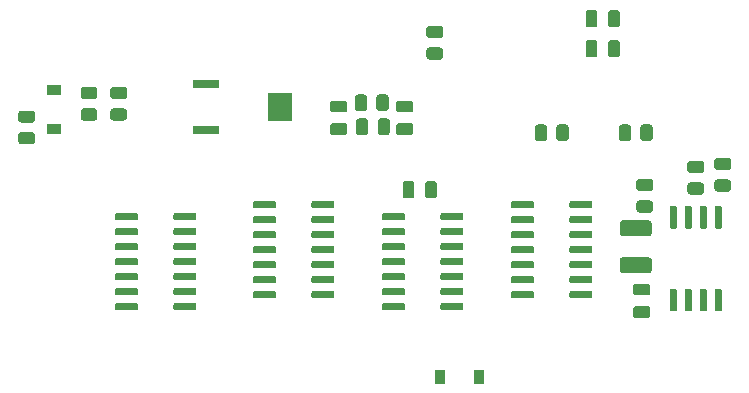
<source format=gbr>
G04 #@! TF.GenerationSoftware,KiCad,Pcbnew,5.1.5+dfsg1-2build2*
G04 #@! TF.CreationDate,2022-10-10T15:32:11+01:00*
G04 #@! TF.ProjectId,psion-speech-sp0256al2,7073696f-6e2d-4737-9065-6563682d7370,rev?*
G04 #@! TF.SameCoordinates,Original*
G04 #@! TF.FileFunction,Paste,Bot*
G04 #@! TF.FilePolarity,Positive*
%FSLAX46Y46*%
G04 Gerber Fmt 4.6, Leading zero omitted, Abs format (unit mm)*
G04 Created by KiCad (PCBNEW 5.1.5+dfsg1-2build2) date 2022-10-10 15:32:11*
%MOMM*%
%LPD*%
G04 APERTURE LIST*
%ADD10R,2.000000X2.400000*%
%ADD11R,2.200000X0.750000*%
%ADD12C,0.100000*%
%ADD13R,0.900000X1.200000*%
%ADD14R,1.200000X0.900000*%
G04 APERTURE END LIST*
D10*
X67150000Y-106300000D03*
D11*
X60900000Y-108250000D03*
X60900000Y-104350000D03*
D12*
G36*
X82562703Y-122890722D02*
G01*
X82577264Y-122892882D01*
X82591543Y-122896459D01*
X82605403Y-122901418D01*
X82618710Y-122907712D01*
X82631336Y-122915280D01*
X82643159Y-122924048D01*
X82654066Y-122933934D01*
X82663952Y-122944841D01*
X82672720Y-122956664D01*
X82680288Y-122969290D01*
X82686582Y-122982597D01*
X82691541Y-122996457D01*
X82695118Y-123010736D01*
X82697278Y-123025297D01*
X82698000Y-123040000D01*
X82698000Y-123340000D01*
X82697278Y-123354703D01*
X82695118Y-123369264D01*
X82691541Y-123383543D01*
X82686582Y-123397403D01*
X82680288Y-123410710D01*
X82672720Y-123423336D01*
X82663952Y-123435159D01*
X82654066Y-123446066D01*
X82643159Y-123455952D01*
X82631336Y-123464720D01*
X82618710Y-123472288D01*
X82605403Y-123478582D01*
X82591543Y-123483541D01*
X82577264Y-123487118D01*
X82562703Y-123489278D01*
X82548000Y-123490000D01*
X80898000Y-123490000D01*
X80883297Y-123489278D01*
X80868736Y-123487118D01*
X80854457Y-123483541D01*
X80840597Y-123478582D01*
X80827290Y-123472288D01*
X80814664Y-123464720D01*
X80802841Y-123455952D01*
X80791934Y-123446066D01*
X80782048Y-123435159D01*
X80773280Y-123423336D01*
X80765712Y-123410710D01*
X80759418Y-123397403D01*
X80754459Y-123383543D01*
X80750882Y-123369264D01*
X80748722Y-123354703D01*
X80748000Y-123340000D01*
X80748000Y-123040000D01*
X80748722Y-123025297D01*
X80750882Y-123010736D01*
X80754459Y-122996457D01*
X80759418Y-122982597D01*
X80765712Y-122969290D01*
X80773280Y-122956664D01*
X80782048Y-122944841D01*
X80791934Y-122933934D01*
X80802841Y-122924048D01*
X80814664Y-122915280D01*
X80827290Y-122907712D01*
X80840597Y-122901418D01*
X80854457Y-122896459D01*
X80868736Y-122892882D01*
X80883297Y-122890722D01*
X80898000Y-122890000D01*
X82548000Y-122890000D01*
X82562703Y-122890722D01*
G37*
G36*
X82562703Y-121620722D02*
G01*
X82577264Y-121622882D01*
X82591543Y-121626459D01*
X82605403Y-121631418D01*
X82618710Y-121637712D01*
X82631336Y-121645280D01*
X82643159Y-121654048D01*
X82654066Y-121663934D01*
X82663952Y-121674841D01*
X82672720Y-121686664D01*
X82680288Y-121699290D01*
X82686582Y-121712597D01*
X82691541Y-121726457D01*
X82695118Y-121740736D01*
X82697278Y-121755297D01*
X82698000Y-121770000D01*
X82698000Y-122070000D01*
X82697278Y-122084703D01*
X82695118Y-122099264D01*
X82691541Y-122113543D01*
X82686582Y-122127403D01*
X82680288Y-122140710D01*
X82672720Y-122153336D01*
X82663952Y-122165159D01*
X82654066Y-122176066D01*
X82643159Y-122185952D01*
X82631336Y-122194720D01*
X82618710Y-122202288D01*
X82605403Y-122208582D01*
X82591543Y-122213541D01*
X82577264Y-122217118D01*
X82562703Y-122219278D01*
X82548000Y-122220000D01*
X80898000Y-122220000D01*
X80883297Y-122219278D01*
X80868736Y-122217118D01*
X80854457Y-122213541D01*
X80840597Y-122208582D01*
X80827290Y-122202288D01*
X80814664Y-122194720D01*
X80802841Y-122185952D01*
X80791934Y-122176066D01*
X80782048Y-122165159D01*
X80773280Y-122153336D01*
X80765712Y-122140710D01*
X80759418Y-122127403D01*
X80754459Y-122113543D01*
X80750882Y-122099264D01*
X80748722Y-122084703D01*
X80748000Y-122070000D01*
X80748000Y-121770000D01*
X80748722Y-121755297D01*
X80750882Y-121740736D01*
X80754459Y-121726457D01*
X80759418Y-121712597D01*
X80765712Y-121699290D01*
X80773280Y-121686664D01*
X80782048Y-121674841D01*
X80791934Y-121663934D01*
X80802841Y-121654048D01*
X80814664Y-121645280D01*
X80827290Y-121637712D01*
X80840597Y-121631418D01*
X80854457Y-121626459D01*
X80868736Y-121622882D01*
X80883297Y-121620722D01*
X80898000Y-121620000D01*
X82548000Y-121620000D01*
X82562703Y-121620722D01*
G37*
G36*
X82562703Y-120350722D02*
G01*
X82577264Y-120352882D01*
X82591543Y-120356459D01*
X82605403Y-120361418D01*
X82618710Y-120367712D01*
X82631336Y-120375280D01*
X82643159Y-120384048D01*
X82654066Y-120393934D01*
X82663952Y-120404841D01*
X82672720Y-120416664D01*
X82680288Y-120429290D01*
X82686582Y-120442597D01*
X82691541Y-120456457D01*
X82695118Y-120470736D01*
X82697278Y-120485297D01*
X82698000Y-120500000D01*
X82698000Y-120800000D01*
X82697278Y-120814703D01*
X82695118Y-120829264D01*
X82691541Y-120843543D01*
X82686582Y-120857403D01*
X82680288Y-120870710D01*
X82672720Y-120883336D01*
X82663952Y-120895159D01*
X82654066Y-120906066D01*
X82643159Y-120915952D01*
X82631336Y-120924720D01*
X82618710Y-120932288D01*
X82605403Y-120938582D01*
X82591543Y-120943541D01*
X82577264Y-120947118D01*
X82562703Y-120949278D01*
X82548000Y-120950000D01*
X80898000Y-120950000D01*
X80883297Y-120949278D01*
X80868736Y-120947118D01*
X80854457Y-120943541D01*
X80840597Y-120938582D01*
X80827290Y-120932288D01*
X80814664Y-120924720D01*
X80802841Y-120915952D01*
X80791934Y-120906066D01*
X80782048Y-120895159D01*
X80773280Y-120883336D01*
X80765712Y-120870710D01*
X80759418Y-120857403D01*
X80754459Y-120843543D01*
X80750882Y-120829264D01*
X80748722Y-120814703D01*
X80748000Y-120800000D01*
X80748000Y-120500000D01*
X80748722Y-120485297D01*
X80750882Y-120470736D01*
X80754459Y-120456457D01*
X80759418Y-120442597D01*
X80765712Y-120429290D01*
X80773280Y-120416664D01*
X80782048Y-120404841D01*
X80791934Y-120393934D01*
X80802841Y-120384048D01*
X80814664Y-120375280D01*
X80827290Y-120367712D01*
X80840597Y-120361418D01*
X80854457Y-120356459D01*
X80868736Y-120352882D01*
X80883297Y-120350722D01*
X80898000Y-120350000D01*
X82548000Y-120350000D01*
X82562703Y-120350722D01*
G37*
G36*
X82562703Y-119080722D02*
G01*
X82577264Y-119082882D01*
X82591543Y-119086459D01*
X82605403Y-119091418D01*
X82618710Y-119097712D01*
X82631336Y-119105280D01*
X82643159Y-119114048D01*
X82654066Y-119123934D01*
X82663952Y-119134841D01*
X82672720Y-119146664D01*
X82680288Y-119159290D01*
X82686582Y-119172597D01*
X82691541Y-119186457D01*
X82695118Y-119200736D01*
X82697278Y-119215297D01*
X82698000Y-119230000D01*
X82698000Y-119530000D01*
X82697278Y-119544703D01*
X82695118Y-119559264D01*
X82691541Y-119573543D01*
X82686582Y-119587403D01*
X82680288Y-119600710D01*
X82672720Y-119613336D01*
X82663952Y-119625159D01*
X82654066Y-119636066D01*
X82643159Y-119645952D01*
X82631336Y-119654720D01*
X82618710Y-119662288D01*
X82605403Y-119668582D01*
X82591543Y-119673541D01*
X82577264Y-119677118D01*
X82562703Y-119679278D01*
X82548000Y-119680000D01*
X80898000Y-119680000D01*
X80883297Y-119679278D01*
X80868736Y-119677118D01*
X80854457Y-119673541D01*
X80840597Y-119668582D01*
X80827290Y-119662288D01*
X80814664Y-119654720D01*
X80802841Y-119645952D01*
X80791934Y-119636066D01*
X80782048Y-119625159D01*
X80773280Y-119613336D01*
X80765712Y-119600710D01*
X80759418Y-119587403D01*
X80754459Y-119573543D01*
X80750882Y-119559264D01*
X80748722Y-119544703D01*
X80748000Y-119530000D01*
X80748000Y-119230000D01*
X80748722Y-119215297D01*
X80750882Y-119200736D01*
X80754459Y-119186457D01*
X80759418Y-119172597D01*
X80765712Y-119159290D01*
X80773280Y-119146664D01*
X80782048Y-119134841D01*
X80791934Y-119123934D01*
X80802841Y-119114048D01*
X80814664Y-119105280D01*
X80827290Y-119097712D01*
X80840597Y-119091418D01*
X80854457Y-119086459D01*
X80868736Y-119082882D01*
X80883297Y-119080722D01*
X80898000Y-119080000D01*
X82548000Y-119080000D01*
X82562703Y-119080722D01*
G37*
G36*
X82562703Y-117810722D02*
G01*
X82577264Y-117812882D01*
X82591543Y-117816459D01*
X82605403Y-117821418D01*
X82618710Y-117827712D01*
X82631336Y-117835280D01*
X82643159Y-117844048D01*
X82654066Y-117853934D01*
X82663952Y-117864841D01*
X82672720Y-117876664D01*
X82680288Y-117889290D01*
X82686582Y-117902597D01*
X82691541Y-117916457D01*
X82695118Y-117930736D01*
X82697278Y-117945297D01*
X82698000Y-117960000D01*
X82698000Y-118260000D01*
X82697278Y-118274703D01*
X82695118Y-118289264D01*
X82691541Y-118303543D01*
X82686582Y-118317403D01*
X82680288Y-118330710D01*
X82672720Y-118343336D01*
X82663952Y-118355159D01*
X82654066Y-118366066D01*
X82643159Y-118375952D01*
X82631336Y-118384720D01*
X82618710Y-118392288D01*
X82605403Y-118398582D01*
X82591543Y-118403541D01*
X82577264Y-118407118D01*
X82562703Y-118409278D01*
X82548000Y-118410000D01*
X80898000Y-118410000D01*
X80883297Y-118409278D01*
X80868736Y-118407118D01*
X80854457Y-118403541D01*
X80840597Y-118398582D01*
X80827290Y-118392288D01*
X80814664Y-118384720D01*
X80802841Y-118375952D01*
X80791934Y-118366066D01*
X80782048Y-118355159D01*
X80773280Y-118343336D01*
X80765712Y-118330710D01*
X80759418Y-118317403D01*
X80754459Y-118303543D01*
X80750882Y-118289264D01*
X80748722Y-118274703D01*
X80748000Y-118260000D01*
X80748000Y-117960000D01*
X80748722Y-117945297D01*
X80750882Y-117930736D01*
X80754459Y-117916457D01*
X80759418Y-117902597D01*
X80765712Y-117889290D01*
X80773280Y-117876664D01*
X80782048Y-117864841D01*
X80791934Y-117853934D01*
X80802841Y-117844048D01*
X80814664Y-117835280D01*
X80827290Y-117827712D01*
X80840597Y-117821418D01*
X80854457Y-117816459D01*
X80868736Y-117812882D01*
X80883297Y-117810722D01*
X80898000Y-117810000D01*
X82548000Y-117810000D01*
X82562703Y-117810722D01*
G37*
G36*
X82562703Y-116540722D02*
G01*
X82577264Y-116542882D01*
X82591543Y-116546459D01*
X82605403Y-116551418D01*
X82618710Y-116557712D01*
X82631336Y-116565280D01*
X82643159Y-116574048D01*
X82654066Y-116583934D01*
X82663952Y-116594841D01*
X82672720Y-116606664D01*
X82680288Y-116619290D01*
X82686582Y-116632597D01*
X82691541Y-116646457D01*
X82695118Y-116660736D01*
X82697278Y-116675297D01*
X82698000Y-116690000D01*
X82698000Y-116990000D01*
X82697278Y-117004703D01*
X82695118Y-117019264D01*
X82691541Y-117033543D01*
X82686582Y-117047403D01*
X82680288Y-117060710D01*
X82672720Y-117073336D01*
X82663952Y-117085159D01*
X82654066Y-117096066D01*
X82643159Y-117105952D01*
X82631336Y-117114720D01*
X82618710Y-117122288D01*
X82605403Y-117128582D01*
X82591543Y-117133541D01*
X82577264Y-117137118D01*
X82562703Y-117139278D01*
X82548000Y-117140000D01*
X80898000Y-117140000D01*
X80883297Y-117139278D01*
X80868736Y-117137118D01*
X80854457Y-117133541D01*
X80840597Y-117128582D01*
X80827290Y-117122288D01*
X80814664Y-117114720D01*
X80802841Y-117105952D01*
X80791934Y-117096066D01*
X80782048Y-117085159D01*
X80773280Y-117073336D01*
X80765712Y-117060710D01*
X80759418Y-117047403D01*
X80754459Y-117033543D01*
X80750882Y-117019264D01*
X80748722Y-117004703D01*
X80748000Y-116990000D01*
X80748000Y-116690000D01*
X80748722Y-116675297D01*
X80750882Y-116660736D01*
X80754459Y-116646457D01*
X80759418Y-116632597D01*
X80765712Y-116619290D01*
X80773280Y-116606664D01*
X80782048Y-116594841D01*
X80791934Y-116583934D01*
X80802841Y-116574048D01*
X80814664Y-116565280D01*
X80827290Y-116557712D01*
X80840597Y-116551418D01*
X80854457Y-116546459D01*
X80868736Y-116542882D01*
X80883297Y-116540722D01*
X80898000Y-116540000D01*
X82548000Y-116540000D01*
X82562703Y-116540722D01*
G37*
G36*
X82562703Y-115270722D02*
G01*
X82577264Y-115272882D01*
X82591543Y-115276459D01*
X82605403Y-115281418D01*
X82618710Y-115287712D01*
X82631336Y-115295280D01*
X82643159Y-115304048D01*
X82654066Y-115313934D01*
X82663952Y-115324841D01*
X82672720Y-115336664D01*
X82680288Y-115349290D01*
X82686582Y-115362597D01*
X82691541Y-115376457D01*
X82695118Y-115390736D01*
X82697278Y-115405297D01*
X82698000Y-115420000D01*
X82698000Y-115720000D01*
X82697278Y-115734703D01*
X82695118Y-115749264D01*
X82691541Y-115763543D01*
X82686582Y-115777403D01*
X82680288Y-115790710D01*
X82672720Y-115803336D01*
X82663952Y-115815159D01*
X82654066Y-115826066D01*
X82643159Y-115835952D01*
X82631336Y-115844720D01*
X82618710Y-115852288D01*
X82605403Y-115858582D01*
X82591543Y-115863541D01*
X82577264Y-115867118D01*
X82562703Y-115869278D01*
X82548000Y-115870000D01*
X80898000Y-115870000D01*
X80883297Y-115869278D01*
X80868736Y-115867118D01*
X80854457Y-115863541D01*
X80840597Y-115858582D01*
X80827290Y-115852288D01*
X80814664Y-115844720D01*
X80802841Y-115835952D01*
X80791934Y-115826066D01*
X80782048Y-115815159D01*
X80773280Y-115803336D01*
X80765712Y-115790710D01*
X80759418Y-115777403D01*
X80754459Y-115763543D01*
X80750882Y-115749264D01*
X80748722Y-115734703D01*
X80748000Y-115720000D01*
X80748000Y-115420000D01*
X80748722Y-115405297D01*
X80750882Y-115390736D01*
X80754459Y-115376457D01*
X80759418Y-115362597D01*
X80765712Y-115349290D01*
X80773280Y-115336664D01*
X80782048Y-115324841D01*
X80791934Y-115313934D01*
X80802841Y-115304048D01*
X80814664Y-115295280D01*
X80827290Y-115287712D01*
X80840597Y-115281418D01*
X80854457Y-115276459D01*
X80868736Y-115272882D01*
X80883297Y-115270722D01*
X80898000Y-115270000D01*
X82548000Y-115270000D01*
X82562703Y-115270722D01*
G37*
G36*
X77612703Y-115270722D02*
G01*
X77627264Y-115272882D01*
X77641543Y-115276459D01*
X77655403Y-115281418D01*
X77668710Y-115287712D01*
X77681336Y-115295280D01*
X77693159Y-115304048D01*
X77704066Y-115313934D01*
X77713952Y-115324841D01*
X77722720Y-115336664D01*
X77730288Y-115349290D01*
X77736582Y-115362597D01*
X77741541Y-115376457D01*
X77745118Y-115390736D01*
X77747278Y-115405297D01*
X77748000Y-115420000D01*
X77748000Y-115720000D01*
X77747278Y-115734703D01*
X77745118Y-115749264D01*
X77741541Y-115763543D01*
X77736582Y-115777403D01*
X77730288Y-115790710D01*
X77722720Y-115803336D01*
X77713952Y-115815159D01*
X77704066Y-115826066D01*
X77693159Y-115835952D01*
X77681336Y-115844720D01*
X77668710Y-115852288D01*
X77655403Y-115858582D01*
X77641543Y-115863541D01*
X77627264Y-115867118D01*
X77612703Y-115869278D01*
X77598000Y-115870000D01*
X75948000Y-115870000D01*
X75933297Y-115869278D01*
X75918736Y-115867118D01*
X75904457Y-115863541D01*
X75890597Y-115858582D01*
X75877290Y-115852288D01*
X75864664Y-115844720D01*
X75852841Y-115835952D01*
X75841934Y-115826066D01*
X75832048Y-115815159D01*
X75823280Y-115803336D01*
X75815712Y-115790710D01*
X75809418Y-115777403D01*
X75804459Y-115763543D01*
X75800882Y-115749264D01*
X75798722Y-115734703D01*
X75798000Y-115720000D01*
X75798000Y-115420000D01*
X75798722Y-115405297D01*
X75800882Y-115390736D01*
X75804459Y-115376457D01*
X75809418Y-115362597D01*
X75815712Y-115349290D01*
X75823280Y-115336664D01*
X75832048Y-115324841D01*
X75841934Y-115313934D01*
X75852841Y-115304048D01*
X75864664Y-115295280D01*
X75877290Y-115287712D01*
X75890597Y-115281418D01*
X75904457Y-115276459D01*
X75918736Y-115272882D01*
X75933297Y-115270722D01*
X75948000Y-115270000D01*
X77598000Y-115270000D01*
X77612703Y-115270722D01*
G37*
G36*
X77612703Y-116540722D02*
G01*
X77627264Y-116542882D01*
X77641543Y-116546459D01*
X77655403Y-116551418D01*
X77668710Y-116557712D01*
X77681336Y-116565280D01*
X77693159Y-116574048D01*
X77704066Y-116583934D01*
X77713952Y-116594841D01*
X77722720Y-116606664D01*
X77730288Y-116619290D01*
X77736582Y-116632597D01*
X77741541Y-116646457D01*
X77745118Y-116660736D01*
X77747278Y-116675297D01*
X77748000Y-116690000D01*
X77748000Y-116990000D01*
X77747278Y-117004703D01*
X77745118Y-117019264D01*
X77741541Y-117033543D01*
X77736582Y-117047403D01*
X77730288Y-117060710D01*
X77722720Y-117073336D01*
X77713952Y-117085159D01*
X77704066Y-117096066D01*
X77693159Y-117105952D01*
X77681336Y-117114720D01*
X77668710Y-117122288D01*
X77655403Y-117128582D01*
X77641543Y-117133541D01*
X77627264Y-117137118D01*
X77612703Y-117139278D01*
X77598000Y-117140000D01*
X75948000Y-117140000D01*
X75933297Y-117139278D01*
X75918736Y-117137118D01*
X75904457Y-117133541D01*
X75890597Y-117128582D01*
X75877290Y-117122288D01*
X75864664Y-117114720D01*
X75852841Y-117105952D01*
X75841934Y-117096066D01*
X75832048Y-117085159D01*
X75823280Y-117073336D01*
X75815712Y-117060710D01*
X75809418Y-117047403D01*
X75804459Y-117033543D01*
X75800882Y-117019264D01*
X75798722Y-117004703D01*
X75798000Y-116990000D01*
X75798000Y-116690000D01*
X75798722Y-116675297D01*
X75800882Y-116660736D01*
X75804459Y-116646457D01*
X75809418Y-116632597D01*
X75815712Y-116619290D01*
X75823280Y-116606664D01*
X75832048Y-116594841D01*
X75841934Y-116583934D01*
X75852841Y-116574048D01*
X75864664Y-116565280D01*
X75877290Y-116557712D01*
X75890597Y-116551418D01*
X75904457Y-116546459D01*
X75918736Y-116542882D01*
X75933297Y-116540722D01*
X75948000Y-116540000D01*
X77598000Y-116540000D01*
X77612703Y-116540722D01*
G37*
G36*
X77612703Y-117810722D02*
G01*
X77627264Y-117812882D01*
X77641543Y-117816459D01*
X77655403Y-117821418D01*
X77668710Y-117827712D01*
X77681336Y-117835280D01*
X77693159Y-117844048D01*
X77704066Y-117853934D01*
X77713952Y-117864841D01*
X77722720Y-117876664D01*
X77730288Y-117889290D01*
X77736582Y-117902597D01*
X77741541Y-117916457D01*
X77745118Y-117930736D01*
X77747278Y-117945297D01*
X77748000Y-117960000D01*
X77748000Y-118260000D01*
X77747278Y-118274703D01*
X77745118Y-118289264D01*
X77741541Y-118303543D01*
X77736582Y-118317403D01*
X77730288Y-118330710D01*
X77722720Y-118343336D01*
X77713952Y-118355159D01*
X77704066Y-118366066D01*
X77693159Y-118375952D01*
X77681336Y-118384720D01*
X77668710Y-118392288D01*
X77655403Y-118398582D01*
X77641543Y-118403541D01*
X77627264Y-118407118D01*
X77612703Y-118409278D01*
X77598000Y-118410000D01*
X75948000Y-118410000D01*
X75933297Y-118409278D01*
X75918736Y-118407118D01*
X75904457Y-118403541D01*
X75890597Y-118398582D01*
X75877290Y-118392288D01*
X75864664Y-118384720D01*
X75852841Y-118375952D01*
X75841934Y-118366066D01*
X75832048Y-118355159D01*
X75823280Y-118343336D01*
X75815712Y-118330710D01*
X75809418Y-118317403D01*
X75804459Y-118303543D01*
X75800882Y-118289264D01*
X75798722Y-118274703D01*
X75798000Y-118260000D01*
X75798000Y-117960000D01*
X75798722Y-117945297D01*
X75800882Y-117930736D01*
X75804459Y-117916457D01*
X75809418Y-117902597D01*
X75815712Y-117889290D01*
X75823280Y-117876664D01*
X75832048Y-117864841D01*
X75841934Y-117853934D01*
X75852841Y-117844048D01*
X75864664Y-117835280D01*
X75877290Y-117827712D01*
X75890597Y-117821418D01*
X75904457Y-117816459D01*
X75918736Y-117812882D01*
X75933297Y-117810722D01*
X75948000Y-117810000D01*
X77598000Y-117810000D01*
X77612703Y-117810722D01*
G37*
G36*
X77612703Y-119080722D02*
G01*
X77627264Y-119082882D01*
X77641543Y-119086459D01*
X77655403Y-119091418D01*
X77668710Y-119097712D01*
X77681336Y-119105280D01*
X77693159Y-119114048D01*
X77704066Y-119123934D01*
X77713952Y-119134841D01*
X77722720Y-119146664D01*
X77730288Y-119159290D01*
X77736582Y-119172597D01*
X77741541Y-119186457D01*
X77745118Y-119200736D01*
X77747278Y-119215297D01*
X77748000Y-119230000D01*
X77748000Y-119530000D01*
X77747278Y-119544703D01*
X77745118Y-119559264D01*
X77741541Y-119573543D01*
X77736582Y-119587403D01*
X77730288Y-119600710D01*
X77722720Y-119613336D01*
X77713952Y-119625159D01*
X77704066Y-119636066D01*
X77693159Y-119645952D01*
X77681336Y-119654720D01*
X77668710Y-119662288D01*
X77655403Y-119668582D01*
X77641543Y-119673541D01*
X77627264Y-119677118D01*
X77612703Y-119679278D01*
X77598000Y-119680000D01*
X75948000Y-119680000D01*
X75933297Y-119679278D01*
X75918736Y-119677118D01*
X75904457Y-119673541D01*
X75890597Y-119668582D01*
X75877290Y-119662288D01*
X75864664Y-119654720D01*
X75852841Y-119645952D01*
X75841934Y-119636066D01*
X75832048Y-119625159D01*
X75823280Y-119613336D01*
X75815712Y-119600710D01*
X75809418Y-119587403D01*
X75804459Y-119573543D01*
X75800882Y-119559264D01*
X75798722Y-119544703D01*
X75798000Y-119530000D01*
X75798000Y-119230000D01*
X75798722Y-119215297D01*
X75800882Y-119200736D01*
X75804459Y-119186457D01*
X75809418Y-119172597D01*
X75815712Y-119159290D01*
X75823280Y-119146664D01*
X75832048Y-119134841D01*
X75841934Y-119123934D01*
X75852841Y-119114048D01*
X75864664Y-119105280D01*
X75877290Y-119097712D01*
X75890597Y-119091418D01*
X75904457Y-119086459D01*
X75918736Y-119082882D01*
X75933297Y-119080722D01*
X75948000Y-119080000D01*
X77598000Y-119080000D01*
X77612703Y-119080722D01*
G37*
G36*
X77612703Y-120350722D02*
G01*
X77627264Y-120352882D01*
X77641543Y-120356459D01*
X77655403Y-120361418D01*
X77668710Y-120367712D01*
X77681336Y-120375280D01*
X77693159Y-120384048D01*
X77704066Y-120393934D01*
X77713952Y-120404841D01*
X77722720Y-120416664D01*
X77730288Y-120429290D01*
X77736582Y-120442597D01*
X77741541Y-120456457D01*
X77745118Y-120470736D01*
X77747278Y-120485297D01*
X77748000Y-120500000D01*
X77748000Y-120800000D01*
X77747278Y-120814703D01*
X77745118Y-120829264D01*
X77741541Y-120843543D01*
X77736582Y-120857403D01*
X77730288Y-120870710D01*
X77722720Y-120883336D01*
X77713952Y-120895159D01*
X77704066Y-120906066D01*
X77693159Y-120915952D01*
X77681336Y-120924720D01*
X77668710Y-120932288D01*
X77655403Y-120938582D01*
X77641543Y-120943541D01*
X77627264Y-120947118D01*
X77612703Y-120949278D01*
X77598000Y-120950000D01*
X75948000Y-120950000D01*
X75933297Y-120949278D01*
X75918736Y-120947118D01*
X75904457Y-120943541D01*
X75890597Y-120938582D01*
X75877290Y-120932288D01*
X75864664Y-120924720D01*
X75852841Y-120915952D01*
X75841934Y-120906066D01*
X75832048Y-120895159D01*
X75823280Y-120883336D01*
X75815712Y-120870710D01*
X75809418Y-120857403D01*
X75804459Y-120843543D01*
X75800882Y-120829264D01*
X75798722Y-120814703D01*
X75798000Y-120800000D01*
X75798000Y-120500000D01*
X75798722Y-120485297D01*
X75800882Y-120470736D01*
X75804459Y-120456457D01*
X75809418Y-120442597D01*
X75815712Y-120429290D01*
X75823280Y-120416664D01*
X75832048Y-120404841D01*
X75841934Y-120393934D01*
X75852841Y-120384048D01*
X75864664Y-120375280D01*
X75877290Y-120367712D01*
X75890597Y-120361418D01*
X75904457Y-120356459D01*
X75918736Y-120352882D01*
X75933297Y-120350722D01*
X75948000Y-120350000D01*
X77598000Y-120350000D01*
X77612703Y-120350722D01*
G37*
G36*
X77612703Y-121620722D02*
G01*
X77627264Y-121622882D01*
X77641543Y-121626459D01*
X77655403Y-121631418D01*
X77668710Y-121637712D01*
X77681336Y-121645280D01*
X77693159Y-121654048D01*
X77704066Y-121663934D01*
X77713952Y-121674841D01*
X77722720Y-121686664D01*
X77730288Y-121699290D01*
X77736582Y-121712597D01*
X77741541Y-121726457D01*
X77745118Y-121740736D01*
X77747278Y-121755297D01*
X77748000Y-121770000D01*
X77748000Y-122070000D01*
X77747278Y-122084703D01*
X77745118Y-122099264D01*
X77741541Y-122113543D01*
X77736582Y-122127403D01*
X77730288Y-122140710D01*
X77722720Y-122153336D01*
X77713952Y-122165159D01*
X77704066Y-122176066D01*
X77693159Y-122185952D01*
X77681336Y-122194720D01*
X77668710Y-122202288D01*
X77655403Y-122208582D01*
X77641543Y-122213541D01*
X77627264Y-122217118D01*
X77612703Y-122219278D01*
X77598000Y-122220000D01*
X75948000Y-122220000D01*
X75933297Y-122219278D01*
X75918736Y-122217118D01*
X75904457Y-122213541D01*
X75890597Y-122208582D01*
X75877290Y-122202288D01*
X75864664Y-122194720D01*
X75852841Y-122185952D01*
X75841934Y-122176066D01*
X75832048Y-122165159D01*
X75823280Y-122153336D01*
X75815712Y-122140710D01*
X75809418Y-122127403D01*
X75804459Y-122113543D01*
X75800882Y-122099264D01*
X75798722Y-122084703D01*
X75798000Y-122070000D01*
X75798000Y-121770000D01*
X75798722Y-121755297D01*
X75800882Y-121740736D01*
X75804459Y-121726457D01*
X75809418Y-121712597D01*
X75815712Y-121699290D01*
X75823280Y-121686664D01*
X75832048Y-121674841D01*
X75841934Y-121663934D01*
X75852841Y-121654048D01*
X75864664Y-121645280D01*
X75877290Y-121637712D01*
X75890597Y-121631418D01*
X75904457Y-121626459D01*
X75918736Y-121622882D01*
X75933297Y-121620722D01*
X75948000Y-121620000D01*
X77598000Y-121620000D01*
X77612703Y-121620722D01*
G37*
G36*
X77612703Y-122890722D02*
G01*
X77627264Y-122892882D01*
X77641543Y-122896459D01*
X77655403Y-122901418D01*
X77668710Y-122907712D01*
X77681336Y-122915280D01*
X77693159Y-122924048D01*
X77704066Y-122933934D01*
X77713952Y-122944841D01*
X77722720Y-122956664D01*
X77730288Y-122969290D01*
X77736582Y-122982597D01*
X77741541Y-122996457D01*
X77745118Y-123010736D01*
X77747278Y-123025297D01*
X77748000Y-123040000D01*
X77748000Y-123340000D01*
X77747278Y-123354703D01*
X77745118Y-123369264D01*
X77741541Y-123383543D01*
X77736582Y-123397403D01*
X77730288Y-123410710D01*
X77722720Y-123423336D01*
X77713952Y-123435159D01*
X77704066Y-123446066D01*
X77693159Y-123455952D01*
X77681336Y-123464720D01*
X77668710Y-123472288D01*
X77655403Y-123478582D01*
X77641543Y-123483541D01*
X77627264Y-123487118D01*
X77612703Y-123489278D01*
X77598000Y-123490000D01*
X75948000Y-123490000D01*
X75933297Y-123489278D01*
X75918736Y-123487118D01*
X75904457Y-123483541D01*
X75890597Y-123478582D01*
X75877290Y-123472288D01*
X75864664Y-123464720D01*
X75852841Y-123455952D01*
X75841934Y-123446066D01*
X75832048Y-123435159D01*
X75823280Y-123423336D01*
X75815712Y-123410710D01*
X75809418Y-123397403D01*
X75804459Y-123383543D01*
X75800882Y-123369264D01*
X75798722Y-123354703D01*
X75798000Y-123340000D01*
X75798000Y-123040000D01*
X75798722Y-123025297D01*
X75800882Y-123010736D01*
X75804459Y-122996457D01*
X75809418Y-122982597D01*
X75815712Y-122969290D01*
X75823280Y-122956664D01*
X75832048Y-122944841D01*
X75841934Y-122933934D01*
X75852841Y-122924048D01*
X75864664Y-122915280D01*
X75877290Y-122907712D01*
X75890597Y-122901418D01*
X75904457Y-122896459D01*
X75918736Y-122892882D01*
X75933297Y-122890722D01*
X75948000Y-122890000D01*
X77598000Y-122890000D01*
X77612703Y-122890722D01*
G37*
G36*
X100621703Y-121676722D02*
G01*
X100636264Y-121678882D01*
X100650543Y-121682459D01*
X100664403Y-121687418D01*
X100677710Y-121693712D01*
X100690336Y-121701280D01*
X100702159Y-121710048D01*
X100713066Y-121719934D01*
X100722952Y-121730841D01*
X100731720Y-121742664D01*
X100739288Y-121755290D01*
X100745582Y-121768597D01*
X100750541Y-121782457D01*
X100754118Y-121796736D01*
X100756278Y-121811297D01*
X100757000Y-121826000D01*
X100757000Y-123426000D01*
X100756278Y-123440703D01*
X100754118Y-123455264D01*
X100750541Y-123469543D01*
X100745582Y-123483403D01*
X100739288Y-123496710D01*
X100731720Y-123509336D01*
X100722952Y-123521159D01*
X100713066Y-123532066D01*
X100702159Y-123541952D01*
X100690336Y-123550720D01*
X100677710Y-123558288D01*
X100664403Y-123564582D01*
X100650543Y-123569541D01*
X100636264Y-123573118D01*
X100621703Y-123575278D01*
X100607000Y-123576000D01*
X100307000Y-123576000D01*
X100292297Y-123575278D01*
X100277736Y-123573118D01*
X100263457Y-123569541D01*
X100249597Y-123564582D01*
X100236290Y-123558288D01*
X100223664Y-123550720D01*
X100211841Y-123541952D01*
X100200934Y-123532066D01*
X100191048Y-123521159D01*
X100182280Y-123509336D01*
X100174712Y-123496710D01*
X100168418Y-123483403D01*
X100163459Y-123469543D01*
X100159882Y-123455264D01*
X100157722Y-123440703D01*
X100157000Y-123426000D01*
X100157000Y-121826000D01*
X100157722Y-121811297D01*
X100159882Y-121796736D01*
X100163459Y-121782457D01*
X100168418Y-121768597D01*
X100174712Y-121755290D01*
X100182280Y-121742664D01*
X100191048Y-121730841D01*
X100200934Y-121719934D01*
X100211841Y-121710048D01*
X100223664Y-121701280D01*
X100236290Y-121693712D01*
X100249597Y-121687418D01*
X100263457Y-121682459D01*
X100277736Y-121678882D01*
X100292297Y-121676722D01*
X100307000Y-121676000D01*
X100607000Y-121676000D01*
X100621703Y-121676722D01*
G37*
G36*
X101891703Y-121676722D02*
G01*
X101906264Y-121678882D01*
X101920543Y-121682459D01*
X101934403Y-121687418D01*
X101947710Y-121693712D01*
X101960336Y-121701280D01*
X101972159Y-121710048D01*
X101983066Y-121719934D01*
X101992952Y-121730841D01*
X102001720Y-121742664D01*
X102009288Y-121755290D01*
X102015582Y-121768597D01*
X102020541Y-121782457D01*
X102024118Y-121796736D01*
X102026278Y-121811297D01*
X102027000Y-121826000D01*
X102027000Y-123426000D01*
X102026278Y-123440703D01*
X102024118Y-123455264D01*
X102020541Y-123469543D01*
X102015582Y-123483403D01*
X102009288Y-123496710D01*
X102001720Y-123509336D01*
X101992952Y-123521159D01*
X101983066Y-123532066D01*
X101972159Y-123541952D01*
X101960336Y-123550720D01*
X101947710Y-123558288D01*
X101934403Y-123564582D01*
X101920543Y-123569541D01*
X101906264Y-123573118D01*
X101891703Y-123575278D01*
X101877000Y-123576000D01*
X101577000Y-123576000D01*
X101562297Y-123575278D01*
X101547736Y-123573118D01*
X101533457Y-123569541D01*
X101519597Y-123564582D01*
X101506290Y-123558288D01*
X101493664Y-123550720D01*
X101481841Y-123541952D01*
X101470934Y-123532066D01*
X101461048Y-123521159D01*
X101452280Y-123509336D01*
X101444712Y-123496710D01*
X101438418Y-123483403D01*
X101433459Y-123469543D01*
X101429882Y-123455264D01*
X101427722Y-123440703D01*
X101427000Y-123426000D01*
X101427000Y-121826000D01*
X101427722Y-121811297D01*
X101429882Y-121796736D01*
X101433459Y-121782457D01*
X101438418Y-121768597D01*
X101444712Y-121755290D01*
X101452280Y-121742664D01*
X101461048Y-121730841D01*
X101470934Y-121719934D01*
X101481841Y-121710048D01*
X101493664Y-121701280D01*
X101506290Y-121693712D01*
X101519597Y-121687418D01*
X101533457Y-121682459D01*
X101547736Y-121678882D01*
X101562297Y-121676722D01*
X101577000Y-121676000D01*
X101877000Y-121676000D01*
X101891703Y-121676722D01*
G37*
G36*
X103161703Y-121676722D02*
G01*
X103176264Y-121678882D01*
X103190543Y-121682459D01*
X103204403Y-121687418D01*
X103217710Y-121693712D01*
X103230336Y-121701280D01*
X103242159Y-121710048D01*
X103253066Y-121719934D01*
X103262952Y-121730841D01*
X103271720Y-121742664D01*
X103279288Y-121755290D01*
X103285582Y-121768597D01*
X103290541Y-121782457D01*
X103294118Y-121796736D01*
X103296278Y-121811297D01*
X103297000Y-121826000D01*
X103297000Y-123426000D01*
X103296278Y-123440703D01*
X103294118Y-123455264D01*
X103290541Y-123469543D01*
X103285582Y-123483403D01*
X103279288Y-123496710D01*
X103271720Y-123509336D01*
X103262952Y-123521159D01*
X103253066Y-123532066D01*
X103242159Y-123541952D01*
X103230336Y-123550720D01*
X103217710Y-123558288D01*
X103204403Y-123564582D01*
X103190543Y-123569541D01*
X103176264Y-123573118D01*
X103161703Y-123575278D01*
X103147000Y-123576000D01*
X102847000Y-123576000D01*
X102832297Y-123575278D01*
X102817736Y-123573118D01*
X102803457Y-123569541D01*
X102789597Y-123564582D01*
X102776290Y-123558288D01*
X102763664Y-123550720D01*
X102751841Y-123541952D01*
X102740934Y-123532066D01*
X102731048Y-123521159D01*
X102722280Y-123509336D01*
X102714712Y-123496710D01*
X102708418Y-123483403D01*
X102703459Y-123469543D01*
X102699882Y-123455264D01*
X102697722Y-123440703D01*
X102697000Y-123426000D01*
X102697000Y-121826000D01*
X102697722Y-121811297D01*
X102699882Y-121796736D01*
X102703459Y-121782457D01*
X102708418Y-121768597D01*
X102714712Y-121755290D01*
X102722280Y-121742664D01*
X102731048Y-121730841D01*
X102740934Y-121719934D01*
X102751841Y-121710048D01*
X102763664Y-121701280D01*
X102776290Y-121693712D01*
X102789597Y-121687418D01*
X102803457Y-121682459D01*
X102817736Y-121678882D01*
X102832297Y-121676722D01*
X102847000Y-121676000D01*
X103147000Y-121676000D01*
X103161703Y-121676722D01*
G37*
G36*
X104431703Y-121676722D02*
G01*
X104446264Y-121678882D01*
X104460543Y-121682459D01*
X104474403Y-121687418D01*
X104487710Y-121693712D01*
X104500336Y-121701280D01*
X104512159Y-121710048D01*
X104523066Y-121719934D01*
X104532952Y-121730841D01*
X104541720Y-121742664D01*
X104549288Y-121755290D01*
X104555582Y-121768597D01*
X104560541Y-121782457D01*
X104564118Y-121796736D01*
X104566278Y-121811297D01*
X104567000Y-121826000D01*
X104567000Y-123426000D01*
X104566278Y-123440703D01*
X104564118Y-123455264D01*
X104560541Y-123469543D01*
X104555582Y-123483403D01*
X104549288Y-123496710D01*
X104541720Y-123509336D01*
X104532952Y-123521159D01*
X104523066Y-123532066D01*
X104512159Y-123541952D01*
X104500336Y-123550720D01*
X104487710Y-123558288D01*
X104474403Y-123564582D01*
X104460543Y-123569541D01*
X104446264Y-123573118D01*
X104431703Y-123575278D01*
X104417000Y-123576000D01*
X104117000Y-123576000D01*
X104102297Y-123575278D01*
X104087736Y-123573118D01*
X104073457Y-123569541D01*
X104059597Y-123564582D01*
X104046290Y-123558288D01*
X104033664Y-123550720D01*
X104021841Y-123541952D01*
X104010934Y-123532066D01*
X104001048Y-123521159D01*
X103992280Y-123509336D01*
X103984712Y-123496710D01*
X103978418Y-123483403D01*
X103973459Y-123469543D01*
X103969882Y-123455264D01*
X103967722Y-123440703D01*
X103967000Y-123426000D01*
X103967000Y-121826000D01*
X103967722Y-121811297D01*
X103969882Y-121796736D01*
X103973459Y-121782457D01*
X103978418Y-121768597D01*
X103984712Y-121755290D01*
X103992280Y-121742664D01*
X104001048Y-121730841D01*
X104010934Y-121719934D01*
X104021841Y-121710048D01*
X104033664Y-121701280D01*
X104046290Y-121693712D01*
X104059597Y-121687418D01*
X104073457Y-121682459D01*
X104087736Y-121678882D01*
X104102297Y-121676722D01*
X104117000Y-121676000D01*
X104417000Y-121676000D01*
X104431703Y-121676722D01*
G37*
G36*
X104431703Y-114676722D02*
G01*
X104446264Y-114678882D01*
X104460543Y-114682459D01*
X104474403Y-114687418D01*
X104487710Y-114693712D01*
X104500336Y-114701280D01*
X104512159Y-114710048D01*
X104523066Y-114719934D01*
X104532952Y-114730841D01*
X104541720Y-114742664D01*
X104549288Y-114755290D01*
X104555582Y-114768597D01*
X104560541Y-114782457D01*
X104564118Y-114796736D01*
X104566278Y-114811297D01*
X104567000Y-114826000D01*
X104567000Y-116426000D01*
X104566278Y-116440703D01*
X104564118Y-116455264D01*
X104560541Y-116469543D01*
X104555582Y-116483403D01*
X104549288Y-116496710D01*
X104541720Y-116509336D01*
X104532952Y-116521159D01*
X104523066Y-116532066D01*
X104512159Y-116541952D01*
X104500336Y-116550720D01*
X104487710Y-116558288D01*
X104474403Y-116564582D01*
X104460543Y-116569541D01*
X104446264Y-116573118D01*
X104431703Y-116575278D01*
X104417000Y-116576000D01*
X104117000Y-116576000D01*
X104102297Y-116575278D01*
X104087736Y-116573118D01*
X104073457Y-116569541D01*
X104059597Y-116564582D01*
X104046290Y-116558288D01*
X104033664Y-116550720D01*
X104021841Y-116541952D01*
X104010934Y-116532066D01*
X104001048Y-116521159D01*
X103992280Y-116509336D01*
X103984712Y-116496710D01*
X103978418Y-116483403D01*
X103973459Y-116469543D01*
X103969882Y-116455264D01*
X103967722Y-116440703D01*
X103967000Y-116426000D01*
X103967000Y-114826000D01*
X103967722Y-114811297D01*
X103969882Y-114796736D01*
X103973459Y-114782457D01*
X103978418Y-114768597D01*
X103984712Y-114755290D01*
X103992280Y-114742664D01*
X104001048Y-114730841D01*
X104010934Y-114719934D01*
X104021841Y-114710048D01*
X104033664Y-114701280D01*
X104046290Y-114693712D01*
X104059597Y-114687418D01*
X104073457Y-114682459D01*
X104087736Y-114678882D01*
X104102297Y-114676722D01*
X104117000Y-114676000D01*
X104417000Y-114676000D01*
X104431703Y-114676722D01*
G37*
G36*
X103161703Y-114676722D02*
G01*
X103176264Y-114678882D01*
X103190543Y-114682459D01*
X103204403Y-114687418D01*
X103217710Y-114693712D01*
X103230336Y-114701280D01*
X103242159Y-114710048D01*
X103253066Y-114719934D01*
X103262952Y-114730841D01*
X103271720Y-114742664D01*
X103279288Y-114755290D01*
X103285582Y-114768597D01*
X103290541Y-114782457D01*
X103294118Y-114796736D01*
X103296278Y-114811297D01*
X103297000Y-114826000D01*
X103297000Y-116426000D01*
X103296278Y-116440703D01*
X103294118Y-116455264D01*
X103290541Y-116469543D01*
X103285582Y-116483403D01*
X103279288Y-116496710D01*
X103271720Y-116509336D01*
X103262952Y-116521159D01*
X103253066Y-116532066D01*
X103242159Y-116541952D01*
X103230336Y-116550720D01*
X103217710Y-116558288D01*
X103204403Y-116564582D01*
X103190543Y-116569541D01*
X103176264Y-116573118D01*
X103161703Y-116575278D01*
X103147000Y-116576000D01*
X102847000Y-116576000D01*
X102832297Y-116575278D01*
X102817736Y-116573118D01*
X102803457Y-116569541D01*
X102789597Y-116564582D01*
X102776290Y-116558288D01*
X102763664Y-116550720D01*
X102751841Y-116541952D01*
X102740934Y-116532066D01*
X102731048Y-116521159D01*
X102722280Y-116509336D01*
X102714712Y-116496710D01*
X102708418Y-116483403D01*
X102703459Y-116469543D01*
X102699882Y-116455264D01*
X102697722Y-116440703D01*
X102697000Y-116426000D01*
X102697000Y-114826000D01*
X102697722Y-114811297D01*
X102699882Y-114796736D01*
X102703459Y-114782457D01*
X102708418Y-114768597D01*
X102714712Y-114755290D01*
X102722280Y-114742664D01*
X102731048Y-114730841D01*
X102740934Y-114719934D01*
X102751841Y-114710048D01*
X102763664Y-114701280D01*
X102776290Y-114693712D01*
X102789597Y-114687418D01*
X102803457Y-114682459D01*
X102817736Y-114678882D01*
X102832297Y-114676722D01*
X102847000Y-114676000D01*
X103147000Y-114676000D01*
X103161703Y-114676722D01*
G37*
G36*
X101891703Y-114676722D02*
G01*
X101906264Y-114678882D01*
X101920543Y-114682459D01*
X101934403Y-114687418D01*
X101947710Y-114693712D01*
X101960336Y-114701280D01*
X101972159Y-114710048D01*
X101983066Y-114719934D01*
X101992952Y-114730841D01*
X102001720Y-114742664D01*
X102009288Y-114755290D01*
X102015582Y-114768597D01*
X102020541Y-114782457D01*
X102024118Y-114796736D01*
X102026278Y-114811297D01*
X102027000Y-114826000D01*
X102027000Y-116426000D01*
X102026278Y-116440703D01*
X102024118Y-116455264D01*
X102020541Y-116469543D01*
X102015582Y-116483403D01*
X102009288Y-116496710D01*
X102001720Y-116509336D01*
X101992952Y-116521159D01*
X101983066Y-116532066D01*
X101972159Y-116541952D01*
X101960336Y-116550720D01*
X101947710Y-116558288D01*
X101934403Y-116564582D01*
X101920543Y-116569541D01*
X101906264Y-116573118D01*
X101891703Y-116575278D01*
X101877000Y-116576000D01*
X101577000Y-116576000D01*
X101562297Y-116575278D01*
X101547736Y-116573118D01*
X101533457Y-116569541D01*
X101519597Y-116564582D01*
X101506290Y-116558288D01*
X101493664Y-116550720D01*
X101481841Y-116541952D01*
X101470934Y-116532066D01*
X101461048Y-116521159D01*
X101452280Y-116509336D01*
X101444712Y-116496710D01*
X101438418Y-116483403D01*
X101433459Y-116469543D01*
X101429882Y-116455264D01*
X101427722Y-116440703D01*
X101427000Y-116426000D01*
X101427000Y-114826000D01*
X101427722Y-114811297D01*
X101429882Y-114796736D01*
X101433459Y-114782457D01*
X101438418Y-114768597D01*
X101444712Y-114755290D01*
X101452280Y-114742664D01*
X101461048Y-114730841D01*
X101470934Y-114719934D01*
X101481841Y-114710048D01*
X101493664Y-114701280D01*
X101506290Y-114693712D01*
X101519597Y-114687418D01*
X101533457Y-114682459D01*
X101547736Y-114678882D01*
X101562297Y-114676722D01*
X101577000Y-114676000D01*
X101877000Y-114676000D01*
X101891703Y-114676722D01*
G37*
G36*
X100621703Y-114676722D02*
G01*
X100636264Y-114678882D01*
X100650543Y-114682459D01*
X100664403Y-114687418D01*
X100677710Y-114693712D01*
X100690336Y-114701280D01*
X100702159Y-114710048D01*
X100713066Y-114719934D01*
X100722952Y-114730841D01*
X100731720Y-114742664D01*
X100739288Y-114755290D01*
X100745582Y-114768597D01*
X100750541Y-114782457D01*
X100754118Y-114796736D01*
X100756278Y-114811297D01*
X100757000Y-114826000D01*
X100757000Y-116426000D01*
X100756278Y-116440703D01*
X100754118Y-116455264D01*
X100750541Y-116469543D01*
X100745582Y-116483403D01*
X100739288Y-116496710D01*
X100731720Y-116509336D01*
X100722952Y-116521159D01*
X100713066Y-116532066D01*
X100702159Y-116541952D01*
X100690336Y-116550720D01*
X100677710Y-116558288D01*
X100664403Y-116564582D01*
X100650543Y-116569541D01*
X100636264Y-116573118D01*
X100621703Y-116575278D01*
X100607000Y-116576000D01*
X100307000Y-116576000D01*
X100292297Y-116575278D01*
X100277736Y-116573118D01*
X100263457Y-116569541D01*
X100249597Y-116564582D01*
X100236290Y-116558288D01*
X100223664Y-116550720D01*
X100211841Y-116541952D01*
X100200934Y-116532066D01*
X100191048Y-116521159D01*
X100182280Y-116509336D01*
X100174712Y-116496710D01*
X100168418Y-116483403D01*
X100163459Y-116469543D01*
X100159882Y-116455264D01*
X100157722Y-116440703D01*
X100157000Y-116426000D01*
X100157000Y-114826000D01*
X100157722Y-114811297D01*
X100159882Y-114796736D01*
X100163459Y-114782457D01*
X100168418Y-114768597D01*
X100174712Y-114755290D01*
X100182280Y-114742664D01*
X100191048Y-114730841D01*
X100200934Y-114719934D01*
X100211841Y-114710048D01*
X100223664Y-114701280D01*
X100236290Y-114693712D01*
X100249597Y-114687418D01*
X100263457Y-114682459D01*
X100277736Y-114678882D01*
X100292297Y-114676722D01*
X100307000Y-114676000D01*
X100607000Y-114676000D01*
X100621703Y-114676722D01*
G37*
G36*
X93484703Y-121874722D02*
G01*
X93499264Y-121876882D01*
X93513543Y-121880459D01*
X93527403Y-121885418D01*
X93540710Y-121891712D01*
X93553336Y-121899280D01*
X93565159Y-121908048D01*
X93576066Y-121917934D01*
X93585952Y-121928841D01*
X93594720Y-121940664D01*
X93602288Y-121953290D01*
X93608582Y-121966597D01*
X93613541Y-121980457D01*
X93617118Y-121994736D01*
X93619278Y-122009297D01*
X93620000Y-122024000D01*
X93620000Y-122324000D01*
X93619278Y-122338703D01*
X93617118Y-122353264D01*
X93613541Y-122367543D01*
X93608582Y-122381403D01*
X93602288Y-122394710D01*
X93594720Y-122407336D01*
X93585952Y-122419159D01*
X93576066Y-122430066D01*
X93565159Y-122439952D01*
X93553336Y-122448720D01*
X93540710Y-122456288D01*
X93527403Y-122462582D01*
X93513543Y-122467541D01*
X93499264Y-122471118D01*
X93484703Y-122473278D01*
X93470000Y-122474000D01*
X91820000Y-122474000D01*
X91805297Y-122473278D01*
X91790736Y-122471118D01*
X91776457Y-122467541D01*
X91762597Y-122462582D01*
X91749290Y-122456288D01*
X91736664Y-122448720D01*
X91724841Y-122439952D01*
X91713934Y-122430066D01*
X91704048Y-122419159D01*
X91695280Y-122407336D01*
X91687712Y-122394710D01*
X91681418Y-122381403D01*
X91676459Y-122367543D01*
X91672882Y-122353264D01*
X91670722Y-122338703D01*
X91670000Y-122324000D01*
X91670000Y-122024000D01*
X91670722Y-122009297D01*
X91672882Y-121994736D01*
X91676459Y-121980457D01*
X91681418Y-121966597D01*
X91687712Y-121953290D01*
X91695280Y-121940664D01*
X91704048Y-121928841D01*
X91713934Y-121917934D01*
X91724841Y-121908048D01*
X91736664Y-121899280D01*
X91749290Y-121891712D01*
X91762597Y-121885418D01*
X91776457Y-121880459D01*
X91790736Y-121876882D01*
X91805297Y-121874722D01*
X91820000Y-121874000D01*
X93470000Y-121874000D01*
X93484703Y-121874722D01*
G37*
G36*
X93484703Y-120604722D02*
G01*
X93499264Y-120606882D01*
X93513543Y-120610459D01*
X93527403Y-120615418D01*
X93540710Y-120621712D01*
X93553336Y-120629280D01*
X93565159Y-120638048D01*
X93576066Y-120647934D01*
X93585952Y-120658841D01*
X93594720Y-120670664D01*
X93602288Y-120683290D01*
X93608582Y-120696597D01*
X93613541Y-120710457D01*
X93617118Y-120724736D01*
X93619278Y-120739297D01*
X93620000Y-120754000D01*
X93620000Y-121054000D01*
X93619278Y-121068703D01*
X93617118Y-121083264D01*
X93613541Y-121097543D01*
X93608582Y-121111403D01*
X93602288Y-121124710D01*
X93594720Y-121137336D01*
X93585952Y-121149159D01*
X93576066Y-121160066D01*
X93565159Y-121169952D01*
X93553336Y-121178720D01*
X93540710Y-121186288D01*
X93527403Y-121192582D01*
X93513543Y-121197541D01*
X93499264Y-121201118D01*
X93484703Y-121203278D01*
X93470000Y-121204000D01*
X91820000Y-121204000D01*
X91805297Y-121203278D01*
X91790736Y-121201118D01*
X91776457Y-121197541D01*
X91762597Y-121192582D01*
X91749290Y-121186288D01*
X91736664Y-121178720D01*
X91724841Y-121169952D01*
X91713934Y-121160066D01*
X91704048Y-121149159D01*
X91695280Y-121137336D01*
X91687712Y-121124710D01*
X91681418Y-121111403D01*
X91676459Y-121097543D01*
X91672882Y-121083264D01*
X91670722Y-121068703D01*
X91670000Y-121054000D01*
X91670000Y-120754000D01*
X91670722Y-120739297D01*
X91672882Y-120724736D01*
X91676459Y-120710457D01*
X91681418Y-120696597D01*
X91687712Y-120683290D01*
X91695280Y-120670664D01*
X91704048Y-120658841D01*
X91713934Y-120647934D01*
X91724841Y-120638048D01*
X91736664Y-120629280D01*
X91749290Y-120621712D01*
X91762597Y-120615418D01*
X91776457Y-120610459D01*
X91790736Y-120606882D01*
X91805297Y-120604722D01*
X91820000Y-120604000D01*
X93470000Y-120604000D01*
X93484703Y-120604722D01*
G37*
G36*
X93484703Y-119334722D02*
G01*
X93499264Y-119336882D01*
X93513543Y-119340459D01*
X93527403Y-119345418D01*
X93540710Y-119351712D01*
X93553336Y-119359280D01*
X93565159Y-119368048D01*
X93576066Y-119377934D01*
X93585952Y-119388841D01*
X93594720Y-119400664D01*
X93602288Y-119413290D01*
X93608582Y-119426597D01*
X93613541Y-119440457D01*
X93617118Y-119454736D01*
X93619278Y-119469297D01*
X93620000Y-119484000D01*
X93620000Y-119784000D01*
X93619278Y-119798703D01*
X93617118Y-119813264D01*
X93613541Y-119827543D01*
X93608582Y-119841403D01*
X93602288Y-119854710D01*
X93594720Y-119867336D01*
X93585952Y-119879159D01*
X93576066Y-119890066D01*
X93565159Y-119899952D01*
X93553336Y-119908720D01*
X93540710Y-119916288D01*
X93527403Y-119922582D01*
X93513543Y-119927541D01*
X93499264Y-119931118D01*
X93484703Y-119933278D01*
X93470000Y-119934000D01*
X91820000Y-119934000D01*
X91805297Y-119933278D01*
X91790736Y-119931118D01*
X91776457Y-119927541D01*
X91762597Y-119922582D01*
X91749290Y-119916288D01*
X91736664Y-119908720D01*
X91724841Y-119899952D01*
X91713934Y-119890066D01*
X91704048Y-119879159D01*
X91695280Y-119867336D01*
X91687712Y-119854710D01*
X91681418Y-119841403D01*
X91676459Y-119827543D01*
X91672882Y-119813264D01*
X91670722Y-119798703D01*
X91670000Y-119784000D01*
X91670000Y-119484000D01*
X91670722Y-119469297D01*
X91672882Y-119454736D01*
X91676459Y-119440457D01*
X91681418Y-119426597D01*
X91687712Y-119413290D01*
X91695280Y-119400664D01*
X91704048Y-119388841D01*
X91713934Y-119377934D01*
X91724841Y-119368048D01*
X91736664Y-119359280D01*
X91749290Y-119351712D01*
X91762597Y-119345418D01*
X91776457Y-119340459D01*
X91790736Y-119336882D01*
X91805297Y-119334722D01*
X91820000Y-119334000D01*
X93470000Y-119334000D01*
X93484703Y-119334722D01*
G37*
G36*
X93484703Y-118064722D02*
G01*
X93499264Y-118066882D01*
X93513543Y-118070459D01*
X93527403Y-118075418D01*
X93540710Y-118081712D01*
X93553336Y-118089280D01*
X93565159Y-118098048D01*
X93576066Y-118107934D01*
X93585952Y-118118841D01*
X93594720Y-118130664D01*
X93602288Y-118143290D01*
X93608582Y-118156597D01*
X93613541Y-118170457D01*
X93617118Y-118184736D01*
X93619278Y-118199297D01*
X93620000Y-118214000D01*
X93620000Y-118514000D01*
X93619278Y-118528703D01*
X93617118Y-118543264D01*
X93613541Y-118557543D01*
X93608582Y-118571403D01*
X93602288Y-118584710D01*
X93594720Y-118597336D01*
X93585952Y-118609159D01*
X93576066Y-118620066D01*
X93565159Y-118629952D01*
X93553336Y-118638720D01*
X93540710Y-118646288D01*
X93527403Y-118652582D01*
X93513543Y-118657541D01*
X93499264Y-118661118D01*
X93484703Y-118663278D01*
X93470000Y-118664000D01*
X91820000Y-118664000D01*
X91805297Y-118663278D01*
X91790736Y-118661118D01*
X91776457Y-118657541D01*
X91762597Y-118652582D01*
X91749290Y-118646288D01*
X91736664Y-118638720D01*
X91724841Y-118629952D01*
X91713934Y-118620066D01*
X91704048Y-118609159D01*
X91695280Y-118597336D01*
X91687712Y-118584710D01*
X91681418Y-118571403D01*
X91676459Y-118557543D01*
X91672882Y-118543264D01*
X91670722Y-118528703D01*
X91670000Y-118514000D01*
X91670000Y-118214000D01*
X91670722Y-118199297D01*
X91672882Y-118184736D01*
X91676459Y-118170457D01*
X91681418Y-118156597D01*
X91687712Y-118143290D01*
X91695280Y-118130664D01*
X91704048Y-118118841D01*
X91713934Y-118107934D01*
X91724841Y-118098048D01*
X91736664Y-118089280D01*
X91749290Y-118081712D01*
X91762597Y-118075418D01*
X91776457Y-118070459D01*
X91790736Y-118066882D01*
X91805297Y-118064722D01*
X91820000Y-118064000D01*
X93470000Y-118064000D01*
X93484703Y-118064722D01*
G37*
G36*
X93484703Y-116794722D02*
G01*
X93499264Y-116796882D01*
X93513543Y-116800459D01*
X93527403Y-116805418D01*
X93540710Y-116811712D01*
X93553336Y-116819280D01*
X93565159Y-116828048D01*
X93576066Y-116837934D01*
X93585952Y-116848841D01*
X93594720Y-116860664D01*
X93602288Y-116873290D01*
X93608582Y-116886597D01*
X93613541Y-116900457D01*
X93617118Y-116914736D01*
X93619278Y-116929297D01*
X93620000Y-116944000D01*
X93620000Y-117244000D01*
X93619278Y-117258703D01*
X93617118Y-117273264D01*
X93613541Y-117287543D01*
X93608582Y-117301403D01*
X93602288Y-117314710D01*
X93594720Y-117327336D01*
X93585952Y-117339159D01*
X93576066Y-117350066D01*
X93565159Y-117359952D01*
X93553336Y-117368720D01*
X93540710Y-117376288D01*
X93527403Y-117382582D01*
X93513543Y-117387541D01*
X93499264Y-117391118D01*
X93484703Y-117393278D01*
X93470000Y-117394000D01*
X91820000Y-117394000D01*
X91805297Y-117393278D01*
X91790736Y-117391118D01*
X91776457Y-117387541D01*
X91762597Y-117382582D01*
X91749290Y-117376288D01*
X91736664Y-117368720D01*
X91724841Y-117359952D01*
X91713934Y-117350066D01*
X91704048Y-117339159D01*
X91695280Y-117327336D01*
X91687712Y-117314710D01*
X91681418Y-117301403D01*
X91676459Y-117287543D01*
X91672882Y-117273264D01*
X91670722Y-117258703D01*
X91670000Y-117244000D01*
X91670000Y-116944000D01*
X91670722Y-116929297D01*
X91672882Y-116914736D01*
X91676459Y-116900457D01*
X91681418Y-116886597D01*
X91687712Y-116873290D01*
X91695280Y-116860664D01*
X91704048Y-116848841D01*
X91713934Y-116837934D01*
X91724841Y-116828048D01*
X91736664Y-116819280D01*
X91749290Y-116811712D01*
X91762597Y-116805418D01*
X91776457Y-116800459D01*
X91790736Y-116796882D01*
X91805297Y-116794722D01*
X91820000Y-116794000D01*
X93470000Y-116794000D01*
X93484703Y-116794722D01*
G37*
G36*
X93484703Y-115524722D02*
G01*
X93499264Y-115526882D01*
X93513543Y-115530459D01*
X93527403Y-115535418D01*
X93540710Y-115541712D01*
X93553336Y-115549280D01*
X93565159Y-115558048D01*
X93576066Y-115567934D01*
X93585952Y-115578841D01*
X93594720Y-115590664D01*
X93602288Y-115603290D01*
X93608582Y-115616597D01*
X93613541Y-115630457D01*
X93617118Y-115644736D01*
X93619278Y-115659297D01*
X93620000Y-115674000D01*
X93620000Y-115974000D01*
X93619278Y-115988703D01*
X93617118Y-116003264D01*
X93613541Y-116017543D01*
X93608582Y-116031403D01*
X93602288Y-116044710D01*
X93594720Y-116057336D01*
X93585952Y-116069159D01*
X93576066Y-116080066D01*
X93565159Y-116089952D01*
X93553336Y-116098720D01*
X93540710Y-116106288D01*
X93527403Y-116112582D01*
X93513543Y-116117541D01*
X93499264Y-116121118D01*
X93484703Y-116123278D01*
X93470000Y-116124000D01*
X91820000Y-116124000D01*
X91805297Y-116123278D01*
X91790736Y-116121118D01*
X91776457Y-116117541D01*
X91762597Y-116112582D01*
X91749290Y-116106288D01*
X91736664Y-116098720D01*
X91724841Y-116089952D01*
X91713934Y-116080066D01*
X91704048Y-116069159D01*
X91695280Y-116057336D01*
X91687712Y-116044710D01*
X91681418Y-116031403D01*
X91676459Y-116017543D01*
X91672882Y-116003264D01*
X91670722Y-115988703D01*
X91670000Y-115974000D01*
X91670000Y-115674000D01*
X91670722Y-115659297D01*
X91672882Y-115644736D01*
X91676459Y-115630457D01*
X91681418Y-115616597D01*
X91687712Y-115603290D01*
X91695280Y-115590664D01*
X91704048Y-115578841D01*
X91713934Y-115567934D01*
X91724841Y-115558048D01*
X91736664Y-115549280D01*
X91749290Y-115541712D01*
X91762597Y-115535418D01*
X91776457Y-115530459D01*
X91790736Y-115526882D01*
X91805297Y-115524722D01*
X91820000Y-115524000D01*
X93470000Y-115524000D01*
X93484703Y-115524722D01*
G37*
G36*
X93484703Y-114254722D02*
G01*
X93499264Y-114256882D01*
X93513543Y-114260459D01*
X93527403Y-114265418D01*
X93540710Y-114271712D01*
X93553336Y-114279280D01*
X93565159Y-114288048D01*
X93576066Y-114297934D01*
X93585952Y-114308841D01*
X93594720Y-114320664D01*
X93602288Y-114333290D01*
X93608582Y-114346597D01*
X93613541Y-114360457D01*
X93617118Y-114374736D01*
X93619278Y-114389297D01*
X93620000Y-114404000D01*
X93620000Y-114704000D01*
X93619278Y-114718703D01*
X93617118Y-114733264D01*
X93613541Y-114747543D01*
X93608582Y-114761403D01*
X93602288Y-114774710D01*
X93594720Y-114787336D01*
X93585952Y-114799159D01*
X93576066Y-114810066D01*
X93565159Y-114819952D01*
X93553336Y-114828720D01*
X93540710Y-114836288D01*
X93527403Y-114842582D01*
X93513543Y-114847541D01*
X93499264Y-114851118D01*
X93484703Y-114853278D01*
X93470000Y-114854000D01*
X91820000Y-114854000D01*
X91805297Y-114853278D01*
X91790736Y-114851118D01*
X91776457Y-114847541D01*
X91762597Y-114842582D01*
X91749290Y-114836288D01*
X91736664Y-114828720D01*
X91724841Y-114819952D01*
X91713934Y-114810066D01*
X91704048Y-114799159D01*
X91695280Y-114787336D01*
X91687712Y-114774710D01*
X91681418Y-114761403D01*
X91676459Y-114747543D01*
X91672882Y-114733264D01*
X91670722Y-114718703D01*
X91670000Y-114704000D01*
X91670000Y-114404000D01*
X91670722Y-114389297D01*
X91672882Y-114374736D01*
X91676459Y-114360457D01*
X91681418Y-114346597D01*
X91687712Y-114333290D01*
X91695280Y-114320664D01*
X91704048Y-114308841D01*
X91713934Y-114297934D01*
X91724841Y-114288048D01*
X91736664Y-114279280D01*
X91749290Y-114271712D01*
X91762597Y-114265418D01*
X91776457Y-114260459D01*
X91790736Y-114256882D01*
X91805297Y-114254722D01*
X91820000Y-114254000D01*
X93470000Y-114254000D01*
X93484703Y-114254722D01*
G37*
G36*
X88534703Y-114254722D02*
G01*
X88549264Y-114256882D01*
X88563543Y-114260459D01*
X88577403Y-114265418D01*
X88590710Y-114271712D01*
X88603336Y-114279280D01*
X88615159Y-114288048D01*
X88626066Y-114297934D01*
X88635952Y-114308841D01*
X88644720Y-114320664D01*
X88652288Y-114333290D01*
X88658582Y-114346597D01*
X88663541Y-114360457D01*
X88667118Y-114374736D01*
X88669278Y-114389297D01*
X88670000Y-114404000D01*
X88670000Y-114704000D01*
X88669278Y-114718703D01*
X88667118Y-114733264D01*
X88663541Y-114747543D01*
X88658582Y-114761403D01*
X88652288Y-114774710D01*
X88644720Y-114787336D01*
X88635952Y-114799159D01*
X88626066Y-114810066D01*
X88615159Y-114819952D01*
X88603336Y-114828720D01*
X88590710Y-114836288D01*
X88577403Y-114842582D01*
X88563543Y-114847541D01*
X88549264Y-114851118D01*
X88534703Y-114853278D01*
X88520000Y-114854000D01*
X86870000Y-114854000D01*
X86855297Y-114853278D01*
X86840736Y-114851118D01*
X86826457Y-114847541D01*
X86812597Y-114842582D01*
X86799290Y-114836288D01*
X86786664Y-114828720D01*
X86774841Y-114819952D01*
X86763934Y-114810066D01*
X86754048Y-114799159D01*
X86745280Y-114787336D01*
X86737712Y-114774710D01*
X86731418Y-114761403D01*
X86726459Y-114747543D01*
X86722882Y-114733264D01*
X86720722Y-114718703D01*
X86720000Y-114704000D01*
X86720000Y-114404000D01*
X86720722Y-114389297D01*
X86722882Y-114374736D01*
X86726459Y-114360457D01*
X86731418Y-114346597D01*
X86737712Y-114333290D01*
X86745280Y-114320664D01*
X86754048Y-114308841D01*
X86763934Y-114297934D01*
X86774841Y-114288048D01*
X86786664Y-114279280D01*
X86799290Y-114271712D01*
X86812597Y-114265418D01*
X86826457Y-114260459D01*
X86840736Y-114256882D01*
X86855297Y-114254722D01*
X86870000Y-114254000D01*
X88520000Y-114254000D01*
X88534703Y-114254722D01*
G37*
G36*
X88534703Y-115524722D02*
G01*
X88549264Y-115526882D01*
X88563543Y-115530459D01*
X88577403Y-115535418D01*
X88590710Y-115541712D01*
X88603336Y-115549280D01*
X88615159Y-115558048D01*
X88626066Y-115567934D01*
X88635952Y-115578841D01*
X88644720Y-115590664D01*
X88652288Y-115603290D01*
X88658582Y-115616597D01*
X88663541Y-115630457D01*
X88667118Y-115644736D01*
X88669278Y-115659297D01*
X88670000Y-115674000D01*
X88670000Y-115974000D01*
X88669278Y-115988703D01*
X88667118Y-116003264D01*
X88663541Y-116017543D01*
X88658582Y-116031403D01*
X88652288Y-116044710D01*
X88644720Y-116057336D01*
X88635952Y-116069159D01*
X88626066Y-116080066D01*
X88615159Y-116089952D01*
X88603336Y-116098720D01*
X88590710Y-116106288D01*
X88577403Y-116112582D01*
X88563543Y-116117541D01*
X88549264Y-116121118D01*
X88534703Y-116123278D01*
X88520000Y-116124000D01*
X86870000Y-116124000D01*
X86855297Y-116123278D01*
X86840736Y-116121118D01*
X86826457Y-116117541D01*
X86812597Y-116112582D01*
X86799290Y-116106288D01*
X86786664Y-116098720D01*
X86774841Y-116089952D01*
X86763934Y-116080066D01*
X86754048Y-116069159D01*
X86745280Y-116057336D01*
X86737712Y-116044710D01*
X86731418Y-116031403D01*
X86726459Y-116017543D01*
X86722882Y-116003264D01*
X86720722Y-115988703D01*
X86720000Y-115974000D01*
X86720000Y-115674000D01*
X86720722Y-115659297D01*
X86722882Y-115644736D01*
X86726459Y-115630457D01*
X86731418Y-115616597D01*
X86737712Y-115603290D01*
X86745280Y-115590664D01*
X86754048Y-115578841D01*
X86763934Y-115567934D01*
X86774841Y-115558048D01*
X86786664Y-115549280D01*
X86799290Y-115541712D01*
X86812597Y-115535418D01*
X86826457Y-115530459D01*
X86840736Y-115526882D01*
X86855297Y-115524722D01*
X86870000Y-115524000D01*
X88520000Y-115524000D01*
X88534703Y-115524722D01*
G37*
G36*
X88534703Y-116794722D02*
G01*
X88549264Y-116796882D01*
X88563543Y-116800459D01*
X88577403Y-116805418D01*
X88590710Y-116811712D01*
X88603336Y-116819280D01*
X88615159Y-116828048D01*
X88626066Y-116837934D01*
X88635952Y-116848841D01*
X88644720Y-116860664D01*
X88652288Y-116873290D01*
X88658582Y-116886597D01*
X88663541Y-116900457D01*
X88667118Y-116914736D01*
X88669278Y-116929297D01*
X88670000Y-116944000D01*
X88670000Y-117244000D01*
X88669278Y-117258703D01*
X88667118Y-117273264D01*
X88663541Y-117287543D01*
X88658582Y-117301403D01*
X88652288Y-117314710D01*
X88644720Y-117327336D01*
X88635952Y-117339159D01*
X88626066Y-117350066D01*
X88615159Y-117359952D01*
X88603336Y-117368720D01*
X88590710Y-117376288D01*
X88577403Y-117382582D01*
X88563543Y-117387541D01*
X88549264Y-117391118D01*
X88534703Y-117393278D01*
X88520000Y-117394000D01*
X86870000Y-117394000D01*
X86855297Y-117393278D01*
X86840736Y-117391118D01*
X86826457Y-117387541D01*
X86812597Y-117382582D01*
X86799290Y-117376288D01*
X86786664Y-117368720D01*
X86774841Y-117359952D01*
X86763934Y-117350066D01*
X86754048Y-117339159D01*
X86745280Y-117327336D01*
X86737712Y-117314710D01*
X86731418Y-117301403D01*
X86726459Y-117287543D01*
X86722882Y-117273264D01*
X86720722Y-117258703D01*
X86720000Y-117244000D01*
X86720000Y-116944000D01*
X86720722Y-116929297D01*
X86722882Y-116914736D01*
X86726459Y-116900457D01*
X86731418Y-116886597D01*
X86737712Y-116873290D01*
X86745280Y-116860664D01*
X86754048Y-116848841D01*
X86763934Y-116837934D01*
X86774841Y-116828048D01*
X86786664Y-116819280D01*
X86799290Y-116811712D01*
X86812597Y-116805418D01*
X86826457Y-116800459D01*
X86840736Y-116796882D01*
X86855297Y-116794722D01*
X86870000Y-116794000D01*
X88520000Y-116794000D01*
X88534703Y-116794722D01*
G37*
G36*
X88534703Y-118064722D02*
G01*
X88549264Y-118066882D01*
X88563543Y-118070459D01*
X88577403Y-118075418D01*
X88590710Y-118081712D01*
X88603336Y-118089280D01*
X88615159Y-118098048D01*
X88626066Y-118107934D01*
X88635952Y-118118841D01*
X88644720Y-118130664D01*
X88652288Y-118143290D01*
X88658582Y-118156597D01*
X88663541Y-118170457D01*
X88667118Y-118184736D01*
X88669278Y-118199297D01*
X88670000Y-118214000D01*
X88670000Y-118514000D01*
X88669278Y-118528703D01*
X88667118Y-118543264D01*
X88663541Y-118557543D01*
X88658582Y-118571403D01*
X88652288Y-118584710D01*
X88644720Y-118597336D01*
X88635952Y-118609159D01*
X88626066Y-118620066D01*
X88615159Y-118629952D01*
X88603336Y-118638720D01*
X88590710Y-118646288D01*
X88577403Y-118652582D01*
X88563543Y-118657541D01*
X88549264Y-118661118D01*
X88534703Y-118663278D01*
X88520000Y-118664000D01*
X86870000Y-118664000D01*
X86855297Y-118663278D01*
X86840736Y-118661118D01*
X86826457Y-118657541D01*
X86812597Y-118652582D01*
X86799290Y-118646288D01*
X86786664Y-118638720D01*
X86774841Y-118629952D01*
X86763934Y-118620066D01*
X86754048Y-118609159D01*
X86745280Y-118597336D01*
X86737712Y-118584710D01*
X86731418Y-118571403D01*
X86726459Y-118557543D01*
X86722882Y-118543264D01*
X86720722Y-118528703D01*
X86720000Y-118514000D01*
X86720000Y-118214000D01*
X86720722Y-118199297D01*
X86722882Y-118184736D01*
X86726459Y-118170457D01*
X86731418Y-118156597D01*
X86737712Y-118143290D01*
X86745280Y-118130664D01*
X86754048Y-118118841D01*
X86763934Y-118107934D01*
X86774841Y-118098048D01*
X86786664Y-118089280D01*
X86799290Y-118081712D01*
X86812597Y-118075418D01*
X86826457Y-118070459D01*
X86840736Y-118066882D01*
X86855297Y-118064722D01*
X86870000Y-118064000D01*
X88520000Y-118064000D01*
X88534703Y-118064722D01*
G37*
G36*
X88534703Y-119334722D02*
G01*
X88549264Y-119336882D01*
X88563543Y-119340459D01*
X88577403Y-119345418D01*
X88590710Y-119351712D01*
X88603336Y-119359280D01*
X88615159Y-119368048D01*
X88626066Y-119377934D01*
X88635952Y-119388841D01*
X88644720Y-119400664D01*
X88652288Y-119413290D01*
X88658582Y-119426597D01*
X88663541Y-119440457D01*
X88667118Y-119454736D01*
X88669278Y-119469297D01*
X88670000Y-119484000D01*
X88670000Y-119784000D01*
X88669278Y-119798703D01*
X88667118Y-119813264D01*
X88663541Y-119827543D01*
X88658582Y-119841403D01*
X88652288Y-119854710D01*
X88644720Y-119867336D01*
X88635952Y-119879159D01*
X88626066Y-119890066D01*
X88615159Y-119899952D01*
X88603336Y-119908720D01*
X88590710Y-119916288D01*
X88577403Y-119922582D01*
X88563543Y-119927541D01*
X88549264Y-119931118D01*
X88534703Y-119933278D01*
X88520000Y-119934000D01*
X86870000Y-119934000D01*
X86855297Y-119933278D01*
X86840736Y-119931118D01*
X86826457Y-119927541D01*
X86812597Y-119922582D01*
X86799290Y-119916288D01*
X86786664Y-119908720D01*
X86774841Y-119899952D01*
X86763934Y-119890066D01*
X86754048Y-119879159D01*
X86745280Y-119867336D01*
X86737712Y-119854710D01*
X86731418Y-119841403D01*
X86726459Y-119827543D01*
X86722882Y-119813264D01*
X86720722Y-119798703D01*
X86720000Y-119784000D01*
X86720000Y-119484000D01*
X86720722Y-119469297D01*
X86722882Y-119454736D01*
X86726459Y-119440457D01*
X86731418Y-119426597D01*
X86737712Y-119413290D01*
X86745280Y-119400664D01*
X86754048Y-119388841D01*
X86763934Y-119377934D01*
X86774841Y-119368048D01*
X86786664Y-119359280D01*
X86799290Y-119351712D01*
X86812597Y-119345418D01*
X86826457Y-119340459D01*
X86840736Y-119336882D01*
X86855297Y-119334722D01*
X86870000Y-119334000D01*
X88520000Y-119334000D01*
X88534703Y-119334722D01*
G37*
G36*
X88534703Y-120604722D02*
G01*
X88549264Y-120606882D01*
X88563543Y-120610459D01*
X88577403Y-120615418D01*
X88590710Y-120621712D01*
X88603336Y-120629280D01*
X88615159Y-120638048D01*
X88626066Y-120647934D01*
X88635952Y-120658841D01*
X88644720Y-120670664D01*
X88652288Y-120683290D01*
X88658582Y-120696597D01*
X88663541Y-120710457D01*
X88667118Y-120724736D01*
X88669278Y-120739297D01*
X88670000Y-120754000D01*
X88670000Y-121054000D01*
X88669278Y-121068703D01*
X88667118Y-121083264D01*
X88663541Y-121097543D01*
X88658582Y-121111403D01*
X88652288Y-121124710D01*
X88644720Y-121137336D01*
X88635952Y-121149159D01*
X88626066Y-121160066D01*
X88615159Y-121169952D01*
X88603336Y-121178720D01*
X88590710Y-121186288D01*
X88577403Y-121192582D01*
X88563543Y-121197541D01*
X88549264Y-121201118D01*
X88534703Y-121203278D01*
X88520000Y-121204000D01*
X86870000Y-121204000D01*
X86855297Y-121203278D01*
X86840736Y-121201118D01*
X86826457Y-121197541D01*
X86812597Y-121192582D01*
X86799290Y-121186288D01*
X86786664Y-121178720D01*
X86774841Y-121169952D01*
X86763934Y-121160066D01*
X86754048Y-121149159D01*
X86745280Y-121137336D01*
X86737712Y-121124710D01*
X86731418Y-121111403D01*
X86726459Y-121097543D01*
X86722882Y-121083264D01*
X86720722Y-121068703D01*
X86720000Y-121054000D01*
X86720000Y-120754000D01*
X86720722Y-120739297D01*
X86722882Y-120724736D01*
X86726459Y-120710457D01*
X86731418Y-120696597D01*
X86737712Y-120683290D01*
X86745280Y-120670664D01*
X86754048Y-120658841D01*
X86763934Y-120647934D01*
X86774841Y-120638048D01*
X86786664Y-120629280D01*
X86799290Y-120621712D01*
X86812597Y-120615418D01*
X86826457Y-120610459D01*
X86840736Y-120606882D01*
X86855297Y-120604722D01*
X86870000Y-120604000D01*
X88520000Y-120604000D01*
X88534703Y-120604722D01*
G37*
G36*
X88534703Y-121874722D02*
G01*
X88549264Y-121876882D01*
X88563543Y-121880459D01*
X88577403Y-121885418D01*
X88590710Y-121891712D01*
X88603336Y-121899280D01*
X88615159Y-121908048D01*
X88626066Y-121917934D01*
X88635952Y-121928841D01*
X88644720Y-121940664D01*
X88652288Y-121953290D01*
X88658582Y-121966597D01*
X88663541Y-121980457D01*
X88667118Y-121994736D01*
X88669278Y-122009297D01*
X88670000Y-122024000D01*
X88670000Y-122324000D01*
X88669278Y-122338703D01*
X88667118Y-122353264D01*
X88663541Y-122367543D01*
X88658582Y-122381403D01*
X88652288Y-122394710D01*
X88644720Y-122407336D01*
X88635952Y-122419159D01*
X88626066Y-122430066D01*
X88615159Y-122439952D01*
X88603336Y-122448720D01*
X88590710Y-122456288D01*
X88577403Y-122462582D01*
X88563543Y-122467541D01*
X88549264Y-122471118D01*
X88534703Y-122473278D01*
X88520000Y-122474000D01*
X86870000Y-122474000D01*
X86855297Y-122473278D01*
X86840736Y-122471118D01*
X86826457Y-122467541D01*
X86812597Y-122462582D01*
X86799290Y-122456288D01*
X86786664Y-122448720D01*
X86774841Y-122439952D01*
X86763934Y-122430066D01*
X86754048Y-122419159D01*
X86745280Y-122407336D01*
X86737712Y-122394710D01*
X86731418Y-122381403D01*
X86726459Y-122367543D01*
X86722882Y-122353264D01*
X86720722Y-122338703D01*
X86720000Y-122324000D01*
X86720000Y-122024000D01*
X86720722Y-122009297D01*
X86722882Y-121994736D01*
X86726459Y-121980457D01*
X86731418Y-121966597D01*
X86737712Y-121953290D01*
X86745280Y-121940664D01*
X86754048Y-121928841D01*
X86763934Y-121917934D01*
X86774841Y-121908048D01*
X86786664Y-121899280D01*
X86799290Y-121891712D01*
X86812597Y-121885418D01*
X86826457Y-121880459D01*
X86840736Y-121876882D01*
X86855297Y-121874722D01*
X86870000Y-121874000D01*
X88520000Y-121874000D01*
X88534703Y-121874722D01*
G37*
G36*
X105122505Y-110590204D02*
G01*
X105146773Y-110593804D01*
X105170572Y-110599765D01*
X105193671Y-110608030D01*
X105215850Y-110618520D01*
X105236893Y-110631132D01*
X105256599Y-110645747D01*
X105274777Y-110662223D01*
X105291253Y-110680401D01*
X105305868Y-110700107D01*
X105318480Y-110721150D01*
X105328970Y-110743329D01*
X105337235Y-110766428D01*
X105343196Y-110790227D01*
X105346796Y-110814495D01*
X105348000Y-110838999D01*
X105348000Y-111364001D01*
X105346796Y-111388505D01*
X105343196Y-111412773D01*
X105337235Y-111436572D01*
X105328970Y-111459671D01*
X105318480Y-111481850D01*
X105305868Y-111502893D01*
X105291253Y-111522599D01*
X105274777Y-111540777D01*
X105256599Y-111557253D01*
X105236893Y-111571868D01*
X105215850Y-111584480D01*
X105193671Y-111594970D01*
X105170572Y-111603235D01*
X105146773Y-111609196D01*
X105122505Y-111612796D01*
X105098001Y-111614000D01*
X104197999Y-111614000D01*
X104173495Y-111612796D01*
X104149227Y-111609196D01*
X104125428Y-111603235D01*
X104102329Y-111594970D01*
X104080150Y-111584480D01*
X104059107Y-111571868D01*
X104039401Y-111557253D01*
X104021223Y-111540777D01*
X104004747Y-111522599D01*
X103990132Y-111502893D01*
X103977520Y-111481850D01*
X103967030Y-111459671D01*
X103958765Y-111436572D01*
X103952804Y-111412773D01*
X103949204Y-111388505D01*
X103948000Y-111364001D01*
X103948000Y-110838999D01*
X103949204Y-110814495D01*
X103952804Y-110790227D01*
X103958765Y-110766428D01*
X103967030Y-110743329D01*
X103977520Y-110721150D01*
X103990132Y-110700107D01*
X104004747Y-110680401D01*
X104021223Y-110662223D01*
X104039401Y-110645747D01*
X104059107Y-110631132D01*
X104080150Y-110618520D01*
X104102329Y-110608030D01*
X104125428Y-110599765D01*
X104149227Y-110593804D01*
X104173495Y-110590204D01*
X104197999Y-110589000D01*
X105098001Y-110589000D01*
X105122505Y-110590204D01*
G37*
G36*
X105122505Y-112415204D02*
G01*
X105146773Y-112418804D01*
X105170572Y-112424765D01*
X105193671Y-112433030D01*
X105215850Y-112443520D01*
X105236893Y-112456132D01*
X105256599Y-112470747D01*
X105274777Y-112487223D01*
X105291253Y-112505401D01*
X105305868Y-112525107D01*
X105318480Y-112546150D01*
X105328970Y-112568329D01*
X105337235Y-112591428D01*
X105343196Y-112615227D01*
X105346796Y-112639495D01*
X105348000Y-112663999D01*
X105348000Y-113189001D01*
X105346796Y-113213505D01*
X105343196Y-113237773D01*
X105337235Y-113261572D01*
X105328970Y-113284671D01*
X105318480Y-113306850D01*
X105305868Y-113327893D01*
X105291253Y-113347599D01*
X105274777Y-113365777D01*
X105256599Y-113382253D01*
X105236893Y-113396868D01*
X105215850Y-113409480D01*
X105193671Y-113419970D01*
X105170572Y-113428235D01*
X105146773Y-113434196D01*
X105122505Y-113437796D01*
X105098001Y-113439000D01*
X104197999Y-113439000D01*
X104173495Y-113437796D01*
X104149227Y-113434196D01*
X104125428Y-113428235D01*
X104102329Y-113419970D01*
X104080150Y-113409480D01*
X104059107Y-113396868D01*
X104039401Y-113382253D01*
X104021223Y-113365777D01*
X104004747Y-113347599D01*
X103990132Y-113327893D01*
X103977520Y-113306850D01*
X103967030Y-113284671D01*
X103958765Y-113261572D01*
X103952804Y-113237773D01*
X103949204Y-113213505D01*
X103948000Y-113189001D01*
X103948000Y-112663999D01*
X103949204Y-112639495D01*
X103952804Y-112615227D01*
X103958765Y-112591428D01*
X103967030Y-112568329D01*
X103977520Y-112546150D01*
X103990132Y-112525107D01*
X104004747Y-112505401D01*
X104021223Y-112487223D01*
X104039401Y-112470747D01*
X104059107Y-112456132D01*
X104080150Y-112443520D01*
X104102329Y-112433030D01*
X104125428Y-112424765D01*
X104149227Y-112418804D01*
X104173495Y-112415204D01*
X104197999Y-112414000D01*
X105098001Y-112414000D01*
X105122505Y-112415204D01*
G37*
G36*
X102836505Y-110844204D02*
G01*
X102860773Y-110847804D01*
X102884572Y-110853765D01*
X102907671Y-110862030D01*
X102929850Y-110872520D01*
X102950893Y-110885132D01*
X102970599Y-110899747D01*
X102988777Y-110916223D01*
X103005253Y-110934401D01*
X103019868Y-110954107D01*
X103032480Y-110975150D01*
X103042970Y-110997329D01*
X103051235Y-111020428D01*
X103057196Y-111044227D01*
X103060796Y-111068495D01*
X103062000Y-111092999D01*
X103062000Y-111618001D01*
X103060796Y-111642505D01*
X103057196Y-111666773D01*
X103051235Y-111690572D01*
X103042970Y-111713671D01*
X103032480Y-111735850D01*
X103019868Y-111756893D01*
X103005253Y-111776599D01*
X102988777Y-111794777D01*
X102970599Y-111811253D01*
X102950893Y-111825868D01*
X102929850Y-111838480D01*
X102907671Y-111848970D01*
X102884572Y-111857235D01*
X102860773Y-111863196D01*
X102836505Y-111866796D01*
X102812001Y-111868000D01*
X101911999Y-111868000D01*
X101887495Y-111866796D01*
X101863227Y-111863196D01*
X101839428Y-111857235D01*
X101816329Y-111848970D01*
X101794150Y-111838480D01*
X101773107Y-111825868D01*
X101753401Y-111811253D01*
X101735223Y-111794777D01*
X101718747Y-111776599D01*
X101704132Y-111756893D01*
X101691520Y-111735850D01*
X101681030Y-111713671D01*
X101672765Y-111690572D01*
X101666804Y-111666773D01*
X101663204Y-111642505D01*
X101662000Y-111618001D01*
X101662000Y-111092999D01*
X101663204Y-111068495D01*
X101666804Y-111044227D01*
X101672765Y-111020428D01*
X101681030Y-110997329D01*
X101691520Y-110975150D01*
X101704132Y-110954107D01*
X101718747Y-110934401D01*
X101735223Y-110916223D01*
X101753401Y-110899747D01*
X101773107Y-110885132D01*
X101794150Y-110872520D01*
X101816329Y-110862030D01*
X101839428Y-110853765D01*
X101863227Y-110847804D01*
X101887495Y-110844204D01*
X101911999Y-110843000D01*
X102812001Y-110843000D01*
X102836505Y-110844204D01*
G37*
G36*
X102836505Y-112669204D02*
G01*
X102860773Y-112672804D01*
X102884572Y-112678765D01*
X102907671Y-112687030D01*
X102929850Y-112697520D01*
X102950893Y-112710132D01*
X102970599Y-112724747D01*
X102988777Y-112741223D01*
X103005253Y-112759401D01*
X103019868Y-112779107D01*
X103032480Y-112800150D01*
X103042970Y-112822329D01*
X103051235Y-112845428D01*
X103057196Y-112869227D01*
X103060796Y-112893495D01*
X103062000Y-112917999D01*
X103062000Y-113443001D01*
X103060796Y-113467505D01*
X103057196Y-113491773D01*
X103051235Y-113515572D01*
X103042970Y-113538671D01*
X103032480Y-113560850D01*
X103019868Y-113581893D01*
X103005253Y-113601599D01*
X102988777Y-113619777D01*
X102970599Y-113636253D01*
X102950893Y-113650868D01*
X102929850Y-113663480D01*
X102907671Y-113673970D01*
X102884572Y-113682235D01*
X102860773Y-113688196D01*
X102836505Y-113691796D01*
X102812001Y-113693000D01*
X101911999Y-113693000D01*
X101887495Y-113691796D01*
X101863227Y-113688196D01*
X101839428Y-113682235D01*
X101816329Y-113673970D01*
X101794150Y-113663480D01*
X101773107Y-113650868D01*
X101753401Y-113636253D01*
X101735223Y-113619777D01*
X101718747Y-113601599D01*
X101704132Y-113581893D01*
X101691520Y-113560850D01*
X101681030Y-113538671D01*
X101672765Y-113515572D01*
X101666804Y-113491773D01*
X101663204Y-113467505D01*
X101662000Y-113443001D01*
X101662000Y-112917999D01*
X101663204Y-112893495D01*
X101666804Y-112869227D01*
X101672765Y-112845428D01*
X101681030Y-112822329D01*
X101691520Y-112800150D01*
X101704132Y-112779107D01*
X101718747Y-112759401D01*
X101735223Y-112741223D01*
X101753401Y-112724747D01*
X101773107Y-112710132D01*
X101794150Y-112697520D01*
X101816329Y-112687030D01*
X101839428Y-112678765D01*
X101863227Y-112672804D01*
X101887495Y-112669204D01*
X101911999Y-112668000D01*
X102812001Y-112668000D01*
X102836505Y-112669204D01*
G37*
G36*
X80738505Y-99414204D02*
G01*
X80762773Y-99417804D01*
X80786572Y-99423765D01*
X80809671Y-99432030D01*
X80831850Y-99442520D01*
X80852893Y-99455132D01*
X80872599Y-99469747D01*
X80890777Y-99486223D01*
X80907253Y-99504401D01*
X80921868Y-99524107D01*
X80934480Y-99545150D01*
X80944970Y-99567329D01*
X80953235Y-99590428D01*
X80959196Y-99614227D01*
X80962796Y-99638495D01*
X80964000Y-99662999D01*
X80964000Y-100188001D01*
X80962796Y-100212505D01*
X80959196Y-100236773D01*
X80953235Y-100260572D01*
X80944970Y-100283671D01*
X80934480Y-100305850D01*
X80921868Y-100326893D01*
X80907253Y-100346599D01*
X80890777Y-100364777D01*
X80872599Y-100381253D01*
X80852893Y-100395868D01*
X80831850Y-100408480D01*
X80809671Y-100418970D01*
X80786572Y-100427235D01*
X80762773Y-100433196D01*
X80738505Y-100436796D01*
X80714001Y-100438000D01*
X79813999Y-100438000D01*
X79789495Y-100436796D01*
X79765227Y-100433196D01*
X79741428Y-100427235D01*
X79718329Y-100418970D01*
X79696150Y-100408480D01*
X79675107Y-100395868D01*
X79655401Y-100381253D01*
X79637223Y-100364777D01*
X79620747Y-100346599D01*
X79606132Y-100326893D01*
X79593520Y-100305850D01*
X79583030Y-100283671D01*
X79574765Y-100260572D01*
X79568804Y-100236773D01*
X79565204Y-100212505D01*
X79564000Y-100188001D01*
X79564000Y-99662999D01*
X79565204Y-99638495D01*
X79568804Y-99614227D01*
X79574765Y-99590428D01*
X79583030Y-99567329D01*
X79593520Y-99545150D01*
X79606132Y-99524107D01*
X79620747Y-99504401D01*
X79637223Y-99486223D01*
X79655401Y-99469747D01*
X79675107Y-99455132D01*
X79696150Y-99442520D01*
X79718329Y-99432030D01*
X79741428Y-99423765D01*
X79765227Y-99417804D01*
X79789495Y-99414204D01*
X79813999Y-99413000D01*
X80714001Y-99413000D01*
X80738505Y-99414204D01*
G37*
G36*
X80738505Y-101239204D02*
G01*
X80762773Y-101242804D01*
X80786572Y-101248765D01*
X80809671Y-101257030D01*
X80831850Y-101267520D01*
X80852893Y-101280132D01*
X80872599Y-101294747D01*
X80890777Y-101311223D01*
X80907253Y-101329401D01*
X80921868Y-101349107D01*
X80934480Y-101370150D01*
X80944970Y-101392329D01*
X80953235Y-101415428D01*
X80959196Y-101439227D01*
X80962796Y-101463495D01*
X80964000Y-101487999D01*
X80964000Y-102013001D01*
X80962796Y-102037505D01*
X80959196Y-102061773D01*
X80953235Y-102085572D01*
X80944970Y-102108671D01*
X80934480Y-102130850D01*
X80921868Y-102151893D01*
X80907253Y-102171599D01*
X80890777Y-102189777D01*
X80872599Y-102206253D01*
X80852893Y-102220868D01*
X80831850Y-102233480D01*
X80809671Y-102243970D01*
X80786572Y-102252235D01*
X80762773Y-102258196D01*
X80738505Y-102261796D01*
X80714001Y-102263000D01*
X79813999Y-102263000D01*
X79789495Y-102261796D01*
X79765227Y-102258196D01*
X79741428Y-102252235D01*
X79718329Y-102243970D01*
X79696150Y-102233480D01*
X79675107Y-102220868D01*
X79655401Y-102206253D01*
X79637223Y-102189777D01*
X79620747Y-102171599D01*
X79606132Y-102151893D01*
X79593520Y-102130850D01*
X79583030Y-102108671D01*
X79574765Y-102085572D01*
X79568804Y-102061773D01*
X79565204Y-102037505D01*
X79564000Y-102013001D01*
X79564000Y-101487999D01*
X79565204Y-101463495D01*
X79568804Y-101439227D01*
X79574765Y-101415428D01*
X79583030Y-101392329D01*
X79593520Y-101370150D01*
X79606132Y-101349107D01*
X79620747Y-101329401D01*
X79637223Y-101311223D01*
X79655401Y-101294747D01*
X79675107Y-101280132D01*
X79696150Y-101267520D01*
X79718329Y-101257030D01*
X79741428Y-101248765D01*
X79765227Y-101242804D01*
X79789495Y-101239204D01*
X79813999Y-101238000D01*
X80714001Y-101238000D01*
X80738505Y-101239204D01*
G37*
G36*
X74304505Y-105219204D02*
G01*
X74328773Y-105222804D01*
X74352572Y-105228765D01*
X74375671Y-105237030D01*
X74397850Y-105247520D01*
X74418893Y-105260132D01*
X74438599Y-105274747D01*
X74456777Y-105291223D01*
X74473253Y-105309401D01*
X74487868Y-105329107D01*
X74500480Y-105350150D01*
X74510970Y-105372329D01*
X74519235Y-105395428D01*
X74525196Y-105419227D01*
X74528796Y-105443495D01*
X74530000Y-105467999D01*
X74530000Y-106368001D01*
X74528796Y-106392505D01*
X74525196Y-106416773D01*
X74519235Y-106440572D01*
X74510970Y-106463671D01*
X74500480Y-106485850D01*
X74487868Y-106506893D01*
X74473253Y-106526599D01*
X74456777Y-106544777D01*
X74438599Y-106561253D01*
X74418893Y-106575868D01*
X74397850Y-106588480D01*
X74375671Y-106598970D01*
X74352572Y-106607235D01*
X74328773Y-106613196D01*
X74304505Y-106616796D01*
X74280001Y-106618000D01*
X73754999Y-106618000D01*
X73730495Y-106616796D01*
X73706227Y-106613196D01*
X73682428Y-106607235D01*
X73659329Y-106598970D01*
X73637150Y-106588480D01*
X73616107Y-106575868D01*
X73596401Y-106561253D01*
X73578223Y-106544777D01*
X73561747Y-106526599D01*
X73547132Y-106506893D01*
X73534520Y-106485850D01*
X73524030Y-106463671D01*
X73515765Y-106440572D01*
X73509804Y-106416773D01*
X73506204Y-106392505D01*
X73505000Y-106368001D01*
X73505000Y-105467999D01*
X73506204Y-105443495D01*
X73509804Y-105419227D01*
X73515765Y-105395428D01*
X73524030Y-105372329D01*
X73534520Y-105350150D01*
X73547132Y-105329107D01*
X73561747Y-105309401D01*
X73578223Y-105291223D01*
X73596401Y-105274747D01*
X73616107Y-105260132D01*
X73637150Y-105247520D01*
X73659329Y-105237030D01*
X73682428Y-105228765D01*
X73706227Y-105222804D01*
X73730495Y-105219204D01*
X73754999Y-105218000D01*
X74280001Y-105218000D01*
X74304505Y-105219204D01*
G37*
G36*
X76129505Y-105219204D02*
G01*
X76153773Y-105222804D01*
X76177572Y-105228765D01*
X76200671Y-105237030D01*
X76222850Y-105247520D01*
X76243893Y-105260132D01*
X76263599Y-105274747D01*
X76281777Y-105291223D01*
X76298253Y-105309401D01*
X76312868Y-105329107D01*
X76325480Y-105350150D01*
X76335970Y-105372329D01*
X76344235Y-105395428D01*
X76350196Y-105419227D01*
X76353796Y-105443495D01*
X76355000Y-105467999D01*
X76355000Y-106368001D01*
X76353796Y-106392505D01*
X76350196Y-106416773D01*
X76344235Y-106440572D01*
X76335970Y-106463671D01*
X76325480Y-106485850D01*
X76312868Y-106506893D01*
X76298253Y-106526599D01*
X76281777Y-106544777D01*
X76263599Y-106561253D01*
X76243893Y-106575868D01*
X76222850Y-106588480D01*
X76200671Y-106598970D01*
X76177572Y-106607235D01*
X76153773Y-106613196D01*
X76129505Y-106616796D01*
X76105001Y-106618000D01*
X75579999Y-106618000D01*
X75555495Y-106616796D01*
X75531227Y-106613196D01*
X75507428Y-106607235D01*
X75484329Y-106598970D01*
X75462150Y-106588480D01*
X75441107Y-106575868D01*
X75421401Y-106561253D01*
X75403223Y-106544777D01*
X75386747Y-106526599D01*
X75372132Y-106506893D01*
X75359520Y-106485850D01*
X75349030Y-106463671D01*
X75340765Y-106440572D01*
X75334804Y-106416773D01*
X75331204Y-106392505D01*
X75330000Y-106368001D01*
X75330000Y-105467999D01*
X75331204Y-105443495D01*
X75334804Y-105419227D01*
X75340765Y-105395428D01*
X75349030Y-105372329D01*
X75359520Y-105350150D01*
X75372132Y-105329107D01*
X75386747Y-105309401D01*
X75403223Y-105291223D01*
X75421401Y-105274747D01*
X75441107Y-105260132D01*
X75462150Y-105247520D01*
X75484329Y-105237030D01*
X75507428Y-105228765D01*
X75531227Y-105222804D01*
X75555495Y-105219204D01*
X75579999Y-105218000D01*
X76105001Y-105218000D01*
X76129505Y-105219204D01*
G37*
G36*
X76233005Y-107251204D02*
G01*
X76257273Y-107254804D01*
X76281072Y-107260765D01*
X76304171Y-107269030D01*
X76326350Y-107279520D01*
X76347393Y-107292132D01*
X76367099Y-107306747D01*
X76385277Y-107323223D01*
X76401753Y-107341401D01*
X76416368Y-107361107D01*
X76428980Y-107382150D01*
X76439470Y-107404329D01*
X76447735Y-107427428D01*
X76453696Y-107451227D01*
X76457296Y-107475495D01*
X76458500Y-107499999D01*
X76458500Y-108400001D01*
X76457296Y-108424505D01*
X76453696Y-108448773D01*
X76447735Y-108472572D01*
X76439470Y-108495671D01*
X76428980Y-108517850D01*
X76416368Y-108538893D01*
X76401753Y-108558599D01*
X76385277Y-108576777D01*
X76367099Y-108593253D01*
X76347393Y-108607868D01*
X76326350Y-108620480D01*
X76304171Y-108630970D01*
X76281072Y-108639235D01*
X76257273Y-108645196D01*
X76233005Y-108648796D01*
X76208501Y-108650000D01*
X75683499Y-108650000D01*
X75658995Y-108648796D01*
X75634727Y-108645196D01*
X75610928Y-108639235D01*
X75587829Y-108630970D01*
X75565650Y-108620480D01*
X75544607Y-108607868D01*
X75524901Y-108593253D01*
X75506723Y-108576777D01*
X75490247Y-108558599D01*
X75475632Y-108538893D01*
X75463020Y-108517850D01*
X75452530Y-108495671D01*
X75444265Y-108472572D01*
X75438304Y-108448773D01*
X75434704Y-108424505D01*
X75433500Y-108400001D01*
X75433500Y-107499999D01*
X75434704Y-107475495D01*
X75438304Y-107451227D01*
X75444265Y-107427428D01*
X75452530Y-107404329D01*
X75463020Y-107382150D01*
X75475632Y-107361107D01*
X75490247Y-107341401D01*
X75506723Y-107323223D01*
X75524901Y-107306747D01*
X75544607Y-107292132D01*
X75565650Y-107279520D01*
X75587829Y-107269030D01*
X75610928Y-107260765D01*
X75634727Y-107254804D01*
X75658995Y-107251204D01*
X75683499Y-107250000D01*
X76208501Y-107250000D01*
X76233005Y-107251204D01*
G37*
G36*
X74408005Y-107251204D02*
G01*
X74432273Y-107254804D01*
X74456072Y-107260765D01*
X74479171Y-107269030D01*
X74501350Y-107279520D01*
X74522393Y-107292132D01*
X74542099Y-107306747D01*
X74560277Y-107323223D01*
X74576753Y-107341401D01*
X74591368Y-107361107D01*
X74603980Y-107382150D01*
X74614470Y-107404329D01*
X74622735Y-107427428D01*
X74628696Y-107451227D01*
X74632296Y-107475495D01*
X74633500Y-107499999D01*
X74633500Y-108400001D01*
X74632296Y-108424505D01*
X74628696Y-108448773D01*
X74622735Y-108472572D01*
X74614470Y-108495671D01*
X74603980Y-108517850D01*
X74591368Y-108538893D01*
X74576753Y-108558599D01*
X74560277Y-108576777D01*
X74542099Y-108593253D01*
X74522393Y-108607868D01*
X74501350Y-108620480D01*
X74479171Y-108630970D01*
X74456072Y-108639235D01*
X74432273Y-108645196D01*
X74408005Y-108648796D01*
X74383501Y-108650000D01*
X73858499Y-108650000D01*
X73833995Y-108648796D01*
X73809727Y-108645196D01*
X73785928Y-108639235D01*
X73762829Y-108630970D01*
X73740650Y-108620480D01*
X73719607Y-108607868D01*
X73699901Y-108593253D01*
X73681723Y-108576777D01*
X73665247Y-108558599D01*
X73650632Y-108538893D01*
X73638020Y-108517850D01*
X73627530Y-108495671D01*
X73619265Y-108472572D01*
X73613304Y-108448773D01*
X73609704Y-108424505D01*
X73608500Y-108400001D01*
X73608500Y-107499999D01*
X73609704Y-107475495D01*
X73613304Y-107451227D01*
X73619265Y-107427428D01*
X73627530Y-107404329D01*
X73638020Y-107382150D01*
X73650632Y-107361107D01*
X73665247Y-107341401D01*
X73681723Y-107323223D01*
X73699901Y-107306747D01*
X73719607Y-107292132D01*
X73740650Y-107279520D01*
X73762829Y-107269030D01*
X73785928Y-107260765D01*
X73809727Y-107254804D01*
X73833995Y-107251204D01*
X73858499Y-107250000D01*
X74383501Y-107250000D01*
X74408005Y-107251204D01*
G37*
G36*
X98406505Y-119011204D02*
G01*
X98430773Y-119014804D01*
X98454572Y-119020765D01*
X98477671Y-119029030D01*
X98499850Y-119039520D01*
X98520893Y-119052132D01*
X98540599Y-119066747D01*
X98558777Y-119083223D01*
X98575253Y-119101401D01*
X98589868Y-119121107D01*
X98602480Y-119142150D01*
X98612970Y-119164329D01*
X98621235Y-119187428D01*
X98627196Y-119211227D01*
X98630796Y-119235495D01*
X98632000Y-119259999D01*
X98632000Y-120085001D01*
X98630796Y-120109505D01*
X98627196Y-120133773D01*
X98621235Y-120157572D01*
X98612970Y-120180671D01*
X98602480Y-120202850D01*
X98589868Y-120223893D01*
X98575253Y-120243599D01*
X98558777Y-120261777D01*
X98540599Y-120278253D01*
X98520893Y-120292868D01*
X98499850Y-120305480D01*
X98477671Y-120315970D01*
X98454572Y-120324235D01*
X98430773Y-120330196D01*
X98406505Y-120333796D01*
X98382001Y-120335000D01*
X96181999Y-120335000D01*
X96157495Y-120333796D01*
X96133227Y-120330196D01*
X96109428Y-120324235D01*
X96086329Y-120315970D01*
X96064150Y-120305480D01*
X96043107Y-120292868D01*
X96023401Y-120278253D01*
X96005223Y-120261777D01*
X95988747Y-120243599D01*
X95974132Y-120223893D01*
X95961520Y-120202850D01*
X95951030Y-120180671D01*
X95942765Y-120157572D01*
X95936804Y-120133773D01*
X95933204Y-120109505D01*
X95932000Y-120085001D01*
X95932000Y-119259999D01*
X95933204Y-119235495D01*
X95936804Y-119211227D01*
X95942765Y-119187428D01*
X95951030Y-119164329D01*
X95961520Y-119142150D01*
X95974132Y-119121107D01*
X95988747Y-119101401D01*
X96005223Y-119083223D01*
X96023401Y-119066747D01*
X96043107Y-119052132D01*
X96064150Y-119039520D01*
X96086329Y-119029030D01*
X96109428Y-119020765D01*
X96133227Y-119014804D01*
X96157495Y-119011204D01*
X96181999Y-119010000D01*
X98382001Y-119010000D01*
X98406505Y-119011204D01*
G37*
G36*
X98406505Y-115886204D02*
G01*
X98430773Y-115889804D01*
X98454572Y-115895765D01*
X98477671Y-115904030D01*
X98499850Y-115914520D01*
X98520893Y-115927132D01*
X98540599Y-115941747D01*
X98558777Y-115958223D01*
X98575253Y-115976401D01*
X98589868Y-115996107D01*
X98602480Y-116017150D01*
X98612970Y-116039329D01*
X98621235Y-116062428D01*
X98627196Y-116086227D01*
X98630796Y-116110495D01*
X98632000Y-116134999D01*
X98632000Y-116960001D01*
X98630796Y-116984505D01*
X98627196Y-117008773D01*
X98621235Y-117032572D01*
X98612970Y-117055671D01*
X98602480Y-117077850D01*
X98589868Y-117098893D01*
X98575253Y-117118599D01*
X98558777Y-117136777D01*
X98540599Y-117153253D01*
X98520893Y-117167868D01*
X98499850Y-117180480D01*
X98477671Y-117190970D01*
X98454572Y-117199235D01*
X98430773Y-117205196D01*
X98406505Y-117208796D01*
X98382001Y-117210000D01*
X96181999Y-117210000D01*
X96157495Y-117208796D01*
X96133227Y-117205196D01*
X96109428Y-117199235D01*
X96086329Y-117190970D01*
X96064150Y-117180480D01*
X96043107Y-117167868D01*
X96023401Y-117153253D01*
X96005223Y-117136777D01*
X95988747Y-117118599D01*
X95974132Y-117098893D01*
X95961520Y-117077850D01*
X95951030Y-117055671D01*
X95942765Y-117032572D01*
X95936804Y-117008773D01*
X95933204Y-116984505D01*
X95932000Y-116960001D01*
X95932000Y-116134999D01*
X95933204Y-116110495D01*
X95936804Y-116086227D01*
X95942765Y-116062428D01*
X95951030Y-116039329D01*
X95961520Y-116017150D01*
X95974132Y-115996107D01*
X95988747Y-115976401D01*
X96005223Y-115958223D01*
X96023401Y-115941747D01*
X96043107Y-115927132D01*
X96064150Y-115914520D01*
X96086329Y-115904030D01*
X96109428Y-115895765D01*
X96133227Y-115889804D01*
X96157495Y-115886204D01*
X96181999Y-115885000D01*
X98382001Y-115885000D01*
X98406505Y-115886204D01*
G37*
G36*
X80218504Y-112560204D02*
G01*
X80242773Y-112563804D01*
X80266571Y-112569765D01*
X80289671Y-112578030D01*
X80311849Y-112588520D01*
X80332893Y-112601133D01*
X80352598Y-112615747D01*
X80370777Y-112632223D01*
X80387253Y-112650402D01*
X80401867Y-112670107D01*
X80414480Y-112691151D01*
X80424970Y-112713329D01*
X80433235Y-112736429D01*
X80439196Y-112760227D01*
X80442796Y-112784496D01*
X80444000Y-112809000D01*
X80444000Y-113759000D01*
X80442796Y-113783504D01*
X80439196Y-113807773D01*
X80433235Y-113831571D01*
X80424970Y-113854671D01*
X80414480Y-113876849D01*
X80401867Y-113897893D01*
X80387253Y-113917598D01*
X80370777Y-113935777D01*
X80352598Y-113952253D01*
X80332893Y-113966867D01*
X80311849Y-113979480D01*
X80289671Y-113989970D01*
X80266571Y-113998235D01*
X80242773Y-114004196D01*
X80218504Y-114007796D01*
X80194000Y-114009000D01*
X79694000Y-114009000D01*
X79669496Y-114007796D01*
X79645227Y-114004196D01*
X79621429Y-113998235D01*
X79598329Y-113989970D01*
X79576151Y-113979480D01*
X79555107Y-113966867D01*
X79535402Y-113952253D01*
X79517223Y-113935777D01*
X79500747Y-113917598D01*
X79486133Y-113897893D01*
X79473520Y-113876849D01*
X79463030Y-113854671D01*
X79454765Y-113831571D01*
X79448804Y-113807773D01*
X79445204Y-113783504D01*
X79444000Y-113759000D01*
X79444000Y-112809000D01*
X79445204Y-112784496D01*
X79448804Y-112760227D01*
X79454765Y-112736429D01*
X79463030Y-112713329D01*
X79473520Y-112691151D01*
X79486133Y-112670107D01*
X79500747Y-112650402D01*
X79517223Y-112632223D01*
X79535402Y-112615747D01*
X79555107Y-112601133D01*
X79576151Y-112588520D01*
X79598329Y-112578030D01*
X79621429Y-112569765D01*
X79645227Y-112563804D01*
X79669496Y-112560204D01*
X79694000Y-112559000D01*
X80194000Y-112559000D01*
X80218504Y-112560204D01*
G37*
G36*
X78318504Y-112560204D02*
G01*
X78342773Y-112563804D01*
X78366571Y-112569765D01*
X78389671Y-112578030D01*
X78411849Y-112588520D01*
X78432893Y-112601133D01*
X78452598Y-112615747D01*
X78470777Y-112632223D01*
X78487253Y-112650402D01*
X78501867Y-112670107D01*
X78514480Y-112691151D01*
X78524970Y-112713329D01*
X78533235Y-112736429D01*
X78539196Y-112760227D01*
X78542796Y-112784496D01*
X78544000Y-112809000D01*
X78544000Y-113759000D01*
X78542796Y-113783504D01*
X78539196Y-113807773D01*
X78533235Y-113831571D01*
X78524970Y-113854671D01*
X78514480Y-113876849D01*
X78501867Y-113897893D01*
X78487253Y-113917598D01*
X78470777Y-113935777D01*
X78452598Y-113952253D01*
X78432893Y-113966867D01*
X78411849Y-113979480D01*
X78389671Y-113989970D01*
X78366571Y-113998235D01*
X78342773Y-114004196D01*
X78318504Y-114007796D01*
X78294000Y-114009000D01*
X77794000Y-114009000D01*
X77769496Y-114007796D01*
X77745227Y-114004196D01*
X77721429Y-113998235D01*
X77698329Y-113989970D01*
X77676151Y-113979480D01*
X77655107Y-113966867D01*
X77635402Y-113952253D01*
X77617223Y-113935777D01*
X77600747Y-113917598D01*
X77586133Y-113897893D01*
X77573520Y-113876849D01*
X77563030Y-113854671D01*
X77554765Y-113831571D01*
X77548804Y-113807773D01*
X77545204Y-113783504D01*
X77544000Y-113759000D01*
X77544000Y-112809000D01*
X77545204Y-112784496D01*
X77548804Y-112760227D01*
X77554765Y-112736429D01*
X77563030Y-112713329D01*
X77573520Y-112691151D01*
X77586133Y-112670107D01*
X77600747Y-112650402D01*
X77617223Y-112632223D01*
X77635402Y-112615747D01*
X77655107Y-112601133D01*
X77676151Y-112588520D01*
X77698329Y-112578030D01*
X77721429Y-112569765D01*
X77745227Y-112563804D01*
X77769496Y-112560204D01*
X77794000Y-112559000D01*
X78294000Y-112559000D01*
X78318504Y-112560204D01*
G37*
G36*
X95712504Y-98082204D02*
G01*
X95736773Y-98085804D01*
X95760571Y-98091765D01*
X95783671Y-98100030D01*
X95805849Y-98110520D01*
X95826893Y-98123133D01*
X95846598Y-98137747D01*
X95864777Y-98154223D01*
X95881253Y-98172402D01*
X95895867Y-98192107D01*
X95908480Y-98213151D01*
X95918970Y-98235329D01*
X95927235Y-98258429D01*
X95933196Y-98282227D01*
X95936796Y-98306496D01*
X95938000Y-98331000D01*
X95938000Y-99281000D01*
X95936796Y-99305504D01*
X95933196Y-99329773D01*
X95927235Y-99353571D01*
X95918970Y-99376671D01*
X95908480Y-99398849D01*
X95895867Y-99419893D01*
X95881253Y-99439598D01*
X95864777Y-99457777D01*
X95846598Y-99474253D01*
X95826893Y-99488867D01*
X95805849Y-99501480D01*
X95783671Y-99511970D01*
X95760571Y-99520235D01*
X95736773Y-99526196D01*
X95712504Y-99529796D01*
X95688000Y-99531000D01*
X95188000Y-99531000D01*
X95163496Y-99529796D01*
X95139227Y-99526196D01*
X95115429Y-99520235D01*
X95092329Y-99511970D01*
X95070151Y-99501480D01*
X95049107Y-99488867D01*
X95029402Y-99474253D01*
X95011223Y-99457777D01*
X94994747Y-99439598D01*
X94980133Y-99419893D01*
X94967520Y-99398849D01*
X94957030Y-99376671D01*
X94948765Y-99353571D01*
X94942804Y-99329773D01*
X94939204Y-99305504D01*
X94938000Y-99281000D01*
X94938000Y-98331000D01*
X94939204Y-98306496D01*
X94942804Y-98282227D01*
X94948765Y-98258429D01*
X94957030Y-98235329D01*
X94967520Y-98213151D01*
X94980133Y-98192107D01*
X94994747Y-98172402D01*
X95011223Y-98154223D01*
X95029402Y-98137747D01*
X95049107Y-98123133D01*
X95070151Y-98110520D01*
X95092329Y-98100030D01*
X95115429Y-98091765D01*
X95139227Y-98085804D01*
X95163496Y-98082204D01*
X95188000Y-98081000D01*
X95688000Y-98081000D01*
X95712504Y-98082204D01*
G37*
G36*
X93812504Y-98082204D02*
G01*
X93836773Y-98085804D01*
X93860571Y-98091765D01*
X93883671Y-98100030D01*
X93905849Y-98110520D01*
X93926893Y-98123133D01*
X93946598Y-98137747D01*
X93964777Y-98154223D01*
X93981253Y-98172402D01*
X93995867Y-98192107D01*
X94008480Y-98213151D01*
X94018970Y-98235329D01*
X94027235Y-98258429D01*
X94033196Y-98282227D01*
X94036796Y-98306496D01*
X94038000Y-98331000D01*
X94038000Y-99281000D01*
X94036796Y-99305504D01*
X94033196Y-99329773D01*
X94027235Y-99353571D01*
X94018970Y-99376671D01*
X94008480Y-99398849D01*
X93995867Y-99419893D01*
X93981253Y-99439598D01*
X93964777Y-99457777D01*
X93946598Y-99474253D01*
X93926893Y-99488867D01*
X93905849Y-99501480D01*
X93883671Y-99511970D01*
X93860571Y-99520235D01*
X93836773Y-99526196D01*
X93812504Y-99529796D01*
X93788000Y-99531000D01*
X93288000Y-99531000D01*
X93263496Y-99529796D01*
X93239227Y-99526196D01*
X93215429Y-99520235D01*
X93192329Y-99511970D01*
X93170151Y-99501480D01*
X93149107Y-99488867D01*
X93129402Y-99474253D01*
X93111223Y-99457777D01*
X93094747Y-99439598D01*
X93080133Y-99419893D01*
X93067520Y-99398849D01*
X93057030Y-99376671D01*
X93048765Y-99353571D01*
X93042804Y-99329773D01*
X93039204Y-99305504D01*
X93038000Y-99281000D01*
X93038000Y-98331000D01*
X93039204Y-98306496D01*
X93042804Y-98282227D01*
X93048765Y-98258429D01*
X93057030Y-98235329D01*
X93067520Y-98213151D01*
X93080133Y-98192107D01*
X93094747Y-98172402D01*
X93111223Y-98154223D01*
X93129402Y-98137747D01*
X93149107Y-98123133D01*
X93170151Y-98110520D01*
X93192329Y-98100030D01*
X93215429Y-98091765D01*
X93239227Y-98085804D01*
X93263496Y-98082204D01*
X93288000Y-98081000D01*
X93788000Y-98081000D01*
X93812504Y-98082204D01*
G37*
G36*
X95712504Y-100622204D02*
G01*
X95736773Y-100625804D01*
X95760571Y-100631765D01*
X95783671Y-100640030D01*
X95805849Y-100650520D01*
X95826893Y-100663133D01*
X95846598Y-100677747D01*
X95864777Y-100694223D01*
X95881253Y-100712402D01*
X95895867Y-100732107D01*
X95908480Y-100753151D01*
X95918970Y-100775329D01*
X95927235Y-100798429D01*
X95933196Y-100822227D01*
X95936796Y-100846496D01*
X95938000Y-100871000D01*
X95938000Y-101821000D01*
X95936796Y-101845504D01*
X95933196Y-101869773D01*
X95927235Y-101893571D01*
X95918970Y-101916671D01*
X95908480Y-101938849D01*
X95895867Y-101959893D01*
X95881253Y-101979598D01*
X95864777Y-101997777D01*
X95846598Y-102014253D01*
X95826893Y-102028867D01*
X95805849Y-102041480D01*
X95783671Y-102051970D01*
X95760571Y-102060235D01*
X95736773Y-102066196D01*
X95712504Y-102069796D01*
X95688000Y-102071000D01*
X95188000Y-102071000D01*
X95163496Y-102069796D01*
X95139227Y-102066196D01*
X95115429Y-102060235D01*
X95092329Y-102051970D01*
X95070151Y-102041480D01*
X95049107Y-102028867D01*
X95029402Y-102014253D01*
X95011223Y-101997777D01*
X94994747Y-101979598D01*
X94980133Y-101959893D01*
X94967520Y-101938849D01*
X94957030Y-101916671D01*
X94948765Y-101893571D01*
X94942804Y-101869773D01*
X94939204Y-101845504D01*
X94938000Y-101821000D01*
X94938000Y-100871000D01*
X94939204Y-100846496D01*
X94942804Y-100822227D01*
X94948765Y-100798429D01*
X94957030Y-100775329D01*
X94967520Y-100753151D01*
X94980133Y-100732107D01*
X94994747Y-100712402D01*
X95011223Y-100694223D01*
X95029402Y-100677747D01*
X95049107Y-100663133D01*
X95070151Y-100650520D01*
X95092329Y-100640030D01*
X95115429Y-100631765D01*
X95139227Y-100625804D01*
X95163496Y-100622204D01*
X95188000Y-100621000D01*
X95688000Y-100621000D01*
X95712504Y-100622204D01*
G37*
G36*
X93812504Y-100622204D02*
G01*
X93836773Y-100625804D01*
X93860571Y-100631765D01*
X93883671Y-100640030D01*
X93905849Y-100650520D01*
X93926893Y-100663133D01*
X93946598Y-100677747D01*
X93964777Y-100694223D01*
X93981253Y-100712402D01*
X93995867Y-100732107D01*
X94008480Y-100753151D01*
X94018970Y-100775329D01*
X94027235Y-100798429D01*
X94033196Y-100822227D01*
X94036796Y-100846496D01*
X94038000Y-100871000D01*
X94038000Y-101821000D01*
X94036796Y-101845504D01*
X94033196Y-101869773D01*
X94027235Y-101893571D01*
X94018970Y-101916671D01*
X94008480Y-101938849D01*
X93995867Y-101959893D01*
X93981253Y-101979598D01*
X93964777Y-101997777D01*
X93946598Y-102014253D01*
X93926893Y-102028867D01*
X93905849Y-102041480D01*
X93883671Y-102051970D01*
X93860571Y-102060235D01*
X93836773Y-102066196D01*
X93812504Y-102069796D01*
X93788000Y-102071000D01*
X93288000Y-102071000D01*
X93263496Y-102069796D01*
X93239227Y-102066196D01*
X93215429Y-102060235D01*
X93192329Y-102051970D01*
X93170151Y-102041480D01*
X93149107Y-102028867D01*
X93129402Y-102014253D01*
X93111223Y-101997777D01*
X93094747Y-101979598D01*
X93080133Y-101959893D01*
X93067520Y-101938849D01*
X93057030Y-101916671D01*
X93048765Y-101893571D01*
X93042804Y-101869773D01*
X93039204Y-101845504D01*
X93038000Y-101821000D01*
X93038000Y-100871000D01*
X93039204Y-100846496D01*
X93042804Y-100822227D01*
X93048765Y-100798429D01*
X93057030Y-100775329D01*
X93067520Y-100753151D01*
X93080133Y-100732107D01*
X93094747Y-100712402D01*
X93111223Y-100694223D01*
X93129402Y-100677747D01*
X93149107Y-100663133D01*
X93170151Y-100650520D01*
X93192329Y-100640030D01*
X93215429Y-100631765D01*
X93239227Y-100625804D01*
X93263496Y-100622204D01*
X93288000Y-100621000D01*
X93788000Y-100621000D01*
X93812504Y-100622204D01*
G37*
G36*
X78223504Y-107639204D02*
G01*
X78247773Y-107642804D01*
X78271571Y-107648765D01*
X78294671Y-107657030D01*
X78316849Y-107667520D01*
X78337893Y-107680133D01*
X78357598Y-107694747D01*
X78375777Y-107711223D01*
X78392253Y-107729402D01*
X78406867Y-107749107D01*
X78419480Y-107770151D01*
X78429970Y-107792329D01*
X78438235Y-107815429D01*
X78444196Y-107839227D01*
X78447796Y-107863496D01*
X78449000Y-107888000D01*
X78449000Y-108388000D01*
X78447796Y-108412504D01*
X78444196Y-108436773D01*
X78438235Y-108460571D01*
X78429970Y-108483671D01*
X78419480Y-108505849D01*
X78406867Y-108526893D01*
X78392253Y-108546598D01*
X78375777Y-108564777D01*
X78357598Y-108581253D01*
X78337893Y-108595867D01*
X78316849Y-108608480D01*
X78294671Y-108618970D01*
X78271571Y-108627235D01*
X78247773Y-108633196D01*
X78223504Y-108636796D01*
X78199000Y-108638000D01*
X77249000Y-108638000D01*
X77224496Y-108636796D01*
X77200227Y-108633196D01*
X77176429Y-108627235D01*
X77153329Y-108618970D01*
X77131151Y-108608480D01*
X77110107Y-108595867D01*
X77090402Y-108581253D01*
X77072223Y-108564777D01*
X77055747Y-108546598D01*
X77041133Y-108526893D01*
X77028520Y-108505849D01*
X77018030Y-108483671D01*
X77009765Y-108460571D01*
X77003804Y-108436773D01*
X77000204Y-108412504D01*
X76999000Y-108388000D01*
X76999000Y-107888000D01*
X77000204Y-107863496D01*
X77003804Y-107839227D01*
X77009765Y-107815429D01*
X77018030Y-107792329D01*
X77028520Y-107770151D01*
X77041133Y-107749107D01*
X77055747Y-107729402D01*
X77072223Y-107711223D01*
X77090402Y-107694747D01*
X77110107Y-107680133D01*
X77131151Y-107667520D01*
X77153329Y-107657030D01*
X77176429Y-107648765D01*
X77200227Y-107642804D01*
X77224496Y-107639204D01*
X77249000Y-107638000D01*
X78199000Y-107638000D01*
X78223504Y-107639204D01*
G37*
G36*
X78223504Y-105739204D02*
G01*
X78247773Y-105742804D01*
X78271571Y-105748765D01*
X78294671Y-105757030D01*
X78316849Y-105767520D01*
X78337893Y-105780133D01*
X78357598Y-105794747D01*
X78375777Y-105811223D01*
X78392253Y-105829402D01*
X78406867Y-105849107D01*
X78419480Y-105870151D01*
X78429970Y-105892329D01*
X78438235Y-105915429D01*
X78444196Y-105939227D01*
X78447796Y-105963496D01*
X78449000Y-105988000D01*
X78449000Y-106488000D01*
X78447796Y-106512504D01*
X78444196Y-106536773D01*
X78438235Y-106560571D01*
X78429970Y-106583671D01*
X78419480Y-106605849D01*
X78406867Y-106626893D01*
X78392253Y-106646598D01*
X78375777Y-106664777D01*
X78357598Y-106681253D01*
X78337893Y-106695867D01*
X78316849Y-106708480D01*
X78294671Y-106718970D01*
X78271571Y-106727235D01*
X78247773Y-106733196D01*
X78223504Y-106736796D01*
X78199000Y-106738000D01*
X77249000Y-106738000D01*
X77224496Y-106736796D01*
X77200227Y-106733196D01*
X77176429Y-106727235D01*
X77153329Y-106718970D01*
X77131151Y-106708480D01*
X77110107Y-106695867D01*
X77090402Y-106681253D01*
X77072223Y-106664777D01*
X77055747Y-106646598D01*
X77041133Y-106626893D01*
X77028520Y-106605849D01*
X77018030Y-106583671D01*
X77009765Y-106560571D01*
X77003804Y-106536773D01*
X77000204Y-106512504D01*
X76999000Y-106488000D01*
X76999000Y-105988000D01*
X77000204Y-105963496D01*
X77003804Y-105939227D01*
X77009765Y-105915429D01*
X77018030Y-105892329D01*
X77028520Y-105870151D01*
X77041133Y-105849107D01*
X77055747Y-105829402D01*
X77072223Y-105811223D01*
X77090402Y-105794747D01*
X77110107Y-105780133D01*
X77131151Y-105767520D01*
X77153329Y-105757030D01*
X77176429Y-105748765D01*
X77200227Y-105742804D01*
X77224496Y-105739204D01*
X77249000Y-105738000D01*
X78199000Y-105738000D01*
X78223504Y-105739204D01*
G37*
G36*
X72635504Y-107639204D02*
G01*
X72659773Y-107642804D01*
X72683571Y-107648765D01*
X72706671Y-107657030D01*
X72728849Y-107667520D01*
X72749893Y-107680133D01*
X72769598Y-107694747D01*
X72787777Y-107711223D01*
X72804253Y-107729402D01*
X72818867Y-107749107D01*
X72831480Y-107770151D01*
X72841970Y-107792329D01*
X72850235Y-107815429D01*
X72856196Y-107839227D01*
X72859796Y-107863496D01*
X72861000Y-107888000D01*
X72861000Y-108388000D01*
X72859796Y-108412504D01*
X72856196Y-108436773D01*
X72850235Y-108460571D01*
X72841970Y-108483671D01*
X72831480Y-108505849D01*
X72818867Y-108526893D01*
X72804253Y-108546598D01*
X72787777Y-108564777D01*
X72769598Y-108581253D01*
X72749893Y-108595867D01*
X72728849Y-108608480D01*
X72706671Y-108618970D01*
X72683571Y-108627235D01*
X72659773Y-108633196D01*
X72635504Y-108636796D01*
X72611000Y-108638000D01*
X71661000Y-108638000D01*
X71636496Y-108636796D01*
X71612227Y-108633196D01*
X71588429Y-108627235D01*
X71565329Y-108618970D01*
X71543151Y-108608480D01*
X71522107Y-108595867D01*
X71502402Y-108581253D01*
X71484223Y-108564777D01*
X71467747Y-108546598D01*
X71453133Y-108526893D01*
X71440520Y-108505849D01*
X71430030Y-108483671D01*
X71421765Y-108460571D01*
X71415804Y-108436773D01*
X71412204Y-108412504D01*
X71411000Y-108388000D01*
X71411000Y-107888000D01*
X71412204Y-107863496D01*
X71415804Y-107839227D01*
X71421765Y-107815429D01*
X71430030Y-107792329D01*
X71440520Y-107770151D01*
X71453133Y-107749107D01*
X71467747Y-107729402D01*
X71484223Y-107711223D01*
X71502402Y-107694747D01*
X71522107Y-107680133D01*
X71543151Y-107667520D01*
X71565329Y-107657030D01*
X71588429Y-107648765D01*
X71612227Y-107642804D01*
X71636496Y-107639204D01*
X71661000Y-107638000D01*
X72611000Y-107638000D01*
X72635504Y-107639204D01*
G37*
G36*
X72635504Y-105739204D02*
G01*
X72659773Y-105742804D01*
X72683571Y-105748765D01*
X72706671Y-105757030D01*
X72728849Y-105767520D01*
X72749893Y-105780133D01*
X72769598Y-105794747D01*
X72787777Y-105811223D01*
X72804253Y-105829402D01*
X72818867Y-105849107D01*
X72831480Y-105870151D01*
X72841970Y-105892329D01*
X72850235Y-105915429D01*
X72856196Y-105939227D01*
X72859796Y-105963496D01*
X72861000Y-105988000D01*
X72861000Y-106488000D01*
X72859796Y-106512504D01*
X72856196Y-106536773D01*
X72850235Y-106560571D01*
X72841970Y-106583671D01*
X72831480Y-106605849D01*
X72818867Y-106626893D01*
X72804253Y-106646598D01*
X72787777Y-106664777D01*
X72769598Y-106681253D01*
X72749893Y-106695867D01*
X72728849Y-106708480D01*
X72706671Y-106718970D01*
X72683571Y-106727235D01*
X72659773Y-106733196D01*
X72635504Y-106736796D01*
X72611000Y-106738000D01*
X71661000Y-106738000D01*
X71636496Y-106736796D01*
X71612227Y-106733196D01*
X71588429Y-106727235D01*
X71565329Y-106718970D01*
X71543151Y-106708480D01*
X71522107Y-106695867D01*
X71502402Y-106681253D01*
X71484223Y-106664777D01*
X71467747Y-106646598D01*
X71453133Y-106626893D01*
X71440520Y-106605849D01*
X71430030Y-106583671D01*
X71421765Y-106560571D01*
X71415804Y-106536773D01*
X71412204Y-106512504D01*
X71411000Y-106488000D01*
X71411000Y-105988000D01*
X71412204Y-105963496D01*
X71415804Y-105939227D01*
X71421765Y-105915429D01*
X71430030Y-105892329D01*
X71440520Y-105870151D01*
X71453133Y-105849107D01*
X71467747Y-105829402D01*
X71484223Y-105811223D01*
X71502402Y-105794747D01*
X71522107Y-105780133D01*
X71543151Y-105767520D01*
X71565329Y-105757030D01*
X71588429Y-105748765D01*
X71612227Y-105742804D01*
X71636496Y-105739204D01*
X71661000Y-105738000D01*
X72611000Y-105738000D01*
X72635504Y-105739204D01*
G37*
G36*
X71640703Y-121874722D02*
G01*
X71655264Y-121876882D01*
X71669543Y-121880459D01*
X71683403Y-121885418D01*
X71696710Y-121891712D01*
X71709336Y-121899280D01*
X71721159Y-121908048D01*
X71732066Y-121917934D01*
X71741952Y-121928841D01*
X71750720Y-121940664D01*
X71758288Y-121953290D01*
X71764582Y-121966597D01*
X71769541Y-121980457D01*
X71773118Y-121994736D01*
X71775278Y-122009297D01*
X71776000Y-122024000D01*
X71776000Y-122324000D01*
X71775278Y-122338703D01*
X71773118Y-122353264D01*
X71769541Y-122367543D01*
X71764582Y-122381403D01*
X71758288Y-122394710D01*
X71750720Y-122407336D01*
X71741952Y-122419159D01*
X71732066Y-122430066D01*
X71721159Y-122439952D01*
X71709336Y-122448720D01*
X71696710Y-122456288D01*
X71683403Y-122462582D01*
X71669543Y-122467541D01*
X71655264Y-122471118D01*
X71640703Y-122473278D01*
X71626000Y-122474000D01*
X69976000Y-122474000D01*
X69961297Y-122473278D01*
X69946736Y-122471118D01*
X69932457Y-122467541D01*
X69918597Y-122462582D01*
X69905290Y-122456288D01*
X69892664Y-122448720D01*
X69880841Y-122439952D01*
X69869934Y-122430066D01*
X69860048Y-122419159D01*
X69851280Y-122407336D01*
X69843712Y-122394710D01*
X69837418Y-122381403D01*
X69832459Y-122367543D01*
X69828882Y-122353264D01*
X69826722Y-122338703D01*
X69826000Y-122324000D01*
X69826000Y-122024000D01*
X69826722Y-122009297D01*
X69828882Y-121994736D01*
X69832459Y-121980457D01*
X69837418Y-121966597D01*
X69843712Y-121953290D01*
X69851280Y-121940664D01*
X69860048Y-121928841D01*
X69869934Y-121917934D01*
X69880841Y-121908048D01*
X69892664Y-121899280D01*
X69905290Y-121891712D01*
X69918597Y-121885418D01*
X69932457Y-121880459D01*
X69946736Y-121876882D01*
X69961297Y-121874722D01*
X69976000Y-121874000D01*
X71626000Y-121874000D01*
X71640703Y-121874722D01*
G37*
G36*
X71640703Y-120604722D02*
G01*
X71655264Y-120606882D01*
X71669543Y-120610459D01*
X71683403Y-120615418D01*
X71696710Y-120621712D01*
X71709336Y-120629280D01*
X71721159Y-120638048D01*
X71732066Y-120647934D01*
X71741952Y-120658841D01*
X71750720Y-120670664D01*
X71758288Y-120683290D01*
X71764582Y-120696597D01*
X71769541Y-120710457D01*
X71773118Y-120724736D01*
X71775278Y-120739297D01*
X71776000Y-120754000D01*
X71776000Y-121054000D01*
X71775278Y-121068703D01*
X71773118Y-121083264D01*
X71769541Y-121097543D01*
X71764582Y-121111403D01*
X71758288Y-121124710D01*
X71750720Y-121137336D01*
X71741952Y-121149159D01*
X71732066Y-121160066D01*
X71721159Y-121169952D01*
X71709336Y-121178720D01*
X71696710Y-121186288D01*
X71683403Y-121192582D01*
X71669543Y-121197541D01*
X71655264Y-121201118D01*
X71640703Y-121203278D01*
X71626000Y-121204000D01*
X69976000Y-121204000D01*
X69961297Y-121203278D01*
X69946736Y-121201118D01*
X69932457Y-121197541D01*
X69918597Y-121192582D01*
X69905290Y-121186288D01*
X69892664Y-121178720D01*
X69880841Y-121169952D01*
X69869934Y-121160066D01*
X69860048Y-121149159D01*
X69851280Y-121137336D01*
X69843712Y-121124710D01*
X69837418Y-121111403D01*
X69832459Y-121097543D01*
X69828882Y-121083264D01*
X69826722Y-121068703D01*
X69826000Y-121054000D01*
X69826000Y-120754000D01*
X69826722Y-120739297D01*
X69828882Y-120724736D01*
X69832459Y-120710457D01*
X69837418Y-120696597D01*
X69843712Y-120683290D01*
X69851280Y-120670664D01*
X69860048Y-120658841D01*
X69869934Y-120647934D01*
X69880841Y-120638048D01*
X69892664Y-120629280D01*
X69905290Y-120621712D01*
X69918597Y-120615418D01*
X69932457Y-120610459D01*
X69946736Y-120606882D01*
X69961297Y-120604722D01*
X69976000Y-120604000D01*
X71626000Y-120604000D01*
X71640703Y-120604722D01*
G37*
G36*
X71640703Y-119334722D02*
G01*
X71655264Y-119336882D01*
X71669543Y-119340459D01*
X71683403Y-119345418D01*
X71696710Y-119351712D01*
X71709336Y-119359280D01*
X71721159Y-119368048D01*
X71732066Y-119377934D01*
X71741952Y-119388841D01*
X71750720Y-119400664D01*
X71758288Y-119413290D01*
X71764582Y-119426597D01*
X71769541Y-119440457D01*
X71773118Y-119454736D01*
X71775278Y-119469297D01*
X71776000Y-119484000D01*
X71776000Y-119784000D01*
X71775278Y-119798703D01*
X71773118Y-119813264D01*
X71769541Y-119827543D01*
X71764582Y-119841403D01*
X71758288Y-119854710D01*
X71750720Y-119867336D01*
X71741952Y-119879159D01*
X71732066Y-119890066D01*
X71721159Y-119899952D01*
X71709336Y-119908720D01*
X71696710Y-119916288D01*
X71683403Y-119922582D01*
X71669543Y-119927541D01*
X71655264Y-119931118D01*
X71640703Y-119933278D01*
X71626000Y-119934000D01*
X69976000Y-119934000D01*
X69961297Y-119933278D01*
X69946736Y-119931118D01*
X69932457Y-119927541D01*
X69918597Y-119922582D01*
X69905290Y-119916288D01*
X69892664Y-119908720D01*
X69880841Y-119899952D01*
X69869934Y-119890066D01*
X69860048Y-119879159D01*
X69851280Y-119867336D01*
X69843712Y-119854710D01*
X69837418Y-119841403D01*
X69832459Y-119827543D01*
X69828882Y-119813264D01*
X69826722Y-119798703D01*
X69826000Y-119784000D01*
X69826000Y-119484000D01*
X69826722Y-119469297D01*
X69828882Y-119454736D01*
X69832459Y-119440457D01*
X69837418Y-119426597D01*
X69843712Y-119413290D01*
X69851280Y-119400664D01*
X69860048Y-119388841D01*
X69869934Y-119377934D01*
X69880841Y-119368048D01*
X69892664Y-119359280D01*
X69905290Y-119351712D01*
X69918597Y-119345418D01*
X69932457Y-119340459D01*
X69946736Y-119336882D01*
X69961297Y-119334722D01*
X69976000Y-119334000D01*
X71626000Y-119334000D01*
X71640703Y-119334722D01*
G37*
G36*
X71640703Y-118064722D02*
G01*
X71655264Y-118066882D01*
X71669543Y-118070459D01*
X71683403Y-118075418D01*
X71696710Y-118081712D01*
X71709336Y-118089280D01*
X71721159Y-118098048D01*
X71732066Y-118107934D01*
X71741952Y-118118841D01*
X71750720Y-118130664D01*
X71758288Y-118143290D01*
X71764582Y-118156597D01*
X71769541Y-118170457D01*
X71773118Y-118184736D01*
X71775278Y-118199297D01*
X71776000Y-118214000D01*
X71776000Y-118514000D01*
X71775278Y-118528703D01*
X71773118Y-118543264D01*
X71769541Y-118557543D01*
X71764582Y-118571403D01*
X71758288Y-118584710D01*
X71750720Y-118597336D01*
X71741952Y-118609159D01*
X71732066Y-118620066D01*
X71721159Y-118629952D01*
X71709336Y-118638720D01*
X71696710Y-118646288D01*
X71683403Y-118652582D01*
X71669543Y-118657541D01*
X71655264Y-118661118D01*
X71640703Y-118663278D01*
X71626000Y-118664000D01*
X69976000Y-118664000D01*
X69961297Y-118663278D01*
X69946736Y-118661118D01*
X69932457Y-118657541D01*
X69918597Y-118652582D01*
X69905290Y-118646288D01*
X69892664Y-118638720D01*
X69880841Y-118629952D01*
X69869934Y-118620066D01*
X69860048Y-118609159D01*
X69851280Y-118597336D01*
X69843712Y-118584710D01*
X69837418Y-118571403D01*
X69832459Y-118557543D01*
X69828882Y-118543264D01*
X69826722Y-118528703D01*
X69826000Y-118514000D01*
X69826000Y-118214000D01*
X69826722Y-118199297D01*
X69828882Y-118184736D01*
X69832459Y-118170457D01*
X69837418Y-118156597D01*
X69843712Y-118143290D01*
X69851280Y-118130664D01*
X69860048Y-118118841D01*
X69869934Y-118107934D01*
X69880841Y-118098048D01*
X69892664Y-118089280D01*
X69905290Y-118081712D01*
X69918597Y-118075418D01*
X69932457Y-118070459D01*
X69946736Y-118066882D01*
X69961297Y-118064722D01*
X69976000Y-118064000D01*
X71626000Y-118064000D01*
X71640703Y-118064722D01*
G37*
G36*
X71640703Y-116794722D02*
G01*
X71655264Y-116796882D01*
X71669543Y-116800459D01*
X71683403Y-116805418D01*
X71696710Y-116811712D01*
X71709336Y-116819280D01*
X71721159Y-116828048D01*
X71732066Y-116837934D01*
X71741952Y-116848841D01*
X71750720Y-116860664D01*
X71758288Y-116873290D01*
X71764582Y-116886597D01*
X71769541Y-116900457D01*
X71773118Y-116914736D01*
X71775278Y-116929297D01*
X71776000Y-116944000D01*
X71776000Y-117244000D01*
X71775278Y-117258703D01*
X71773118Y-117273264D01*
X71769541Y-117287543D01*
X71764582Y-117301403D01*
X71758288Y-117314710D01*
X71750720Y-117327336D01*
X71741952Y-117339159D01*
X71732066Y-117350066D01*
X71721159Y-117359952D01*
X71709336Y-117368720D01*
X71696710Y-117376288D01*
X71683403Y-117382582D01*
X71669543Y-117387541D01*
X71655264Y-117391118D01*
X71640703Y-117393278D01*
X71626000Y-117394000D01*
X69976000Y-117394000D01*
X69961297Y-117393278D01*
X69946736Y-117391118D01*
X69932457Y-117387541D01*
X69918597Y-117382582D01*
X69905290Y-117376288D01*
X69892664Y-117368720D01*
X69880841Y-117359952D01*
X69869934Y-117350066D01*
X69860048Y-117339159D01*
X69851280Y-117327336D01*
X69843712Y-117314710D01*
X69837418Y-117301403D01*
X69832459Y-117287543D01*
X69828882Y-117273264D01*
X69826722Y-117258703D01*
X69826000Y-117244000D01*
X69826000Y-116944000D01*
X69826722Y-116929297D01*
X69828882Y-116914736D01*
X69832459Y-116900457D01*
X69837418Y-116886597D01*
X69843712Y-116873290D01*
X69851280Y-116860664D01*
X69860048Y-116848841D01*
X69869934Y-116837934D01*
X69880841Y-116828048D01*
X69892664Y-116819280D01*
X69905290Y-116811712D01*
X69918597Y-116805418D01*
X69932457Y-116800459D01*
X69946736Y-116796882D01*
X69961297Y-116794722D01*
X69976000Y-116794000D01*
X71626000Y-116794000D01*
X71640703Y-116794722D01*
G37*
G36*
X71640703Y-115524722D02*
G01*
X71655264Y-115526882D01*
X71669543Y-115530459D01*
X71683403Y-115535418D01*
X71696710Y-115541712D01*
X71709336Y-115549280D01*
X71721159Y-115558048D01*
X71732066Y-115567934D01*
X71741952Y-115578841D01*
X71750720Y-115590664D01*
X71758288Y-115603290D01*
X71764582Y-115616597D01*
X71769541Y-115630457D01*
X71773118Y-115644736D01*
X71775278Y-115659297D01*
X71776000Y-115674000D01*
X71776000Y-115974000D01*
X71775278Y-115988703D01*
X71773118Y-116003264D01*
X71769541Y-116017543D01*
X71764582Y-116031403D01*
X71758288Y-116044710D01*
X71750720Y-116057336D01*
X71741952Y-116069159D01*
X71732066Y-116080066D01*
X71721159Y-116089952D01*
X71709336Y-116098720D01*
X71696710Y-116106288D01*
X71683403Y-116112582D01*
X71669543Y-116117541D01*
X71655264Y-116121118D01*
X71640703Y-116123278D01*
X71626000Y-116124000D01*
X69976000Y-116124000D01*
X69961297Y-116123278D01*
X69946736Y-116121118D01*
X69932457Y-116117541D01*
X69918597Y-116112582D01*
X69905290Y-116106288D01*
X69892664Y-116098720D01*
X69880841Y-116089952D01*
X69869934Y-116080066D01*
X69860048Y-116069159D01*
X69851280Y-116057336D01*
X69843712Y-116044710D01*
X69837418Y-116031403D01*
X69832459Y-116017543D01*
X69828882Y-116003264D01*
X69826722Y-115988703D01*
X69826000Y-115974000D01*
X69826000Y-115674000D01*
X69826722Y-115659297D01*
X69828882Y-115644736D01*
X69832459Y-115630457D01*
X69837418Y-115616597D01*
X69843712Y-115603290D01*
X69851280Y-115590664D01*
X69860048Y-115578841D01*
X69869934Y-115567934D01*
X69880841Y-115558048D01*
X69892664Y-115549280D01*
X69905290Y-115541712D01*
X69918597Y-115535418D01*
X69932457Y-115530459D01*
X69946736Y-115526882D01*
X69961297Y-115524722D01*
X69976000Y-115524000D01*
X71626000Y-115524000D01*
X71640703Y-115524722D01*
G37*
G36*
X71640703Y-114254722D02*
G01*
X71655264Y-114256882D01*
X71669543Y-114260459D01*
X71683403Y-114265418D01*
X71696710Y-114271712D01*
X71709336Y-114279280D01*
X71721159Y-114288048D01*
X71732066Y-114297934D01*
X71741952Y-114308841D01*
X71750720Y-114320664D01*
X71758288Y-114333290D01*
X71764582Y-114346597D01*
X71769541Y-114360457D01*
X71773118Y-114374736D01*
X71775278Y-114389297D01*
X71776000Y-114404000D01*
X71776000Y-114704000D01*
X71775278Y-114718703D01*
X71773118Y-114733264D01*
X71769541Y-114747543D01*
X71764582Y-114761403D01*
X71758288Y-114774710D01*
X71750720Y-114787336D01*
X71741952Y-114799159D01*
X71732066Y-114810066D01*
X71721159Y-114819952D01*
X71709336Y-114828720D01*
X71696710Y-114836288D01*
X71683403Y-114842582D01*
X71669543Y-114847541D01*
X71655264Y-114851118D01*
X71640703Y-114853278D01*
X71626000Y-114854000D01*
X69976000Y-114854000D01*
X69961297Y-114853278D01*
X69946736Y-114851118D01*
X69932457Y-114847541D01*
X69918597Y-114842582D01*
X69905290Y-114836288D01*
X69892664Y-114828720D01*
X69880841Y-114819952D01*
X69869934Y-114810066D01*
X69860048Y-114799159D01*
X69851280Y-114787336D01*
X69843712Y-114774710D01*
X69837418Y-114761403D01*
X69832459Y-114747543D01*
X69828882Y-114733264D01*
X69826722Y-114718703D01*
X69826000Y-114704000D01*
X69826000Y-114404000D01*
X69826722Y-114389297D01*
X69828882Y-114374736D01*
X69832459Y-114360457D01*
X69837418Y-114346597D01*
X69843712Y-114333290D01*
X69851280Y-114320664D01*
X69860048Y-114308841D01*
X69869934Y-114297934D01*
X69880841Y-114288048D01*
X69892664Y-114279280D01*
X69905290Y-114271712D01*
X69918597Y-114265418D01*
X69932457Y-114260459D01*
X69946736Y-114256882D01*
X69961297Y-114254722D01*
X69976000Y-114254000D01*
X71626000Y-114254000D01*
X71640703Y-114254722D01*
G37*
G36*
X66690703Y-114254722D02*
G01*
X66705264Y-114256882D01*
X66719543Y-114260459D01*
X66733403Y-114265418D01*
X66746710Y-114271712D01*
X66759336Y-114279280D01*
X66771159Y-114288048D01*
X66782066Y-114297934D01*
X66791952Y-114308841D01*
X66800720Y-114320664D01*
X66808288Y-114333290D01*
X66814582Y-114346597D01*
X66819541Y-114360457D01*
X66823118Y-114374736D01*
X66825278Y-114389297D01*
X66826000Y-114404000D01*
X66826000Y-114704000D01*
X66825278Y-114718703D01*
X66823118Y-114733264D01*
X66819541Y-114747543D01*
X66814582Y-114761403D01*
X66808288Y-114774710D01*
X66800720Y-114787336D01*
X66791952Y-114799159D01*
X66782066Y-114810066D01*
X66771159Y-114819952D01*
X66759336Y-114828720D01*
X66746710Y-114836288D01*
X66733403Y-114842582D01*
X66719543Y-114847541D01*
X66705264Y-114851118D01*
X66690703Y-114853278D01*
X66676000Y-114854000D01*
X65026000Y-114854000D01*
X65011297Y-114853278D01*
X64996736Y-114851118D01*
X64982457Y-114847541D01*
X64968597Y-114842582D01*
X64955290Y-114836288D01*
X64942664Y-114828720D01*
X64930841Y-114819952D01*
X64919934Y-114810066D01*
X64910048Y-114799159D01*
X64901280Y-114787336D01*
X64893712Y-114774710D01*
X64887418Y-114761403D01*
X64882459Y-114747543D01*
X64878882Y-114733264D01*
X64876722Y-114718703D01*
X64876000Y-114704000D01*
X64876000Y-114404000D01*
X64876722Y-114389297D01*
X64878882Y-114374736D01*
X64882459Y-114360457D01*
X64887418Y-114346597D01*
X64893712Y-114333290D01*
X64901280Y-114320664D01*
X64910048Y-114308841D01*
X64919934Y-114297934D01*
X64930841Y-114288048D01*
X64942664Y-114279280D01*
X64955290Y-114271712D01*
X64968597Y-114265418D01*
X64982457Y-114260459D01*
X64996736Y-114256882D01*
X65011297Y-114254722D01*
X65026000Y-114254000D01*
X66676000Y-114254000D01*
X66690703Y-114254722D01*
G37*
G36*
X66690703Y-115524722D02*
G01*
X66705264Y-115526882D01*
X66719543Y-115530459D01*
X66733403Y-115535418D01*
X66746710Y-115541712D01*
X66759336Y-115549280D01*
X66771159Y-115558048D01*
X66782066Y-115567934D01*
X66791952Y-115578841D01*
X66800720Y-115590664D01*
X66808288Y-115603290D01*
X66814582Y-115616597D01*
X66819541Y-115630457D01*
X66823118Y-115644736D01*
X66825278Y-115659297D01*
X66826000Y-115674000D01*
X66826000Y-115974000D01*
X66825278Y-115988703D01*
X66823118Y-116003264D01*
X66819541Y-116017543D01*
X66814582Y-116031403D01*
X66808288Y-116044710D01*
X66800720Y-116057336D01*
X66791952Y-116069159D01*
X66782066Y-116080066D01*
X66771159Y-116089952D01*
X66759336Y-116098720D01*
X66746710Y-116106288D01*
X66733403Y-116112582D01*
X66719543Y-116117541D01*
X66705264Y-116121118D01*
X66690703Y-116123278D01*
X66676000Y-116124000D01*
X65026000Y-116124000D01*
X65011297Y-116123278D01*
X64996736Y-116121118D01*
X64982457Y-116117541D01*
X64968597Y-116112582D01*
X64955290Y-116106288D01*
X64942664Y-116098720D01*
X64930841Y-116089952D01*
X64919934Y-116080066D01*
X64910048Y-116069159D01*
X64901280Y-116057336D01*
X64893712Y-116044710D01*
X64887418Y-116031403D01*
X64882459Y-116017543D01*
X64878882Y-116003264D01*
X64876722Y-115988703D01*
X64876000Y-115974000D01*
X64876000Y-115674000D01*
X64876722Y-115659297D01*
X64878882Y-115644736D01*
X64882459Y-115630457D01*
X64887418Y-115616597D01*
X64893712Y-115603290D01*
X64901280Y-115590664D01*
X64910048Y-115578841D01*
X64919934Y-115567934D01*
X64930841Y-115558048D01*
X64942664Y-115549280D01*
X64955290Y-115541712D01*
X64968597Y-115535418D01*
X64982457Y-115530459D01*
X64996736Y-115526882D01*
X65011297Y-115524722D01*
X65026000Y-115524000D01*
X66676000Y-115524000D01*
X66690703Y-115524722D01*
G37*
G36*
X66690703Y-116794722D02*
G01*
X66705264Y-116796882D01*
X66719543Y-116800459D01*
X66733403Y-116805418D01*
X66746710Y-116811712D01*
X66759336Y-116819280D01*
X66771159Y-116828048D01*
X66782066Y-116837934D01*
X66791952Y-116848841D01*
X66800720Y-116860664D01*
X66808288Y-116873290D01*
X66814582Y-116886597D01*
X66819541Y-116900457D01*
X66823118Y-116914736D01*
X66825278Y-116929297D01*
X66826000Y-116944000D01*
X66826000Y-117244000D01*
X66825278Y-117258703D01*
X66823118Y-117273264D01*
X66819541Y-117287543D01*
X66814582Y-117301403D01*
X66808288Y-117314710D01*
X66800720Y-117327336D01*
X66791952Y-117339159D01*
X66782066Y-117350066D01*
X66771159Y-117359952D01*
X66759336Y-117368720D01*
X66746710Y-117376288D01*
X66733403Y-117382582D01*
X66719543Y-117387541D01*
X66705264Y-117391118D01*
X66690703Y-117393278D01*
X66676000Y-117394000D01*
X65026000Y-117394000D01*
X65011297Y-117393278D01*
X64996736Y-117391118D01*
X64982457Y-117387541D01*
X64968597Y-117382582D01*
X64955290Y-117376288D01*
X64942664Y-117368720D01*
X64930841Y-117359952D01*
X64919934Y-117350066D01*
X64910048Y-117339159D01*
X64901280Y-117327336D01*
X64893712Y-117314710D01*
X64887418Y-117301403D01*
X64882459Y-117287543D01*
X64878882Y-117273264D01*
X64876722Y-117258703D01*
X64876000Y-117244000D01*
X64876000Y-116944000D01*
X64876722Y-116929297D01*
X64878882Y-116914736D01*
X64882459Y-116900457D01*
X64887418Y-116886597D01*
X64893712Y-116873290D01*
X64901280Y-116860664D01*
X64910048Y-116848841D01*
X64919934Y-116837934D01*
X64930841Y-116828048D01*
X64942664Y-116819280D01*
X64955290Y-116811712D01*
X64968597Y-116805418D01*
X64982457Y-116800459D01*
X64996736Y-116796882D01*
X65011297Y-116794722D01*
X65026000Y-116794000D01*
X66676000Y-116794000D01*
X66690703Y-116794722D01*
G37*
G36*
X66690703Y-118064722D02*
G01*
X66705264Y-118066882D01*
X66719543Y-118070459D01*
X66733403Y-118075418D01*
X66746710Y-118081712D01*
X66759336Y-118089280D01*
X66771159Y-118098048D01*
X66782066Y-118107934D01*
X66791952Y-118118841D01*
X66800720Y-118130664D01*
X66808288Y-118143290D01*
X66814582Y-118156597D01*
X66819541Y-118170457D01*
X66823118Y-118184736D01*
X66825278Y-118199297D01*
X66826000Y-118214000D01*
X66826000Y-118514000D01*
X66825278Y-118528703D01*
X66823118Y-118543264D01*
X66819541Y-118557543D01*
X66814582Y-118571403D01*
X66808288Y-118584710D01*
X66800720Y-118597336D01*
X66791952Y-118609159D01*
X66782066Y-118620066D01*
X66771159Y-118629952D01*
X66759336Y-118638720D01*
X66746710Y-118646288D01*
X66733403Y-118652582D01*
X66719543Y-118657541D01*
X66705264Y-118661118D01*
X66690703Y-118663278D01*
X66676000Y-118664000D01*
X65026000Y-118664000D01*
X65011297Y-118663278D01*
X64996736Y-118661118D01*
X64982457Y-118657541D01*
X64968597Y-118652582D01*
X64955290Y-118646288D01*
X64942664Y-118638720D01*
X64930841Y-118629952D01*
X64919934Y-118620066D01*
X64910048Y-118609159D01*
X64901280Y-118597336D01*
X64893712Y-118584710D01*
X64887418Y-118571403D01*
X64882459Y-118557543D01*
X64878882Y-118543264D01*
X64876722Y-118528703D01*
X64876000Y-118514000D01*
X64876000Y-118214000D01*
X64876722Y-118199297D01*
X64878882Y-118184736D01*
X64882459Y-118170457D01*
X64887418Y-118156597D01*
X64893712Y-118143290D01*
X64901280Y-118130664D01*
X64910048Y-118118841D01*
X64919934Y-118107934D01*
X64930841Y-118098048D01*
X64942664Y-118089280D01*
X64955290Y-118081712D01*
X64968597Y-118075418D01*
X64982457Y-118070459D01*
X64996736Y-118066882D01*
X65011297Y-118064722D01*
X65026000Y-118064000D01*
X66676000Y-118064000D01*
X66690703Y-118064722D01*
G37*
G36*
X66690703Y-119334722D02*
G01*
X66705264Y-119336882D01*
X66719543Y-119340459D01*
X66733403Y-119345418D01*
X66746710Y-119351712D01*
X66759336Y-119359280D01*
X66771159Y-119368048D01*
X66782066Y-119377934D01*
X66791952Y-119388841D01*
X66800720Y-119400664D01*
X66808288Y-119413290D01*
X66814582Y-119426597D01*
X66819541Y-119440457D01*
X66823118Y-119454736D01*
X66825278Y-119469297D01*
X66826000Y-119484000D01*
X66826000Y-119784000D01*
X66825278Y-119798703D01*
X66823118Y-119813264D01*
X66819541Y-119827543D01*
X66814582Y-119841403D01*
X66808288Y-119854710D01*
X66800720Y-119867336D01*
X66791952Y-119879159D01*
X66782066Y-119890066D01*
X66771159Y-119899952D01*
X66759336Y-119908720D01*
X66746710Y-119916288D01*
X66733403Y-119922582D01*
X66719543Y-119927541D01*
X66705264Y-119931118D01*
X66690703Y-119933278D01*
X66676000Y-119934000D01*
X65026000Y-119934000D01*
X65011297Y-119933278D01*
X64996736Y-119931118D01*
X64982457Y-119927541D01*
X64968597Y-119922582D01*
X64955290Y-119916288D01*
X64942664Y-119908720D01*
X64930841Y-119899952D01*
X64919934Y-119890066D01*
X64910048Y-119879159D01*
X64901280Y-119867336D01*
X64893712Y-119854710D01*
X64887418Y-119841403D01*
X64882459Y-119827543D01*
X64878882Y-119813264D01*
X64876722Y-119798703D01*
X64876000Y-119784000D01*
X64876000Y-119484000D01*
X64876722Y-119469297D01*
X64878882Y-119454736D01*
X64882459Y-119440457D01*
X64887418Y-119426597D01*
X64893712Y-119413290D01*
X64901280Y-119400664D01*
X64910048Y-119388841D01*
X64919934Y-119377934D01*
X64930841Y-119368048D01*
X64942664Y-119359280D01*
X64955290Y-119351712D01*
X64968597Y-119345418D01*
X64982457Y-119340459D01*
X64996736Y-119336882D01*
X65011297Y-119334722D01*
X65026000Y-119334000D01*
X66676000Y-119334000D01*
X66690703Y-119334722D01*
G37*
G36*
X66690703Y-120604722D02*
G01*
X66705264Y-120606882D01*
X66719543Y-120610459D01*
X66733403Y-120615418D01*
X66746710Y-120621712D01*
X66759336Y-120629280D01*
X66771159Y-120638048D01*
X66782066Y-120647934D01*
X66791952Y-120658841D01*
X66800720Y-120670664D01*
X66808288Y-120683290D01*
X66814582Y-120696597D01*
X66819541Y-120710457D01*
X66823118Y-120724736D01*
X66825278Y-120739297D01*
X66826000Y-120754000D01*
X66826000Y-121054000D01*
X66825278Y-121068703D01*
X66823118Y-121083264D01*
X66819541Y-121097543D01*
X66814582Y-121111403D01*
X66808288Y-121124710D01*
X66800720Y-121137336D01*
X66791952Y-121149159D01*
X66782066Y-121160066D01*
X66771159Y-121169952D01*
X66759336Y-121178720D01*
X66746710Y-121186288D01*
X66733403Y-121192582D01*
X66719543Y-121197541D01*
X66705264Y-121201118D01*
X66690703Y-121203278D01*
X66676000Y-121204000D01*
X65026000Y-121204000D01*
X65011297Y-121203278D01*
X64996736Y-121201118D01*
X64982457Y-121197541D01*
X64968597Y-121192582D01*
X64955290Y-121186288D01*
X64942664Y-121178720D01*
X64930841Y-121169952D01*
X64919934Y-121160066D01*
X64910048Y-121149159D01*
X64901280Y-121137336D01*
X64893712Y-121124710D01*
X64887418Y-121111403D01*
X64882459Y-121097543D01*
X64878882Y-121083264D01*
X64876722Y-121068703D01*
X64876000Y-121054000D01*
X64876000Y-120754000D01*
X64876722Y-120739297D01*
X64878882Y-120724736D01*
X64882459Y-120710457D01*
X64887418Y-120696597D01*
X64893712Y-120683290D01*
X64901280Y-120670664D01*
X64910048Y-120658841D01*
X64919934Y-120647934D01*
X64930841Y-120638048D01*
X64942664Y-120629280D01*
X64955290Y-120621712D01*
X64968597Y-120615418D01*
X64982457Y-120610459D01*
X64996736Y-120606882D01*
X65011297Y-120604722D01*
X65026000Y-120604000D01*
X66676000Y-120604000D01*
X66690703Y-120604722D01*
G37*
G36*
X66690703Y-121874722D02*
G01*
X66705264Y-121876882D01*
X66719543Y-121880459D01*
X66733403Y-121885418D01*
X66746710Y-121891712D01*
X66759336Y-121899280D01*
X66771159Y-121908048D01*
X66782066Y-121917934D01*
X66791952Y-121928841D01*
X66800720Y-121940664D01*
X66808288Y-121953290D01*
X66814582Y-121966597D01*
X66819541Y-121980457D01*
X66823118Y-121994736D01*
X66825278Y-122009297D01*
X66826000Y-122024000D01*
X66826000Y-122324000D01*
X66825278Y-122338703D01*
X66823118Y-122353264D01*
X66819541Y-122367543D01*
X66814582Y-122381403D01*
X66808288Y-122394710D01*
X66800720Y-122407336D01*
X66791952Y-122419159D01*
X66782066Y-122430066D01*
X66771159Y-122439952D01*
X66759336Y-122448720D01*
X66746710Y-122456288D01*
X66733403Y-122462582D01*
X66719543Y-122467541D01*
X66705264Y-122471118D01*
X66690703Y-122473278D01*
X66676000Y-122474000D01*
X65026000Y-122474000D01*
X65011297Y-122473278D01*
X64996736Y-122471118D01*
X64982457Y-122467541D01*
X64968597Y-122462582D01*
X64955290Y-122456288D01*
X64942664Y-122448720D01*
X64930841Y-122439952D01*
X64919934Y-122430066D01*
X64910048Y-122419159D01*
X64901280Y-122407336D01*
X64893712Y-122394710D01*
X64887418Y-122381403D01*
X64882459Y-122367543D01*
X64878882Y-122353264D01*
X64876722Y-122338703D01*
X64876000Y-122324000D01*
X64876000Y-122024000D01*
X64876722Y-122009297D01*
X64878882Y-121994736D01*
X64882459Y-121980457D01*
X64887418Y-121966597D01*
X64893712Y-121953290D01*
X64901280Y-121940664D01*
X64910048Y-121928841D01*
X64919934Y-121917934D01*
X64930841Y-121908048D01*
X64942664Y-121899280D01*
X64955290Y-121891712D01*
X64968597Y-121885418D01*
X64982457Y-121880459D01*
X64996736Y-121876882D01*
X65011297Y-121874722D01*
X65026000Y-121874000D01*
X66676000Y-121874000D01*
X66690703Y-121874722D01*
G37*
G36*
X59956703Y-122890722D02*
G01*
X59971264Y-122892882D01*
X59985543Y-122896459D01*
X59999403Y-122901418D01*
X60012710Y-122907712D01*
X60025336Y-122915280D01*
X60037159Y-122924048D01*
X60048066Y-122933934D01*
X60057952Y-122944841D01*
X60066720Y-122956664D01*
X60074288Y-122969290D01*
X60080582Y-122982597D01*
X60085541Y-122996457D01*
X60089118Y-123010736D01*
X60091278Y-123025297D01*
X60092000Y-123040000D01*
X60092000Y-123340000D01*
X60091278Y-123354703D01*
X60089118Y-123369264D01*
X60085541Y-123383543D01*
X60080582Y-123397403D01*
X60074288Y-123410710D01*
X60066720Y-123423336D01*
X60057952Y-123435159D01*
X60048066Y-123446066D01*
X60037159Y-123455952D01*
X60025336Y-123464720D01*
X60012710Y-123472288D01*
X59999403Y-123478582D01*
X59985543Y-123483541D01*
X59971264Y-123487118D01*
X59956703Y-123489278D01*
X59942000Y-123490000D01*
X58292000Y-123490000D01*
X58277297Y-123489278D01*
X58262736Y-123487118D01*
X58248457Y-123483541D01*
X58234597Y-123478582D01*
X58221290Y-123472288D01*
X58208664Y-123464720D01*
X58196841Y-123455952D01*
X58185934Y-123446066D01*
X58176048Y-123435159D01*
X58167280Y-123423336D01*
X58159712Y-123410710D01*
X58153418Y-123397403D01*
X58148459Y-123383543D01*
X58144882Y-123369264D01*
X58142722Y-123354703D01*
X58142000Y-123340000D01*
X58142000Y-123040000D01*
X58142722Y-123025297D01*
X58144882Y-123010736D01*
X58148459Y-122996457D01*
X58153418Y-122982597D01*
X58159712Y-122969290D01*
X58167280Y-122956664D01*
X58176048Y-122944841D01*
X58185934Y-122933934D01*
X58196841Y-122924048D01*
X58208664Y-122915280D01*
X58221290Y-122907712D01*
X58234597Y-122901418D01*
X58248457Y-122896459D01*
X58262736Y-122892882D01*
X58277297Y-122890722D01*
X58292000Y-122890000D01*
X59942000Y-122890000D01*
X59956703Y-122890722D01*
G37*
G36*
X59956703Y-121620722D02*
G01*
X59971264Y-121622882D01*
X59985543Y-121626459D01*
X59999403Y-121631418D01*
X60012710Y-121637712D01*
X60025336Y-121645280D01*
X60037159Y-121654048D01*
X60048066Y-121663934D01*
X60057952Y-121674841D01*
X60066720Y-121686664D01*
X60074288Y-121699290D01*
X60080582Y-121712597D01*
X60085541Y-121726457D01*
X60089118Y-121740736D01*
X60091278Y-121755297D01*
X60092000Y-121770000D01*
X60092000Y-122070000D01*
X60091278Y-122084703D01*
X60089118Y-122099264D01*
X60085541Y-122113543D01*
X60080582Y-122127403D01*
X60074288Y-122140710D01*
X60066720Y-122153336D01*
X60057952Y-122165159D01*
X60048066Y-122176066D01*
X60037159Y-122185952D01*
X60025336Y-122194720D01*
X60012710Y-122202288D01*
X59999403Y-122208582D01*
X59985543Y-122213541D01*
X59971264Y-122217118D01*
X59956703Y-122219278D01*
X59942000Y-122220000D01*
X58292000Y-122220000D01*
X58277297Y-122219278D01*
X58262736Y-122217118D01*
X58248457Y-122213541D01*
X58234597Y-122208582D01*
X58221290Y-122202288D01*
X58208664Y-122194720D01*
X58196841Y-122185952D01*
X58185934Y-122176066D01*
X58176048Y-122165159D01*
X58167280Y-122153336D01*
X58159712Y-122140710D01*
X58153418Y-122127403D01*
X58148459Y-122113543D01*
X58144882Y-122099264D01*
X58142722Y-122084703D01*
X58142000Y-122070000D01*
X58142000Y-121770000D01*
X58142722Y-121755297D01*
X58144882Y-121740736D01*
X58148459Y-121726457D01*
X58153418Y-121712597D01*
X58159712Y-121699290D01*
X58167280Y-121686664D01*
X58176048Y-121674841D01*
X58185934Y-121663934D01*
X58196841Y-121654048D01*
X58208664Y-121645280D01*
X58221290Y-121637712D01*
X58234597Y-121631418D01*
X58248457Y-121626459D01*
X58262736Y-121622882D01*
X58277297Y-121620722D01*
X58292000Y-121620000D01*
X59942000Y-121620000D01*
X59956703Y-121620722D01*
G37*
G36*
X59956703Y-120350722D02*
G01*
X59971264Y-120352882D01*
X59985543Y-120356459D01*
X59999403Y-120361418D01*
X60012710Y-120367712D01*
X60025336Y-120375280D01*
X60037159Y-120384048D01*
X60048066Y-120393934D01*
X60057952Y-120404841D01*
X60066720Y-120416664D01*
X60074288Y-120429290D01*
X60080582Y-120442597D01*
X60085541Y-120456457D01*
X60089118Y-120470736D01*
X60091278Y-120485297D01*
X60092000Y-120500000D01*
X60092000Y-120800000D01*
X60091278Y-120814703D01*
X60089118Y-120829264D01*
X60085541Y-120843543D01*
X60080582Y-120857403D01*
X60074288Y-120870710D01*
X60066720Y-120883336D01*
X60057952Y-120895159D01*
X60048066Y-120906066D01*
X60037159Y-120915952D01*
X60025336Y-120924720D01*
X60012710Y-120932288D01*
X59999403Y-120938582D01*
X59985543Y-120943541D01*
X59971264Y-120947118D01*
X59956703Y-120949278D01*
X59942000Y-120950000D01*
X58292000Y-120950000D01*
X58277297Y-120949278D01*
X58262736Y-120947118D01*
X58248457Y-120943541D01*
X58234597Y-120938582D01*
X58221290Y-120932288D01*
X58208664Y-120924720D01*
X58196841Y-120915952D01*
X58185934Y-120906066D01*
X58176048Y-120895159D01*
X58167280Y-120883336D01*
X58159712Y-120870710D01*
X58153418Y-120857403D01*
X58148459Y-120843543D01*
X58144882Y-120829264D01*
X58142722Y-120814703D01*
X58142000Y-120800000D01*
X58142000Y-120500000D01*
X58142722Y-120485297D01*
X58144882Y-120470736D01*
X58148459Y-120456457D01*
X58153418Y-120442597D01*
X58159712Y-120429290D01*
X58167280Y-120416664D01*
X58176048Y-120404841D01*
X58185934Y-120393934D01*
X58196841Y-120384048D01*
X58208664Y-120375280D01*
X58221290Y-120367712D01*
X58234597Y-120361418D01*
X58248457Y-120356459D01*
X58262736Y-120352882D01*
X58277297Y-120350722D01*
X58292000Y-120350000D01*
X59942000Y-120350000D01*
X59956703Y-120350722D01*
G37*
G36*
X59956703Y-119080722D02*
G01*
X59971264Y-119082882D01*
X59985543Y-119086459D01*
X59999403Y-119091418D01*
X60012710Y-119097712D01*
X60025336Y-119105280D01*
X60037159Y-119114048D01*
X60048066Y-119123934D01*
X60057952Y-119134841D01*
X60066720Y-119146664D01*
X60074288Y-119159290D01*
X60080582Y-119172597D01*
X60085541Y-119186457D01*
X60089118Y-119200736D01*
X60091278Y-119215297D01*
X60092000Y-119230000D01*
X60092000Y-119530000D01*
X60091278Y-119544703D01*
X60089118Y-119559264D01*
X60085541Y-119573543D01*
X60080582Y-119587403D01*
X60074288Y-119600710D01*
X60066720Y-119613336D01*
X60057952Y-119625159D01*
X60048066Y-119636066D01*
X60037159Y-119645952D01*
X60025336Y-119654720D01*
X60012710Y-119662288D01*
X59999403Y-119668582D01*
X59985543Y-119673541D01*
X59971264Y-119677118D01*
X59956703Y-119679278D01*
X59942000Y-119680000D01*
X58292000Y-119680000D01*
X58277297Y-119679278D01*
X58262736Y-119677118D01*
X58248457Y-119673541D01*
X58234597Y-119668582D01*
X58221290Y-119662288D01*
X58208664Y-119654720D01*
X58196841Y-119645952D01*
X58185934Y-119636066D01*
X58176048Y-119625159D01*
X58167280Y-119613336D01*
X58159712Y-119600710D01*
X58153418Y-119587403D01*
X58148459Y-119573543D01*
X58144882Y-119559264D01*
X58142722Y-119544703D01*
X58142000Y-119530000D01*
X58142000Y-119230000D01*
X58142722Y-119215297D01*
X58144882Y-119200736D01*
X58148459Y-119186457D01*
X58153418Y-119172597D01*
X58159712Y-119159290D01*
X58167280Y-119146664D01*
X58176048Y-119134841D01*
X58185934Y-119123934D01*
X58196841Y-119114048D01*
X58208664Y-119105280D01*
X58221290Y-119097712D01*
X58234597Y-119091418D01*
X58248457Y-119086459D01*
X58262736Y-119082882D01*
X58277297Y-119080722D01*
X58292000Y-119080000D01*
X59942000Y-119080000D01*
X59956703Y-119080722D01*
G37*
G36*
X59956703Y-117810722D02*
G01*
X59971264Y-117812882D01*
X59985543Y-117816459D01*
X59999403Y-117821418D01*
X60012710Y-117827712D01*
X60025336Y-117835280D01*
X60037159Y-117844048D01*
X60048066Y-117853934D01*
X60057952Y-117864841D01*
X60066720Y-117876664D01*
X60074288Y-117889290D01*
X60080582Y-117902597D01*
X60085541Y-117916457D01*
X60089118Y-117930736D01*
X60091278Y-117945297D01*
X60092000Y-117960000D01*
X60092000Y-118260000D01*
X60091278Y-118274703D01*
X60089118Y-118289264D01*
X60085541Y-118303543D01*
X60080582Y-118317403D01*
X60074288Y-118330710D01*
X60066720Y-118343336D01*
X60057952Y-118355159D01*
X60048066Y-118366066D01*
X60037159Y-118375952D01*
X60025336Y-118384720D01*
X60012710Y-118392288D01*
X59999403Y-118398582D01*
X59985543Y-118403541D01*
X59971264Y-118407118D01*
X59956703Y-118409278D01*
X59942000Y-118410000D01*
X58292000Y-118410000D01*
X58277297Y-118409278D01*
X58262736Y-118407118D01*
X58248457Y-118403541D01*
X58234597Y-118398582D01*
X58221290Y-118392288D01*
X58208664Y-118384720D01*
X58196841Y-118375952D01*
X58185934Y-118366066D01*
X58176048Y-118355159D01*
X58167280Y-118343336D01*
X58159712Y-118330710D01*
X58153418Y-118317403D01*
X58148459Y-118303543D01*
X58144882Y-118289264D01*
X58142722Y-118274703D01*
X58142000Y-118260000D01*
X58142000Y-117960000D01*
X58142722Y-117945297D01*
X58144882Y-117930736D01*
X58148459Y-117916457D01*
X58153418Y-117902597D01*
X58159712Y-117889290D01*
X58167280Y-117876664D01*
X58176048Y-117864841D01*
X58185934Y-117853934D01*
X58196841Y-117844048D01*
X58208664Y-117835280D01*
X58221290Y-117827712D01*
X58234597Y-117821418D01*
X58248457Y-117816459D01*
X58262736Y-117812882D01*
X58277297Y-117810722D01*
X58292000Y-117810000D01*
X59942000Y-117810000D01*
X59956703Y-117810722D01*
G37*
G36*
X59956703Y-116540722D02*
G01*
X59971264Y-116542882D01*
X59985543Y-116546459D01*
X59999403Y-116551418D01*
X60012710Y-116557712D01*
X60025336Y-116565280D01*
X60037159Y-116574048D01*
X60048066Y-116583934D01*
X60057952Y-116594841D01*
X60066720Y-116606664D01*
X60074288Y-116619290D01*
X60080582Y-116632597D01*
X60085541Y-116646457D01*
X60089118Y-116660736D01*
X60091278Y-116675297D01*
X60092000Y-116690000D01*
X60092000Y-116990000D01*
X60091278Y-117004703D01*
X60089118Y-117019264D01*
X60085541Y-117033543D01*
X60080582Y-117047403D01*
X60074288Y-117060710D01*
X60066720Y-117073336D01*
X60057952Y-117085159D01*
X60048066Y-117096066D01*
X60037159Y-117105952D01*
X60025336Y-117114720D01*
X60012710Y-117122288D01*
X59999403Y-117128582D01*
X59985543Y-117133541D01*
X59971264Y-117137118D01*
X59956703Y-117139278D01*
X59942000Y-117140000D01*
X58292000Y-117140000D01*
X58277297Y-117139278D01*
X58262736Y-117137118D01*
X58248457Y-117133541D01*
X58234597Y-117128582D01*
X58221290Y-117122288D01*
X58208664Y-117114720D01*
X58196841Y-117105952D01*
X58185934Y-117096066D01*
X58176048Y-117085159D01*
X58167280Y-117073336D01*
X58159712Y-117060710D01*
X58153418Y-117047403D01*
X58148459Y-117033543D01*
X58144882Y-117019264D01*
X58142722Y-117004703D01*
X58142000Y-116990000D01*
X58142000Y-116690000D01*
X58142722Y-116675297D01*
X58144882Y-116660736D01*
X58148459Y-116646457D01*
X58153418Y-116632597D01*
X58159712Y-116619290D01*
X58167280Y-116606664D01*
X58176048Y-116594841D01*
X58185934Y-116583934D01*
X58196841Y-116574048D01*
X58208664Y-116565280D01*
X58221290Y-116557712D01*
X58234597Y-116551418D01*
X58248457Y-116546459D01*
X58262736Y-116542882D01*
X58277297Y-116540722D01*
X58292000Y-116540000D01*
X59942000Y-116540000D01*
X59956703Y-116540722D01*
G37*
G36*
X59956703Y-115270722D02*
G01*
X59971264Y-115272882D01*
X59985543Y-115276459D01*
X59999403Y-115281418D01*
X60012710Y-115287712D01*
X60025336Y-115295280D01*
X60037159Y-115304048D01*
X60048066Y-115313934D01*
X60057952Y-115324841D01*
X60066720Y-115336664D01*
X60074288Y-115349290D01*
X60080582Y-115362597D01*
X60085541Y-115376457D01*
X60089118Y-115390736D01*
X60091278Y-115405297D01*
X60092000Y-115420000D01*
X60092000Y-115720000D01*
X60091278Y-115734703D01*
X60089118Y-115749264D01*
X60085541Y-115763543D01*
X60080582Y-115777403D01*
X60074288Y-115790710D01*
X60066720Y-115803336D01*
X60057952Y-115815159D01*
X60048066Y-115826066D01*
X60037159Y-115835952D01*
X60025336Y-115844720D01*
X60012710Y-115852288D01*
X59999403Y-115858582D01*
X59985543Y-115863541D01*
X59971264Y-115867118D01*
X59956703Y-115869278D01*
X59942000Y-115870000D01*
X58292000Y-115870000D01*
X58277297Y-115869278D01*
X58262736Y-115867118D01*
X58248457Y-115863541D01*
X58234597Y-115858582D01*
X58221290Y-115852288D01*
X58208664Y-115844720D01*
X58196841Y-115835952D01*
X58185934Y-115826066D01*
X58176048Y-115815159D01*
X58167280Y-115803336D01*
X58159712Y-115790710D01*
X58153418Y-115777403D01*
X58148459Y-115763543D01*
X58144882Y-115749264D01*
X58142722Y-115734703D01*
X58142000Y-115720000D01*
X58142000Y-115420000D01*
X58142722Y-115405297D01*
X58144882Y-115390736D01*
X58148459Y-115376457D01*
X58153418Y-115362597D01*
X58159712Y-115349290D01*
X58167280Y-115336664D01*
X58176048Y-115324841D01*
X58185934Y-115313934D01*
X58196841Y-115304048D01*
X58208664Y-115295280D01*
X58221290Y-115287712D01*
X58234597Y-115281418D01*
X58248457Y-115276459D01*
X58262736Y-115272882D01*
X58277297Y-115270722D01*
X58292000Y-115270000D01*
X59942000Y-115270000D01*
X59956703Y-115270722D01*
G37*
G36*
X55006703Y-115270722D02*
G01*
X55021264Y-115272882D01*
X55035543Y-115276459D01*
X55049403Y-115281418D01*
X55062710Y-115287712D01*
X55075336Y-115295280D01*
X55087159Y-115304048D01*
X55098066Y-115313934D01*
X55107952Y-115324841D01*
X55116720Y-115336664D01*
X55124288Y-115349290D01*
X55130582Y-115362597D01*
X55135541Y-115376457D01*
X55139118Y-115390736D01*
X55141278Y-115405297D01*
X55142000Y-115420000D01*
X55142000Y-115720000D01*
X55141278Y-115734703D01*
X55139118Y-115749264D01*
X55135541Y-115763543D01*
X55130582Y-115777403D01*
X55124288Y-115790710D01*
X55116720Y-115803336D01*
X55107952Y-115815159D01*
X55098066Y-115826066D01*
X55087159Y-115835952D01*
X55075336Y-115844720D01*
X55062710Y-115852288D01*
X55049403Y-115858582D01*
X55035543Y-115863541D01*
X55021264Y-115867118D01*
X55006703Y-115869278D01*
X54992000Y-115870000D01*
X53342000Y-115870000D01*
X53327297Y-115869278D01*
X53312736Y-115867118D01*
X53298457Y-115863541D01*
X53284597Y-115858582D01*
X53271290Y-115852288D01*
X53258664Y-115844720D01*
X53246841Y-115835952D01*
X53235934Y-115826066D01*
X53226048Y-115815159D01*
X53217280Y-115803336D01*
X53209712Y-115790710D01*
X53203418Y-115777403D01*
X53198459Y-115763543D01*
X53194882Y-115749264D01*
X53192722Y-115734703D01*
X53192000Y-115720000D01*
X53192000Y-115420000D01*
X53192722Y-115405297D01*
X53194882Y-115390736D01*
X53198459Y-115376457D01*
X53203418Y-115362597D01*
X53209712Y-115349290D01*
X53217280Y-115336664D01*
X53226048Y-115324841D01*
X53235934Y-115313934D01*
X53246841Y-115304048D01*
X53258664Y-115295280D01*
X53271290Y-115287712D01*
X53284597Y-115281418D01*
X53298457Y-115276459D01*
X53312736Y-115272882D01*
X53327297Y-115270722D01*
X53342000Y-115270000D01*
X54992000Y-115270000D01*
X55006703Y-115270722D01*
G37*
G36*
X55006703Y-116540722D02*
G01*
X55021264Y-116542882D01*
X55035543Y-116546459D01*
X55049403Y-116551418D01*
X55062710Y-116557712D01*
X55075336Y-116565280D01*
X55087159Y-116574048D01*
X55098066Y-116583934D01*
X55107952Y-116594841D01*
X55116720Y-116606664D01*
X55124288Y-116619290D01*
X55130582Y-116632597D01*
X55135541Y-116646457D01*
X55139118Y-116660736D01*
X55141278Y-116675297D01*
X55142000Y-116690000D01*
X55142000Y-116990000D01*
X55141278Y-117004703D01*
X55139118Y-117019264D01*
X55135541Y-117033543D01*
X55130582Y-117047403D01*
X55124288Y-117060710D01*
X55116720Y-117073336D01*
X55107952Y-117085159D01*
X55098066Y-117096066D01*
X55087159Y-117105952D01*
X55075336Y-117114720D01*
X55062710Y-117122288D01*
X55049403Y-117128582D01*
X55035543Y-117133541D01*
X55021264Y-117137118D01*
X55006703Y-117139278D01*
X54992000Y-117140000D01*
X53342000Y-117140000D01*
X53327297Y-117139278D01*
X53312736Y-117137118D01*
X53298457Y-117133541D01*
X53284597Y-117128582D01*
X53271290Y-117122288D01*
X53258664Y-117114720D01*
X53246841Y-117105952D01*
X53235934Y-117096066D01*
X53226048Y-117085159D01*
X53217280Y-117073336D01*
X53209712Y-117060710D01*
X53203418Y-117047403D01*
X53198459Y-117033543D01*
X53194882Y-117019264D01*
X53192722Y-117004703D01*
X53192000Y-116990000D01*
X53192000Y-116690000D01*
X53192722Y-116675297D01*
X53194882Y-116660736D01*
X53198459Y-116646457D01*
X53203418Y-116632597D01*
X53209712Y-116619290D01*
X53217280Y-116606664D01*
X53226048Y-116594841D01*
X53235934Y-116583934D01*
X53246841Y-116574048D01*
X53258664Y-116565280D01*
X53271290Y-116557712D01*
X53284597Y-116551418D01*
X53298457Y-116546459D01*
X53312736Y-116542882D01*
X53327297Y-116540722D01*
X53342000Y-116540000D01*
X54992000Y-116540000D01*
X55006703Y-116540722D01*
G37*
G36*
X55006703Y-117810722D02*
G01*
X55021264Y-117812882D01*
X55035543Y-117816459D01*
X55049403Y-117821418D01*
X55062710Y-117827712D01*
X55075336Y-117835280D01*
X55087159Y-117844048D01*
X55098066Y-117853934D01*
X55107952Y-117864841D01*
X55116720Y-117876664D01*
X55124288Y-117889290D01*
X55130582Y-117902597D01*
X55135541Y-117916457D01*
X55139118Y-117930736D01*
X55141278Y-117945297D01*
X55142000Y-117960000D01*
X55142000Y-118260000D01*
X55141278Y-118274703D01*
X55139118Y-118289264D01*
X55135541Y-118303543D01*
X55130582Y-118317403D01*
X55124288Y-118330710D01*
X55116720Y-118343336D01*
X55107952Y-118355159D01*
X55098066Y-118366066D01*
X55087159Y-118375952D01*
X55075336Y-118384720D01*
X55062710Y-118392288D01*
X55049403Y-118398582D01*
X55035543Y-118403541D01*
X55021264Y-118407118D01*
X55006703Y-118409278D01*
X54992000Y-118410000D01*
X53342000Y-118410000D01*
X53327297Y-118409278D01*
X53312736Y-118407118D01*
X53298457Y-118403541D01*
X53284597Y-118398582D01*
X53271290Y-118392288D01*
X53258664Y-118384720D01*
X53246841Y-118375952D01*
X53235934Y-118366066D01*
X53226048Y-118355159D01*
X53217280Y-118343336D01*
X53209712Y-118330710D01*
X53203418Y-118317403D01*
X53198459Y-118303543D01*
X53194882Y-118289264D01*
X53192722Y-118274703D01*
X53192000Y-118260000D01*
X53192000Y-117960000D01*
X53192722Y-117945297D01*
X53194882Y-117930736D01*
X53198459Y-117916457D01*
X53203418Y-117902597D01*
X53209712Y-117889290D01*
X53217280Y-117876664D01*
X53226048Y-117864841D01*
X53235934Y-117853934D01*
X53246841Y-117844048D01*
X53258664Y-117835280D01*
X53271290Y-117827712D01*
X53284597Y-117821418D01*
X53298457Y-117816459D01*
X53312736Y-117812882D01*
X53327297Y-117810722D01*
X53342000Y-117810000D01*
X54992000Y-117810000D01*
X55006703Y-117810722D01*
G37*
G36*
X55006703Y-119080722D02*
G01*
X55021264Y-119082882D01*
X55035543Y-119086459D01*
X55049403Y-119091418D01*
X55062710Y-119097712D01*
X55075336Y-119105280D01*
X55087159Y-119114048D01*
X55098066Y-119123934D01*
X55107952Y-119134841D01*
X55116720Y-119146664D01*
X55124288Y-119159290D01*
X55130582Y-119172597D01*
X55135541Y-119186457D01*
X55139118Y-119200736D01*
X55141278Y-119215297D01*
X55142000Y-119230000D01*
X55142000Y-119530000D01*
X55141278Y-119544703D01*
X55139118Y-119559264D01*
X55135541Y-119573543D01*
X55130582Y-119587403D01*
X55124288Y-119600710D01*
X55116720Y-119613336D01*
X55107952Y-119625159D01*
X55098066Y-119636066D01*
X55087159Y-119645952D01*
X55075336Y-119654720D01*
X55062710Y-119662288D01*
X55049403Y-119668582D01*
X55035543Y-119673541D01*
X55021264Y-119677118D01*
X55006703Y-119679278D01*
X54992000Y-119680000D01*
X53342000Y-119680000D01*
X53327297Y-119679278D01*
X53312736Y-119677118D01*
X53298457Y-119673541D01*
X53284597Y-119668582D01*
X53271290Y-119662288D01*
X53258664Y-119654720D01*
X53246841Y-119645952D01*
X53235934Y-119636066D01*
X53226048Y-119625159D01*
X53217280Y-119613336D01*
X53209712Y-119600710D01*
X53203418Y-119587403D01*
X53198459Y-119573543D01*
X53194882Y-119559264D01*
X53192722Y-119544703D01*
X53192000Y-119530000D01*
X53192000Y-119230000D01*
X53192722Y-119215297D01*
X53194882Y-119200736D01*
X53198459Y-119186457D01*
X53203418Y-119172597D01*
X53209712Y-119159290D01*
X53217280Y-119146664D01*
X53226048Y-119134841D01*
X53235934Y-119123934D01*
X53246841Y-119114048D01*
X53258664Y-119105280D01*
X53271290Y-119097712D01*
X53284597Y-119091418D01*
X53298457Y-119086459D01*
X53312736Y-119082882D01*
X53327297Y-119080722D01*
X53342000Y-119080000D01*
X54992000Y-119080000D01*
X55006703Y-119080722D01*
G37*
G36*
X55006703Y-120350722D02*
G01*
X55021264Y-120352882D01*
X55035543Y-120356459D01*
X55049403Y-120361418D01*
X55062710Y-120367712D01*
X55075336Y-120375280D01*
X55087159Y-120384048D01*
X55098066Y-120393934D01*
X55107952Y-120404841D01*
X55116720Y-120416664D01*
X55124288Y-120429290D01*
X55130582Y-120442597D01*
X55135541Y-120456457D01*
X55139118Y-120470736D01*
X55141278Y-120485297D01*
X55142000Y-120500000D01*
X55142000Y-120800000D01*
X55141278Y-120814703D01*
X55139118Y-120829264D01*
X55135541Y-120843543D01*
X55130582Y-120857403D01*
X55124288Y-120870710D01*
X55116720Y-120883336D01*
X55107952Y-120895159D01*
X55098066Y-120906066D01*
X55087159Y-120915952D01*
X55075336Y-120924720D01*
X55062710Y-120932288D01*
X55049403Y-120938582D01*
X55035543Y-120943541D01*
X55021264Y-120947118D01*
X55006703Y-120949278D01*
X54992000Y-120950000D01*
X53342000Y-120950000D01*
X53327297Y-120949278D01*
X53312736Y-120947118D01*
X53298457Y-120943541D01*
X53284597Y-120938582D01*
X53271290Y-120932288D01*
X53258664Y-120924720D01*
X53246841Y-120915952D01*
X53235934Y-120906066D01*
X53226048Y-120895159D01*
X53217280Y-120883336D01*
X53209712Y-120870710D01*
X53203418Y-120857403D01*
X53198459Y-120843543D01*
X53194882Y-120829264D01*
X53192722Y-120814703D01*
X53192000Y-120800000D01*
X53192000Y-120500000D01*
X53192722Y-120485297D01*
X53194882Y-120470736D01*
X53198459Y-120456457D01*
X53203418Y-120442597D01*
X53209712Y-120429290D01*
X53217280Y-120416664D01*
X53226048Y-120404841D01*
X53235934Y-120393934D01*
X53246841Y-120384048D01*
X53258664Y-120375280D01*
X53271290Y-120367712D01*
X53284597Y-120361418D01*
X53298457Y-120356459D01*
X53312736Y-120352882D01*
X53327297Y-120350722D01*
X53342000Y-120350000D01*
X54992000Y-120350000D01*
X55006703Y-120350722D01*
G37*
G36*
X55006703Y-121620722D02*
G01*
X55021264Y-121622882D01*
X55035543Y-121626459D01*
X55049403Y-121631418D01*
X55062710Y-121637712D01*
X55075336Y-121645280D01*
X55087159Y-121654048D01*
X55098066Y-121663934D01*
X55107952Y-121674841D01*
X55116720Y-121686664D01*
X55124288Y-121699290D01*
X55130582Y-121712597D01*
X55135541Y-121726457D01*
X55139118Y-121740736D01*
X55141278Y-121755297D01*
X55142000Y-121770000D01*
X55142000Y-122070000D01*
X55141278Y-122084703D01*
X55139118Y-122099264D01*
X55135541Y-122113543D01*
X55130582Y-122127403D01*
X55124288Y-122140710D01*
X55116720Y-122153336D01*
X55107952Y-122165159D01*
X55098066Y-122176066D01*
X55087159Y-122185952D01*
X55075336Y-122194720D01*
X55062710Y-122202288D01*
X55049403Y-122208582D01*
X55035543Y-122213541D01*
X55021264Y-122217118D01*
X55006703Y-122219278D01*
X54992000Y-122220000D01*
X53342000Y-122220000D01*
X53327297Y-122219278D01*
X53312736Y-122217118D01*
X53298457Y-122213541D01*
X53284597Y-122208582D01*
X53271290Y-122202288D01*
X53258664Y-122194720D01*
X53246841Y-122185952D01*
X53235934Y-122176066D01*
X53226048Y-122165159D01*
X53217280Y-122153336D01*
X53209712Y-122140710D01*
X53203418Y-122127403D01*
X53198459Y-122113543D01*
X53194882Y-122099264D01*
X53192722Y-122084703D01*
X53192000Y-122070000D01*
X53192000Y-121770000D01*
X53192722Y-121755297D01*
X53194882Y-121740736D01*
X53198459Y-121726457D01*
X53203418Y-121712597D01*
X53209712Y-121699290D01*
X53217280Y-121686664D01*
X53226048Y-121674841D01*
X53235934Y-121663934D01*
X53246841Y-121654048D01*
X53258664Y-121645280D01*
X53271290Y-121637712D01*
X53284597Y-121631418D01*
X53298457Y-121626459D01*
X53312736Y-121622882D01*
X53327297Y-121620722D01*
X53342000Y-121620000D01*
X54992000Y-121620000D01*
X55006703Y-121620722D01*
G37*
G36*
X55006703Y-122890722D02*
G01*
X55021264Y-122892882D01*
X55035543Y-122896459D01*
X55049403Y-122901418D01*
X55062710Y-122907712D01*
X55075336Y-122915280D01*
X55087159Y-122924048D01*
X55098066Y-122933934D01*
X55107952Y-122944841D01*
X55116720Y-122956664D01*
X55124288Y-122969290D01*
X55130582Y-122982597D01*
X55135541Y-122996457D01*
X55139118Y-123010736D01*
X55141278Y-123025297D01*
X55142000Y-123040000D01*
X55142000Y-123340000D01*
X55141278Y-123354703D01*
X55139118Y-123369264D01*
X55135541Y-123383543D01*
X55130582Y-123397403D01*
X55124288Y-123410710D01*
X55116720Y-123423336D01*
X55107952Y-123435159D01*
X55098066Y-123446066D01*
X55087159Y-123455952D01*
X55075336Y-123464720D01*
X55062710Y-123472288D01*
X55049403Y-123478582D01*
X55035543Y-123483541D01*
X55021264Y-123487118D01*
X55006703Y-123489278D01*
X54992000Y-123490000D01*
X53342000Y-123490000D01*
X53327297Y-123489278D01*
X53312736Y-123487118D01*
X53298457Y-123483541D01*
X53284597Y-123478582D01*
X53271290Y-123472288D01*
X53258664Y-123464720D01*
X53246841Y-123455952D01*
X53235934Y-123446066D01*
X53226048Y-123435159D01*
X53217280Y-123423336D01*
X53209712Y-123410710D01*
X53203418Y-123397403D01*
X53198459Y-123383543D01*
X53194882Y-123369264D01*
X53192722Y-123354703D01*
X53192000Y-123340000D01*
X53192000Y-123040000D01*
X53192722Y-123025297D01*
X53194882Y-123010736D01*
X53198459Y-122996457D01*
X53203418Y-122982597D01*
X53209712Y-122969290D01*
X53217280Y-122956664D01*
X53226048Y-122944841D01*
X53235934Y-122933934D01*
X53246841Y-122924048D01*
X53258664Y-122915280D01*
X53271290Y-122907712D01*
X53284597Y-122901418D01*
X53298457Y-122896459D01*
X53312736Y-122892882D01*
X53327297Y-122890722D01*
X53342000Y-122890000D01*
X54992000Y-122890000D01*
X55006703Y-122890722D01*
G37*
G36*
X53974505Y-106401204D02*
G01*
X53998773Y-106404804D01*
X54022572Y-106410765D01*
X54045671Y-106419030D01*
X54067850Y-106429520D01*
X54088893Y-106442132D01*
X54108599Y-106456747D01*
X54126777Y-106473223D01*
X54143253Y-106491401D01*
X54157868Y-106511107D01*
X54170480Y-106532150D01*
X54180970Y-106554329D01*
X54189235Y-106577428D01*
X54195196Y-106601227D01*
X54198796Y-106625495D01*
X54200000Y-106649999D01*
X54200000Y-107175001D01*
X54198796Y-107199505D01*
X54195196Y-107223773D01*
X54189235Y-107247572D01*
X54180970Y-107270671D01*
X54170480Y-107292850D01*
X54157868Y-107313893D01*
X54143253Y-107333599D01*
X54126777Y-107351777D01*
X54108599Y-107368253D01*
X54088893Y-107382868D01*
X54067850Y-107395480D01*
X54045671Y-107405970D01*
X54022572Y-107414235D01*
X53998773Y-107420196D01*
X53974505Y-107423796D01*
X53950001Y-107425000D01*
X53049999Y-107425000D01*
X53025495Y-107423796D01*
X53001227Y-107420196D01*
X52977428Y-107414235D01*
X52954329Y-107405970D01*
X52932150Y-107395480D01*
X52911107Y-107382868D01*
X52891401Y-107368253D01*
X52873223Y-107351777D01*
X52856747Y-107333599D01*
X52842132Y-107313893D01*
X52829520Y-107292850D01*
X52819030Y-107270671D01*
X52810765Y-107247572D01*
X52804804Y-107223773D01*
X52801204Y-107199505D01*
X52800000Y-107175001D01*
X52800000Y-106649999D01*
X52801204Y-106625495D01*
X52804804Y-106601227D01*
X52810765Y-106577428D01*
X52819030Y-106554329D01*
X52829520Y-106532150D01*
X52842132Y-106511107D01*
X52856747Y-106491401D01*
X52873223Y-106473223D01*
X52891401Y-106456747D01*
X52911107Y-106442132D01*
X52932150Y-106429520D01*
X52954329Y-106419030D01*
X52977428Y-106410765D01*
X53001227Y-106404804D01*
X53025495Y-106401204D01*
X53049999Y-106400000D01*
X53950001Y-106400000D01*
X53974505Y-106401204D01*
G37*
G36*
X53974505Y-104576204D02*
G01*
X53998773Y-104579804D01*
X54022572Y-104585765D01*
X54045671Y-104594030D01*
X54067850Y-104604520D01*
X54088893Y-104617132D01*
X54108599Y-104631747D01*
X54126777Y-104648223D01*
X54143253Y-104666401D01*
X54157868Y-104686107D01*
X54170480Y-104707150D01*
X54180970Y-104729329D01*
X54189235Y-104752428D01*
X54195196Y-104776227D01*
X54198796Y-104800495D01*
X54200000Y-104824999D01*
X54200000Y-105350001D01*
X54198796Y-105374505D01*
X54195196Y-105398773D01*
X54189235Y-105422572D01*
X54180970Y-105445671D01*
X54170480Y-105467850D01*
X54157868Y-105488893D01*
X54143253Y-105508599D01*
X54126777Y-105526777D01*
X54108599Y-105543253D01*
X54088893Y-105557868D01*
X54067850Y-105570480D01*
X54045671Y-105580970D01*
X54022572Y-105589235D01*
X53998773Y-105595196D01*
X53974505Y-105598796D01*
X53950001Y-105600000D01*
X53049999Y-105600000D01*
X53025495Y-105598796D01*
X53001227Y-105595196D01*
X52977428Y-105589235D01*
X52954329Y-105580970D01*
X52932150Y-105570480D01*
X52911107Y-105557868D01*
X52891401Y-105543253D01*
X52873223Y-105526777D01*
X52856747Y-105508599D01*
X52842132Y-105488893D01*
X52829520Y-105467850D01*
X52819030Y-105445671D01*
X52810765Y-105422572D01*
X52804804Y-105398773D01*
X52801204Y-105374505D01*
X52800000Y-105350001D01*
X52800000Y-104824999D01*
X52801204Y-104800495D01*
X52804804Y-104776227D01*
X52810765Y-104752428D01*
X52819030Y-104729329D01*
X52829520Y-104707150D01*
X52842132Y-104686107D01*
X52856747Y-104666401D01*
X52873223Y-104648223D01*
X52891401Y-104631747D01*
X52911107Y-104617132D01*
X52932150Y-104604520D01*
X52954329Y-104594030D01*
X52977428Y-104585765D01*
X53001227Y-104579804D01*
X53025495Y-104576204D01*
X53049999Y-104575000D01*
X53950001Y-104575000D01*
X53974505Y-104576204D01*
G37*
G36*
X51474505Y-104576204D02*
G01*
X51498773Y-104579804D01*
X51522572Y-104585765D01*
X51545671Y-104594030D01*
X51567850Y-104604520D01*
X51588893Y-104617132D01*
X51608599Y-104631747D01*
X51626777Y-104648223D01*
X51643253Y-104666401D01*
X51657868Y-104686107D01*
X51670480Y-104707150D01*
X51680970Y-104729329D01*
X51689235Y-104752428D01*
X51695196Y-104776227D01*
X51698796Y-104800495D01*
X51700000Y-104824999D01*
X51700000Y-105350001D01*
X51698796Y-105374505D01*
X51695196Y-105398773D01*
X51689235Y-105422572D01*
X51680970Y-105445671D01*
X51670480Y-105467850D01*
X51657868Y-105488893D01*
X51643253Y-105508599D01*
X51626777Y-105526777D01*
X51608599Y-105543253D01*
X51588893Y-105557868D01*
X51567850Y-105570480D01*
X51545671Y-105580970D01*
X51522572Y-105589235D01*
X51498773Y-105595196D01*
X51474505Y-105598796D01*
X51450001Y-105600000D01*
X50549999Y-105600000D01*
X50525495Y-105598796D01*
X50501227Y-105595196D01*
X50477428Y-105589235D01*
X50454329Y-105580970D01*
X50432150Y-105570480D01*
X50411107Y-105557868D01*
X50391401Y-105543253D01*
X50373223Y-105526777D01*
X50356747Y-105508599D01*
X50342132Y-105488893D01*
X50329520Y-105467850D01*
X50319030Y-105445671D01*
X50310765Y-105422572D01*
X50304804Y-105398773D01*
X50301204Y-105374505D01*
X50300000Y-105350001D01*
X50300000Y-104824999D01*
X50301204Y-104800495D01*
X50304804Y-104776227D01*
X50310765Y-104752428D01*
X50319030Y-104729329D01*
X50329520Y-104707150D01*
X50342132Y-104686107D01*
X50356747Y-104666401D01*
X50373223Y-104648223D01*
X50391401Y-104631747D01*
X50411107Y-104617132D01*
X50432150Y-104604520D01*
X50454329Y-104594030D01*
X50477428Y-104585765D01*
X50501227Y-104579804D01*
X50525495Y-104576204D01*
X50549999Y-104575000D01*
X51450001Y-104575000D01*
X51474505Y-104576204D01*
G37*
G36*
X51474505Y-106401204D02*
G01*
X51498773Y-106404804D01*
X51522572Y-106410765D01*
X51545671Y-106419030D01*
X51567850Y-106429520D01*
X51588893Y-106442132D01*
X51608599Y-106456747D01*
X51626777Y-106473223D01*
X51643253Y-106491401D01*
X51657868Y-106511107D01*
X51670480Y-106532150D01*
X51680970Y-106554329D01*
X51689235Y-106577428D01*
X51695196Y-106601227D01*
X51698796Y-106625495D01*
X51700000Y-106649999D01*
X51700000Y-107175001D01*
X51698796Y-107199505D01*
X51695196Y-107223773D01*
X51689235Y-107247572D01*
X51680970Y-107270671D01*
X51670480Y-107292850D01*
X51657868Y-107313893D01*
X51643253Y-107333599D01*
X51626777Y-107351777D01*
X51608599Y-107368253D01*
X51588893Y-107382868D01*
X51567850Y-107395480D01*
X51545671Y-107405970D01*
X51522572Y-107414235D01*
X51498773Y-107420196D01*
X51474505Y-107423796D01*
X51450001Y-107425000D01*
X50549999Y-107425000D01*
X50525495Y-107423796D01*
X50501227Y-107420196D01*
X50477428Y-107414235D01*
X50454329Y-107405970D01*
X50432150Y-107395480D01*
X50411107Y-107382868D01*
X50391401Y-107368253D01*
X50373223Y-107351777D01*
X50356747Y-107333599D01*
X50342132Y-107313893D01*
X50329520Y-107292850D01*
X50319030Y-107270671D01*
X50310765Y-107247572D01*
X50304804Y-107223773D01*
X50301204Y-107199505D01*
X50300000Y-107175001D01*
X50300000Y-106649999D01*
X50301204Y-106625495D01*
X50304804Y-106601227D01*
X50310765Y-106577428D01*
X50319030Y-106554329D01*
X50329520Y-106532150D01*
X50342132Y-106511107D01*
X50356747Y-106491401D01*
X50373223Y-106473223D01*
X50391401Y-106456747D01*
X50411107Y-106442132D01*
X50432150Y-106429520D01*
X50454329Y-106419030D01*
X50477428Y-106410765D01*
X50501227Y-106404804D01*
X50525495Y-106401204D01*
X50549999Y-106400000D01*
X51450001Y-106400000D01*
X51474505Y-106401204D01*
G37*
G36*
X46194505Y-106576204D02*
G01*
X46218773Y-106579804D01*
X46242572Y-106585765D01*
X46265671Y-106594030D01*
X46287850Y-106604520D01*
X46308893Y-106617132D01*
X46328599Y-106631747D01*
X46346777Y-106648223D01*
X46363253Y-106666401D01*
X46377868Y-106686107D01*
X46390480Y-106707150D01*
X46400970Y-106729329D01*
X46409235Y-106752428D01*
X46415196Y-106776227D01*
X46418796Y-106800495D01*
X46420000Y-106824999D01*
X46420000Y-107350001D01*
X46418796Y-107374505D01*
X46415196Y-107398773D01*
X46409235Y-107422572D01*
X46400970Y-107445671D01*
X46390480Y-107467850D01*
X46377868Y-107488893D01*
X46363253Y-107508599D01*
X46346777Y-107526777D01*
X46328599Y-107543253D01*
X46308893Y-107557868D01*
X46287850Y-107570480D01*
X46265671Y-107580970D01*
X46242572Y-107589235D01*
X46218773Y-107595196D01*
X46194505Y-107598796D01*
X46170001Y-107600000D01*
X45269999Y-107600000D01*
X45245495Y-107598796D01*
X45221227Y-107595196D01*
X45197428Y-107589235D01*
X45174329Y-107580970D01*
X45152150Y-107570480D01*
X45131107Y-107557868D01*
X45111401Y-107543253D01*
X45093223Y-107526777D01*
X45076747Y-107508599D01*
X45062132Y-107488893D01*
X45049520Y-107467850D01*
X45039030Y-107445671D01*
X45030765Y-107422572D01*
X45024804Y-107398773D01*
X45021204Y-107374505D01*
X45020000Y-107350001D01*
X45020000Y-106824999D01*
X45021204Y-106800495D01*
X45024804Y-106776227D01*
X45030765Y-106752428D01*
X45039030Y-106729329D01*
X45049520Y-106707150D01*
X45062132Y-106686107D01*
X45076747Y-106666401D01*
X45093223Y-106648223D01*
X45111401Y-106631747D01*
X45131107Y-106617132D01*
X45152150Y-106604520D01*
X45174329Y-106594030D01*
X45197428Y-106585765D01*
X45221227Y-106579804D01*
X45245495Y-106576204D01*
X45269999Y-106575000D01*
X46170001Y-106575000D01*
X46194505Y-106576204D01*
G37*
G36*
X46194505Y-108401204D02*
G01*
X46218773Y-108404804D01*
X46242572Y-108410765D01*
X46265671Y-108419030D01*
X46287850Y-108429520D01*
X46308893Y-108442132D01*
X46328599Y-108456747D01*
X46346777Y-108473223D01*
X46363253Y-108491401D01*
X46377868Y-108511107D01*
X46390480Y-108532150D01*
X46400970Y-108554329D01*
X46409235Y-108577428D01*
X46415196Y-108601227D01*
X46418796Y-108625495D01*
X46420000Y-108649999D01*
X46420000Y-109175001D01*
X46418796Y-109199505D01*
X46415196Y-109223773D01*
X46409235Y-109247572D01*
X46400970Y-109270671D01*
X46390480Y-109292850D01*
X46377868Y-109313893D01*
X46363253Y-109333599D01*
X46346777Y-109351777D01*
X46328599Y-109368253D01*
X46308893Y-109382868D01*
X46287850Y-109395480D01*
X46265671Y-109405970D01*
X46242572Y-109414235D01*
X46218773Y-109420196D01*
X46194505Y-109423796D01*
X46170001Y-109425000D01*
X45269999Y-109425000D01*
X45245495Y-109423796D01*
X45221227Y-109420196D01*
X45197428Y-109414235D01*
X45174329Y-109405970D01*
X45152150Y-109395480D01*
X45131107Y-109382868D01*
X45111401Y-109368253D01*
X45093223Y-109351777D01*
X45076747Y-109333599D01*
X45062132Y-109313893D01*
X45049520Y-109292850D01*
X45039030Y-109270671D01*
X45030765Y-109247572D01*
X45024804Y-109223773D01*
X45021204Y-109199505D01*
X45020000Y-109175001D01*
X45020000Y-108649999D01*
X45021204Y-108625495D01*
X45024804Y-108601227D01*
X45030765Y-108577428D01*
X45039030Y-108554329D01*
X45049520Y-108532150D01*
X45062132Y-108511107D01*
X45076747Y-108491401D01*
X45093223Y-108473223D01*
X45111401Y-108456747D01*
X45131107Y-108442132D01*
X45152150Y-108429520D01*
X45174329Y-108419030D01*
X45197428Y-108410765D01*
X45221227Y-108404804D01*
X45245495Y-108401204D01*
X45269999Y-108400000D01*
X46170001Y-108400000D01*
X46194505Y-108401204D01*
G37*
G36*
X98518505Y-114193204D02*
G01*
X98542773Y-114196804D01*
X98566572Y-114202765D01*
X98589671Y-114211030D01*
X98611850Y-114221520D01*
X98632893Y-114234132D01*
X98652599Y-114248747D01*
X98670777Y-114265223D01*
X98687253Y-114283401D01*
X98701868Y-114303107D01*
X98714480Y-114324150D01*
X98724970Y-114346329D01*
X98733235Y-114369428D01*
X98739196Y-114393227D01*
X98742796Y-114417495D01*
X98744000Y-114441999D01*
X98744000Y-114967001D01*
X98742796Y-114991505D01*
X98739196Y-115015773D01*
X98733235Y-115039572D01*
X98724970Y-115062671D01*
X98714480Y-115084850D01*
X98701868Y-115105893D01*
X98687253Y-115125599D01*
X98670777Y-115143777D01*
X98652599Y-115160253D01*
X98632893Y-115174868D01*
X98611850Y-115187480D01*
X98589671Y-115197970D01*
X98566572Y-115206235D01*
X98542773Y-115212196D01*
X98518505Y-115215796D01*
X98494001Y-115217000D01*
X97593999Y-115217000D01*
X97569495Y-115215796D01*
X97545227Y-115212196D01*
X97521428Y-115206235D01*
X97498329Y-115197970D01*
X97476150Y-115187480D01*
X97455107Y-115174868D01*
X97435401Y-115160253D01*
X97417223Y-115143777D01*
X97400747Y-115125599D01*
X97386132Y-115105893D01*
X97373520Y-115084850D01*
X97363030Y-115062671D01*
X97354765Y-115039572D01*
X97348804Y-115015773D01*
X97345204Y-114991505D01*
X97344000Y-114967001D01*
X97344000Y-114441999D01*
X97345204Y-114417495D01*
X97348804Y-114393227D01*
X97354765Y-114369428D01*
X97363030Y-114346329D01*
X97373520Y-114324150D01*
X97386132Y-114303107D01*
X97400747Y-114283401D01*
X97417223Y-114265223D01*
X97435401Y-114248747D01*
X97455107Y-114234132D01*
X97476150Y-114221520D01*
X97498329Y-114211030D01*
X97521428Y-114202765D01*
X97545227Y-114196804D01*
X97569495Y-114193204D01*
X97593999Y-114192000D01*
X98494001Y-114192000D01*
X98518505Y-114193204D01*
G37*
G36*
X98518505Y-112368204D02*
G01*
X98542773Y-112371804D01*
X98566572Y-112377765D01*
X98589671Y-112386030D01*
X98611850Y-112396520D01*
X98632893Y-112409132D01*
X98652599Y-112423747D01*
X98670777Y-112440223D01*
X98687253Y-112458401D01*
X98701868Y-112478107D01*
X98714480Y-112499150D01*
X98724970Y-112521329D01*
X98733235Y-112544428D01*
X98739196Y-112568227D01*
X98742796Y-112592495D01*
X98744000Y-112616999D01*
X98744000Y-113142001D01*
X98742796Y-113166505D01*
X98739196Y-113190773D01*
X98733235Y-113214572D01*
X98724970Y-113237671D01*
X98714480Y-113259850D01*
X98701868Y-113280893D01*
X98687253Y-113300599D01*
X98670777Y-113318777D01*
X98652599Y-113335253D01*
X98632893Y-113349868D01*
X98611850Y-113362480D01*
X98589671Y-113372970D01*
X98566572Y-113381235D01*
X98542773Y-113387196D01*
X98518505Y-113390796D01*
X98494001Y-113392000D01*
X97593999Y-113392000D01*
X97569495Y-113390796D01*
X97545227Y-113387196D01*
X97521428Y-113381235D01*
X97498329Y-113372970D01*
X97476150Y-113362480D01*
X97455107Y-113349868D01*
X97435401Y-113335253D01*
X97417223Y-113318777D01*
X97400747Y-113300599D01*
X97386132Y-113280893D01*
X97373520Y-113259850D01*
X97363030Y-113237671D01*
X97354765Y-113214572D01*
X97348804Y-113190773D01*
X97345204Y-113166505D01*
X97344000Y-113142001D01*
X97344000Y-112616999D01*
X97345204Y-112592495D01*
X97348804Y-112568227D01*
X97354765Y-112544428D01*
X97363030Y-112521329D01*
X97373520Y-112499150D01*
X97386132Y-112478107D01*
X97400747Y-112458401D01*
X97417223Y-112440223D01*
X97435401Y-112423747D01*
X97455107Y-112409132D01*
X97476150Y-112396520D01*
X97498329Y-112386030D01*
X97521428Y-112377765D01*
X97545227Y-112371804D01*
X97569495Y-112368204D01*
X97593999Y-112367000D01*
X98494001Y-112367000D01*
X98518505Y-112368204D01*
G37*
G36*
X98481505Y-107759204D02*
G01*
X98505773Y-107762804D01*
X98529572Y-107768765D01*
X98552671Y-107777030D01*
X98574850Y-107787520D01*
X98595893Y-107800132D01*
X98615599Y-107814747D01*
X98633777Y-107831223D01*
X98650253Y-107849401D01*
X98664868Y-107869107D01*
X98677480Y-107890150D01*
X98687970Y-107912329D01*
X98696235Y-107935428D01*
X98702196Y-107959227D01*
X98705796Y-107983495D01*
X98707000Y-108007999D01*
X98707000Y-108908001D01*
X98705796Y-108932505D01*
X98702196Y-108956773D01*
X98696235Y-108980572D01*
X98687970Y-109003671D01*
X98677480Y-109025850D01*
X98664868Y-109046893D01*
X98650253Y-109066599D01*
X98633777Y-109084777D01*
X98615599Y-109101253D01*
X98595893Y-109115868D01*
X98574850Y-109128480D01*
X98552671Y-109138970D01*
X98529572Y-109147235D01*
X98505773Y-109153196D01*
X98481505Y-109156796D01*
X98457001Y-109158000D01*
X97931999Y-109158000D01*
X97907495Y-109156796D01*
X97883227Y-109153196D01*
X97859428Y-109147235D01*
X97836329Y-109138970D01*
X97814150Y-109128480D01*
X97793107Y-109115868D01*
X97773401Y-109101253D01*
X97755223Y-109084777D01*
X97738747Y-109066599D01*
X97724132Y-109046893D01*
X97711520Y-109025850D01*
X97701030Y-109003671D01*
X97692765Y-108980572D01*
X97686804Y-108956773D01*
X97683204Y-108932505D01*
X97682000Y-108908001D01*
X97682000Y-108007999D01*
X97683204Y-107983495D01*
X97686804Y-107959227D01*
X97692765Y-107935428D01*
X97701030Y-107912329D01*
X97711520Y-107890150D01*
X97724132Y-107869107D01*
X97738747Y-107849401D01*
X97755223Y-107831223D01*
X97773401Y-107814747D01*
X97793107Y-107800132D01*
X97814150Y-107787520D01*
X97836329Y-107777030D01*
X97859428Y-107768765D01*
X97883227Y-107762804D01*
X97907495Y-107759204D01*
X97931999Y-107758000D01*
X98457001Y-107758000D01*
X98481505Y-107759204D01*
G37*
G36*
X96656505Y-107759204D02*
G01*
X96680773Y-107762804D01*
X96704572Y-107768765D01*
X96727671Y-107777030D01*
X96749850Y-107787520D01*
X96770893Y-107800132D01*
X96790599Y-107814747D01*
X96808777Y-107831223D01*
X96825253Y-107849401D01*
X96839868Y-107869107D01*
X96852480Y-107890150D01*
X96862970Y-107912329D01*
X96871235Y-107935428D01*
X96877196Y-107959227D01*
X96880796Y-107983495D01*
X96882000Y-108007999D01*
X96882000Y-108908001D01*
X96880796Y-108932505D01*
X96877196Y-108956773D01*
X96871235Y-108980572D01*
X96862970Y-109003671D01*
X96852480Y-109025850D01*
X96839868Y-109046893D01*
X96825253Y-109066599D01*
X96808777Y-109084777D01*
X96790599Y-109101253D01*
X96770893Y-109115868D01*
X96749850Y-109128480D01*
X96727671Y-109138970D01*
X96704572Y-109147235D01*
X96680773Y-109153196D01*
X96656505Y-109156796D01*
X96632001Y-109158000D01*
X96106999Y-109158000D01*
X96082495Y-109156796D01*
X96058227Y-109153196D01*
X96034428Y-109147235D01*
X96011329Y-109138970D01*
X95989150Y-109128480D01*
X95968107Y-109115868D01*
X95948401Y-109101253D01*
X95930223Y-109084777D01*
X95913747Y-109066599D01*
X95899132Y-109046893D01*
X95886520Y-109025850D01*
X95876030Y-109003671D01*
X95867765Y-108980572D01*
X95861804Y-108956773D01*
X95858204Y-108932505D01*
X95857000Y-108908001D01*
X95857000Y-108007999D01*
X95858204Y-107983495D01*
X95861804Y-107959227D01*
X95867765Y-107935428D01*
X95876030Y-107912329D01*
X95886520Y-107890150D01*
X95899132Y-107869107D01*
X95913747Y-107849401D01*
X95930223Y-107831223D01*
X95948401Y-107814747D01*
X95968107Y-107800132D01*
X95989150Y-107787520D01*
X96011329Y-107777030D01*
X96034428Y-107768765D01*
X96058227Y-107762804D01*
X96082495Y-107759204D01*
X96106999Y-107758000D01*
X96632001Y-107758000D01*
X96656505Y-107759204D01*
G37*
G36*
X89544505Y-107759204D02*
G01*
X89568773Y-107762804D01*
X89592572Y-107768765D01*
X89615671Y-107777030D01*
X89637850Y-107787520D01*
X89658893Y-107800132D01*
X89678599Y-107814747D01*
X89696777Y-107831223D01*
X89713253Y-107849401D01*
X89727868Y-107869107D01*
X89740480Y-107890150D01*
X89750970Y-107912329D01*
X89759235Y-107935428D01*
X89765196Y-107959227D01*
X89768796Y-107983495D01*
X89770000Y-108007999D01*
X89770000Y-108908001D01*
X89768796Y-108932505D01*
X89765196Y-108956773D01*
X89759235Y-108980572D01*
X89750970Y-109003671D01*
X89740480Y-109025850D01*
X89727868Y-109046893D01*
X89713253Y-109066599D01*
X89696777Y-109084777D01*
X89678599Y-109101253D01*
X89658893Y-109115868D01*
X89637850Y-109128480D01*
X89615671Y-109138970D01*
X89592572Y-109147235D01*
X89568773Y-109153196D01*
X89544505Y-109156796D01*
X89520001Y-109158000D01*
X88994999Y-109158000D01*
X88970495Y-109156796D01*
X88946227Y-109153196D01*
X88922428Y-109147235D01*
X88899329Y-109138970D01*
X88877150Y-109128480D01*
X88856107Y-109115868D01*
X88836401Y-109101253D01*
X88818223Y-109084777D01*
X88801747Y-109066599D01*
X88787132Y-109046893D01*
X88774520Y-109025850D01*
X88764030Y-109003671D01*
X88755765Y-108980572D01*
X88749804Y-108956773D01*
X88746204Y-108932505D01*
X88745000Y-108908001D01*
X88745000Y-108007999D01*
X88746204Y-107983495D01*
X88749804Y-107959227D01*
X88755765Y-107935428D01*
X88764030Y-107912329D01*
X88774520Y-107890150D01*
X88787132Y-107869107D01*
X88801747Y-107849401D01*
X88818223Y-107831223D01*
X88836401Y-107814747D01*
X88856107Y-107800132D01*
X88877150Y-107787520D01*
X88899329Y-107777030D01*
X88922428Y-107768765D01*
X88946227Y-107762804D01*
X88970495Y-107759204D01*
X88994999Y-107758000D01*
X89520001Y-107758000D01*
X89544505Y-107759204D01*
G37*
G36*
X91369505Y-107759204D02*
G01*
X91393773Y-107762804D01*
X91417572Y-107768765D01*
X91440671Y-107777030D01*
X91462850Y-107787520D01*
X91483893Y-107800132D01*
X91503599Y-107814747D01*
X91521777Y-107831223D01*
X91538253Y-107849401D01*
X91552868Y-107869107D01*
X91565480Y-107890150D01*
X91575970Y-107912329D01*
X91584235Y-107935428D01*
X91590196Y-107959227D01*
X91593796Y-107983495D01*
X91595000Y-108007999D01*
X91595000Y-108908001D01*
X91593796Y-108932505D01*
X91590196Y-108956773D01*
X91584235Y-108980572D01*
X91575970Y-109003671D01*
X91565480Y-109025850D01*
X91552868Y-109046893D01*
X91538253Y-109066599D01*
X91521777Y-109084777D01*
X91503599Y-109101253D01*
X91483893Y-109115868D01*
X91462850Y-109128480D01*
X91440671Y-109138970D01*
X91417572Y-109147235D01*
X91393773Y-109153196D01*
X91369505Y-109156796D01*
X91345001Y-109158000D01*
X90819999Y-109158000D01*
X90795495Y-109156796D01*
X90771227Y-109153196D01*
X90747428Y-109147235D01*
X90724329Y-109138970D01*
X90702150Y-109128480D01*
X90681107Y-109115868D01*
X90661401Y-109101253D01*
X90643223Y-109084777D01*
X90626747Y-109066599D01*
X90612132Y-109046893D01*
X90599520Y-109025850D01*
X90589030Y-109003671D01*
X90580765Y-108980572D01*
X90574804Y-108956773D01*
X90571204Y-108932505D01*
X90570000Y-108908001D01*
X90570000Y-108007999D01*
X90571204Y-107983495D01*
X90574804Y-107959227D01*
X90580765Y-107935428D01*
X90589030Y-107912329D01*
X90599520Y-107890150D01*
X90612132Y-107869107D01*
X90626747Y-107849401D01*
X90643223Y-107831223D01*
X90661401Y-107814747D01*
X90681107Y-107800132D01*
X90702150Y-107787520D01*
X90724329Y-107777030D01*
X90747428Y-107768765D01*
X90771227Y-107762804D01*
X90795495Y-107759204D01*
X90819999Y-107758000D01*
X91345001Y-107758000D01*
X91369505Y-107759204D01*
G37*
G36*
X98289504Y-123133204D02*
G01*
X98313773Y-123136804D01*
X98337571Y-123142765D01*
X98360671Y-123151030D01*
X98382849Y-123161520D01*
X98403893Y-123174133D01*
X98423598Y-123188747D01*
X98441777Y-123205223D01*
X98458253Y-123223402D01*
X98472867Y-123243107D01*
X98485480Y-123264151D01*
X98495970Y-123286329D01*
X98504235Y-123309429D01*
X98510196Y-123333227D01*
X98513796Y-123357496D01*
X98515000Y-123382000D01*
X98515000Y-123882000D01*
X98513796Y-123906504D01*
X98510196Y-123930773D01*
X98504235Y-123954571D01*
X98495970Y-123977671D01*
X98485480Y-123999849D01*
X98472867Y-124020893D01*
X98458253Y-124040598D01*
X98441777Y-124058777D01*
X98423598Y-124075253D01*
X98403893Y-124089867D01*
X98382849Y-124102480D01*
X98360671Y-124112970D01*
X98337571Y-124121235D01*
X98313773Y-124127196D01*
X98289504Y-124130796D01*
X98265000Y-124132000D01*
X97315000Y-124132000D01*
X97290496Y-124130796D01*
X97266227Y-124127196D01*
X97242429Y-124121235D01*
X97219329Y-124112970D01*
X97197151Y-124102480D01*
X97176107Y-124089867D01*
X97156402Y-124075253D01*
X97138223Y-124058777D01*
X97121747Y-124040598D01*
X97107133Y-124020893D01*
X97094520Y-123999849D01*
X97084030Y-123977671D01*
X97075765Y-123954571D01*
X97069804Y-123930773D01*
X97066204Y-123906504D01*
X97065000Y-123882000D01*
X97065000Y-123382000D01*
X97066204Y-123357496D01*
X97069804Y-123333227D01*
X97075765Y-123309429D01*
X97084030Y-123286329D01*
X97094520Y-123264151D01*
X97107133Y-123243107D01*
X97121747Y-123223402D01*
X97138223Y-123205223D01*
X97156402Y-123188747D01*
X97176107Y-123174133D01*
X97197151Y-123161520D01*
X97219329Y-123151030D01*
X97242429Y-123142765D01*
X97266227Y-123136804D01*
X97290496Y-123133204D01*
X97315000Y-123132000D01*
X98265000Y-123132000D01*
X98289504Y-123133204D01*
G37*
G36*
X98289504Y-121233204D02*
G01*
X98313773Y-121236804D01*
X98337571Y-121242765D01*
X98360671Y-121251030D01*
X98382849Y-121261520D01*
X98403893Y-121274133D01*
X98423598Y-121288747D01*
X98441777Y-121305223D01*
X98458253Y-121323402D01*
X98472867Y-121343107D01*
X98485480Y-121364151D01*
X98495970Y-121386329D01*
X98504235Y-121409429D01*
X98510196Y-121433227D01*
X98513796Y-121457496D01*
X98515000Y-121482000D01*
X98515000Y-121982000D01*
X98513796Y-122006504D01*
X98510196Y-122030773D01*
X98504235Y-122054571D01*
X98495970Y-122077671D01*
X98485480Y-122099849D01*
X98472867Y-122120893D01*
X98458253Y-122140598D01*
X98441777Y-122158777D01*
X98423598Y-122175253D01*
X98403893Y-122189867D01*
X98382849Y-122202480D01*
X98360671Y-122212970D01*
X98337571Y-122221235D01*
X98313773Y-122227196D01*
X98289504Y-122230796D01*
X98265000Y-122232000D01*
X97315000Y-122232000D01*
X97290496Y-122230796D01*
X97266227Y-122227196D01*
X97242429Y-122221235D01*
X97219329Y-122212970D01*
X97197151Y-122202480D01*
X97176107Y-122189867D01*
X97156402Y-122175253D01*
X97138223Y-122158777D01*
X97121747Y-122140598D01*
X97107133Y-122120893D01*
X97094520Y-122099849D01*
X97084030Y-122077671D01*
X97075765Y-122054571D01*
X97069804Y-122030773D01*
X97066204Y-122006504D01*
X97065000Y-121982000D01*
X97065000Y-121482000D01*
X97066204Y-121457496D01*
X97069804Y-121433227D01*
X97075765Y-121409429D01*
X97084030Y-121386329D01*
X97094520Y-121364151D01*
X97107133Y-121343107D01*
X97121747Y-121323402D01*
X97138223Y-121305223D01*
X97156402Y-121288747D01*
X97176107Y-121274133D01*
X97197151Y-121261520D01*
X97219329Y-121251030D01*
X97242429Y-121242765D01*
X97266227Y-121236804D01*
X97290496Y-121233204D01*
X97315000Y-121232000D01*
X98265000Y-121232000D01*
X98289504Y-121233204D01*
G37*
D13*
X84050000Y-129100000D03*
X80750000Y-129100000D03*
D14*
X48000000Y-104850000D03*
X48000000Y-108150000D03*
M02*

</source>
